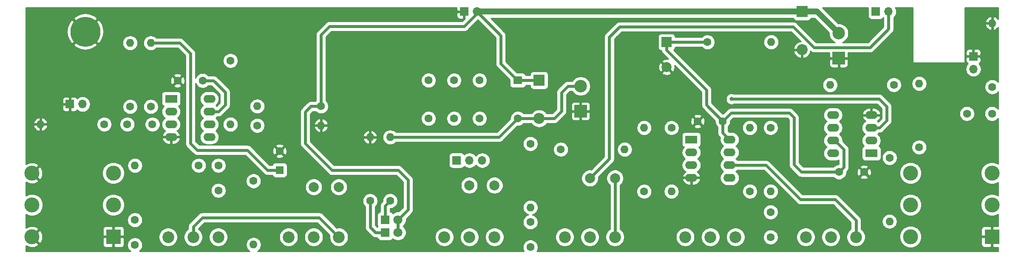
<source format=gbl>
G04 #@! TF.GenerationSoftware,KiCad,Pcbnew,5.1.4+dfsg1-1*
G04 #@! TF.CreationDate,2019-10-02T13:30:15+02:00*
G04 #@! TF.ProjectId,fat_bastard_main,6661745f-6261-4737-9461-72645f6d6169,rev?*
G04 #@! TF.SameCoordinates,Original*
G04 #@! TF.FileFunction,Copper,L2,Bot*
G04 #@! TF.FilePolarity,Positive*
%FSLAX46Y46*%
G04 Gerber Fmt 4.6, Leading zero omitted, Abs format (unit mm)*
G04 Created by KiCad (PCBNEW 5.1.4+dfsg1-1) date 2019-10-02 13:30:15*
%MOMM*%
%LPD*%
G04 APERTURE LIST*
%ADD10O,2.200000X2.200000*%
%ADD11R,2.200000X2.200000*%
%ADD12C,6.000000*%
%ADD13C,1.800000*%
%ADD14R,1.800000X1.800000*%
%ADD15C,1.600000*%
%ADD16R,1.700000X1.700000*%
%ADD17O,1.700000X1.700000*%
%ADD18R,2.000000X2.000000*%
%ADD19C,2.000000*%
%ADD20R,1.600000X1.600000*%
%ADD21R,3.000000X3.000000*%
%ADD22C,3.000000*%
%ADD23R,2.500000X2.500000*%
%ADD24C,2.500000*%
%ADD25R,1.800000X1.600000*%
%ADD26O,1.600000X1.600000*%
%ADD27C,2.340000*%
%ADD28R,2.400000X1.600000*%
%ADD29O,2.400000X1.600000*%
%ADD30C,0.800000*%
%ADD31C,0.600000*%
%ADD32C,1.200000*%
%ADD33C,0.254000*%
G04 APERTURE END LIST*
D10*
X152908000Y-82829400D03*
D11*
X152908000Y-75209400D03*
X205257400Y-61493400D03*
D10*
X205257400Y-69113400D03*
D12*
X62500000Y-65500000D03*
D13*
X124790200Y-105562400D03*
D14*
X122250200Y-105562400D03*
D15*
X238103400Y-81864200D03*
X243103400Y-81864200D03*
D16*
X219960000Y-61500000D03*
D17*
X222500000Y-61500000D03*
D15*
X151155400Y-108508800D03*
X151155400Y-103508800D03*
X72390000Y-108077000D03*
X72390000Y-103077000D03*
X89001600Y-97202000D03*
X89001600Y-92202000D03*
X184484000Y-83388200D03*
X189484000Y-83388200D03*
D18*
X178282600Y-67589400D03*
D19*
X178282600Y-72589400D03*
D15*
X70866000Y-83997800D03*
X75866000Y-83997800D03*
X85877400Y-75260200D03*
X80877400Y-75260200D03*
D20*
X101219000Y-93116400D03*
D15*
X101219000Y-89316400D03*
X199009000Y-106502200D03*
X199009000Y-101502200D03*
X217623400Y-93522800D03*
X212623400Y-93522800D03*
D21*
X68100000Y-106426000D03*
D22*
X68100000Y-93726000D03*
X68100000Y-100076000D03*
X51870000Y-106426000D03*
X51870000Y-93726000D03*
X51870000Y-100076000D03*
D16*
X137960000Y-61500000D03*
D17*
X140500000Y-61500000D03*
X61950600Y-79959200D03*
D16*
X59410600Y-79959200D03*
X136474200Y-91186000D03*
D17*
X139014200Y-91186000D03*
X141554200Y-91186000D03*
D23*
X212572600Y-70815200D03*
D24*
X212572600Y-65815200D03*
X161163000Y-76381600D03*
D23*
X161163000Y-81381600D03*
D22*
X226870000Y-100076000D03*
X226870000Y-93726000D03*
X226870000Y-106426000D03*
X243100000Y-100076000D03*
X243100000Y-93726000D03*
D21*
X243100000Y-106426000D03*
D15*
X141020800Y-82829400D03*
X135940800Y-82829400D03*
X130860800Y-82829400D03*
D25*
X148640800Y-75209400D03*
D15*
X148640800Y-82829400D03*
X141020800Y-75209400D03*
X130860800Y-75209400D03*
X135940800Y-75209400D03*
X66268600Y-83997800D03*
D26*
X53568600Y-83997800D03*
D15*
X151155400Y-87858600D03*
D26*
X151155400Y-100558600D03*
X169926000Y-89001600D03*
D15*
X157226000Y-89001600D03*
D26*
X72390000Y-92202000D03*
D15*
X85090000Y-92202000D03*
X96012000Y-95300800D03*
D26*
X96012000Y-108000800D03*
X71424800Y-67767200D03*
D15*
X71424800Y-80467200D03*
D26*
X75539600Y-67767200D03*
D15*
X75539600Y-80467200D03*
D26*
X199110600Y-67589400D03*
D15*
X186410600Y-67589400D03*
X91414600Y-71297800D03*
D26*
X91414600Y-83997800D03*
D15*
X199009000Y-84658200D03*
D26*
X199009000Y-97358200D03*
X96748600Y-80391000D03*
D15*
X109448600Y-80391000D03*
X96748600Y-84226400D03*
D26*
X109448600Y-84226400D03*
X179247800Y-97383600D03*
D15*
X179247800Y-84683600D03*
X173812200Y-97383600D03*
D26*
X173812200Y-84683600D03*
D15*
X123215400Y-99263200D03*
D26*
X123215400Y-86563200D03*
D15*
X243128800Y-76530200D03*
D26*
X243128800Y-63830200D03*
X222681800Y-103352600D03*
D15*
X222681800Y-90652600D03*
D27*
X134000000Y-106500000D03*
X139000000Y-106500000D03*
X144000000Y-106500000D03*
X168000000Y-106500000D03*
X163000000Y-106500000D03*
X158000000Y-106500000D03*
X206000000Y-106500000D03*
X211000000Y-106500000D03*
X216000000Y-106500000D03*
X79000000Y-106500000D03*
X84000000Y-106500000D03*
X89000000Y-106500000D03*
X113000000Y-106500000D03*
X108000000Y-106500000D03*
X103000000Y-106500000D03*
X192000000Y-106500000D03*
X187000000Y-106500000D03*
X182000000Y-106500000D03*
D28*
X183210200Y-87045800D03*
D29*
X190830200Y-94665800D03*
X183210200Y-89585800D03*
X190830200Y-92125800D03*
X183210200Y-92125800D03*
X190830200Y-89585800D03*
X183210200Y-94665800D03*
X190830200Y-87045800D03*
D28*
X79603600Y-78892400D03*
D29*
X87223600Y-86512400D03*
X79603600Y-81432400D03*
X87223600Y-83972400D03*
X79603600Y-83972400D03*
X87223600Y-81432400D03*
X79603600Y-86512400D03*
X87223600Y-78892400D03*
X211455000Y-89763600D03*
X219075000Y-82143600D03*
X211455000Y-87223600D03*
X219075000Y-84683600D03*
X211455000Y-84683600D03*
X219075000Y-87223600D03*
X211455000Y-82143600D03*
D28*
X219075000Y-89763600D03*
D15*
X194868800Y-97358200D03*
D26*
X194868800Y-84658200D03*
D15*
X228600000Y-88569800D03*
D26*
X228600000Y-75869800D03*
X210845400Y-76123800D03*
D15*
X223545400Y-76123800D03*
D14*
X122250000Y-103022400D03*
D13*
X124790000Y-103022400D03*
D15*
X119227600Y-99263200D03*
D26*
X119227600Y-86563200D03*
D19*
X167997200Y-94742000D03*
X162997200Y-94742000D03*
X138994200Y-96164400D03*
X143994200Y-96164400D03*
X108000800Y-96494600D03*
X113000800Y-96494600D03*
D16*
X239395000Y-70434200D03*
D17*
X239395000Y-72974200D03*
D30*
X141732000Y-100482400D03*
X136575800Y-100380800D03*
X215900000Y-62357000D03*
X191211198Y-78943200D03*
D31*
X81356200Y-67767200D02*
X83413600Y-69824600D01*
X83413600Y-69824600D02*
X83413600Y-87782400D01*
X98755200Y-93116400D02*
X101219000Y-93116400D01*
X75539600Y-67767200D02*
X81356200Y-67767200D01*
X83413600Y-87782400D02*
X84759800Y-89128600D01*
X94767400Y-89128600D02*
X98755200Y-93116400D01*
X84759800Y-89128600D02*
X94767400Y-89128600D01*
X222500000Y-64977200D02*
X222500000Y-61500000D01*
X162997200Y-94742000D02*
X166878000Y-90861200D01*
X218821000Y-68656200D02*
X222500000Y-64977200D01*
X166878000Y-66573400D02*
X168935400Y-64516000D01*
X203504800Y-64516000D02*
X207645000Y-68656200D01*
X168935400Y-64516000D02*
X203504800Y-64516000D01*
X166878000Y-90861200D02*
X166878000Y-66573400D01*
X207645000Y-68656200D02*
X218821000Y-68656200D01*
X167997200Y-106497200D02*
X168000000Y-106500000D01*
X167997200Y-94742000D02*
X167997200Y-106497200D01*
X213555010Y-88993410D02*
X211785200Y-87223600D01*
X212623400Y-93522800D02*
X213555010Y-92591190D01*
X211785200Y-87223600D02*
X211455000Y-87223600D01*
X213555010Y-92591190D02*
X213555010Y-88993410D01*
X89023600Y-81432400D02*
X90347800Y-80108200D01*
X87223600Y-81432400D02*
X89023600Y-81432400D01*
X90347800Y-80108200D02*
X90347800Y-77571600D01*
X88036400Y-75260200D02*
X85877400Y-75260200D01*
X90347800Y-77571600D02*
X88036400Y-75260200D01*
X189484000Y-85699600D02*
X190830200Y-87045800D01*
X189484000Y-83388200D02*
X189484000Y-85699600D01*
X178282600Y-67589400D02*
X186410600Y-67589400D01*
X178282600Y-69189400D02*
X178282600Y-67589400D01*
X186228199Y-77134999D02*
X178282600Y-69189400D01*
X186228199Y-80132399D02*
X186228199Y-77134999D01*
X189484000Y-83388200D02*
X186228199Y-80132399D01*
X205105000Y-93522800D02*
X212623400Y-93522800D01*
X203657200Y-92075000D02*
X205105000Y-93522800D01*
X203657200Y-82677000D02*
X203657200Y-92075000D01*
X202717400Y-81737200D02*
X203657200Y-82677000D01*
X189484000Y-83388200D02*
X191135000Y-81737200D01*
X191135000Y-81737200D02*
X202717400Y-81737200D01*
X148640800Y-75209400D02*
X152908000Y-75209400D01*
D32*
X140500000Y-61500000D02*
X194900800Y-61500000D01*
D31*
X148540800Y-75209400D02*
X148640800Y-75209400D01*
X124790000Y-105562200D02*
X124790200Y-105562400D01*
X124790000Y-103022400D02*
X124790000Y-105562200D01*
X107442000Y-80391000D02*
X106324400Y-81508600D01*
X106324400Y-81508600D02*
X106324400Y-87833200D01*
X109448600Y-80391000D02*
X107442000Y-80391000D01*
X106324400Y-87833200D02*
X111658400Y-93167200D01*
X111658400Y-93167200D02*
X124866400Y-93167200D01*
X126822200Y-100990200D02*
X124790000Y-103022400D01*
X126822200Y-95123000D02*
X126822200Y-100990200D01*
X124866400Y-93167200D02*
X126822200Y-95123000D01*
D32*
X194907400Y-61493400D02*
X205257400Y-61493400D01*
X194900800Y-61500000D02*
X194907400Y-61493400D01*
X208250800Y-61493400D02*
X212572600Y-65815200D01*
X205257400Y-61493400D02*
X208250800Y-61493400D01*
D31*
X148540800Y-75209400D02*
X145262600Y-71931200D01*
X145262600Y-66262600D02*
X140500000Y-61500000D01*
X145262600Y-71931200D02*
X145262600Y-66262600D01*
X109448600Y-66116200D02*
X109448600Y-80391000D01*
X111125000Y-64439800D02*
X109448600Y-66116200D01*
X137998200Y-64439800D02*
X111125000Y-64439800D01*
X140500000Y-61500000D02*
X140500000Y-61938000D01*
X140500000Y-61938000D02*
X137998200Y-64439800D01*
X148640800Y-82829400D02*
X152908000Y-82829400D01*
X158619200Y-76381600D02*
X161163000Y-76381600D01*
X157327600Y-77673200D02*
X158619200Y-76381600D01*
X157327600Y-81407000D02*
X157327600Y-77673200D01*
X152908000Y-82829400D02*
X155905200Y-82829400D01*
X155905200Y-82829400D02*
X157327600Y-81407000D01*
X123240800Y-86537800D02*
X123215400Y-86563200D01*
X148640800Y-82829400D02*
X144932400Y-86537800D01*
X144932400Y-86537800D02*
X123240800Y-86537800D01*
X122250000Y-100228600D02*
X123215400Y-99263200D01*
X122250000Y-103022400D02*
X122250000Y-100228600D01*
X191776883Y-78943200D02*
X191211198Y-78943200D01*
X220624400Y-78943200D02*
X191776883Y-78943200D01*
X222148400Y-80467200D02*
X220624400Y-78943200D01*
X222148400Y-83235800D02*
X222148400Y-80467200D01*
X219075000Y-84683600D02*
X220700600Y-84683600D01*
X220700600Y-84683600D02*
X222148400Y-83235800D01*
X119227600Y-99263200D02*
X119227600Y-104495600D01*
X120294400Y-105562400D02*
X122250200Y-105562400D01*
X119227600Y-104495600D02*
X120294400Y-105562400D01*
X216000000Y-103147800D02*
X216000000Y-106500000D01*
X211861400Y-99009200D02*
X216000000Y-103147800D01*
X204927200Y-99009200D02*
X211861400Y-99009200D01*
X190830200Y-92125800D02*
X198043800Y-92125800D01*
X198043800Y-92125800D02*
X204927200Y-99009200D01*
X84000000Y-106500000D02*
X84000000Y-104417200D01*
X84000000Y-104417200D02*
X85826600Y-102590600D01*
X109090600Y-102590600D02*
X113000000Y-106500000D01*
X85826600Y-102590600D02*
X109090600Y-102590600D01*
X113000800Y-106499200D02*
X113000000Y-106500000D01*
D33*
G36*
X136475000Y-61214250D02*
G01*
X136633750Y-61373000D01*
X137833000Y-61373000D01*
X137833000Y-61353000D01*
X138087000Y-61353000D01*
X138087000Y-61373000D01*
X138107000Y-61373000D01*
X138107000Y-61627000D01*
X138087000Y-61627000D01*
X138087000Y-62826250D01*
X138123177Y-62862427D01*
X137572804Y-63412800D01*
X111175443Y-63412800D01*
X111125000Y-63407832D01*
X111074556Y-63412800D01*
X111074549Y-63412800D01*
X110941831Y-63425872D01*
X110923672Y-63427660D01*
X110864947Y-63445474D01*
X110730083Y-63486385D01*
X110697388Y-63503861D01*
X110551668Y-63581749D01*
X110434475Y-63677927D01*
X110434470Y-63677932D01*
X110395288Y-63710088D01*
X110363132Y-63749270D01*
X108758080Y-65354324D01*
X108718888Y-65386488D01*
X108590549Y-65542869D01*
X108495185Y-65721284D01*
X108436460Y-65914874D01*
X108421600Y-66065750D01*
X108421600Y-66065759D01*
X108416632Y-66116200D01*
X108421600Y-66166641D01*
X108421601Y-79258494D01*
X108316095Y-79364000D01*
X107492440Y-79364000D01*
X107441999Y-79359032D01*
X107391558Y-79364000D01*
X107391549Y-79364000D01*
X107240673Y-79378860D01*
X107047083Y-79437585D01*
X106868669Y-79532949D01*
X106712288Y-79661288D01*
X106680127Y-79700476D01*
X105633881Y-80746723D01*
X105594688Y-80778888D01*
X105466349Y-80935269D01*
X105370985Y-81113684D01*
X105312260Y-81307274D01*
X105297400Y-81458150D01*
X105297400Y-81458159D01*
X105292432Y-81508600D01*
X105297400Y-81559041D01*
X105297401Y-87782749D01*
X105292432Y-87833200D01*
X105312261Y-88034527D01*
X105370986Y-88228117D01*
X105466350Y-88406531D01*
X105560055Y-88520710D01*
X105594689Y-88562912D01*
X105633876Y-88595072D01*
X110896527Y-93857724D01*
X110928688Y-93896912D01*
X111085069Y-94025251D01*
X111263483Y-94120615D01*
X111457073Y-94179340D01*
X111607949Y-94194200D01*
X111607958Y-94194200D01*
X111658399Y-94199168D01*
X111708840Y-94194200D01*
X124441004Y-94194200D01*
X125795200Y-95548397D01*
X125795201Y-100564801D01*
X124962221Y-101397782D01*
X124950245Y-101395400D01*
X124629755Y-101395400D01*
X124315422Y-101457925D01*
X124019327Y-101580572D01*
X123772778Y-101745311D01*
X123757403Y-101716547D01*
X123666554Y-101605846D01*
X123555853Y-101514997D01*
X123429557Y-101447490D01*
X123292517Y-101405920D01*
X123277000Y-101404392D01*
X123277000Y-100790200D01*
X123365796Y-100790200D01*
X123660810Y-100731519D01*
X123938706Y-100616410D01*
X124188806Y-100449299D01*
X124401499Y-100236606D01*
X124568610Y-99986506D01*
X124683719Y-99708610D01*
X124742400Y-99413596D01*
X124742400Y-99112804D01*
X124683719Y-98817790D01*
X124568610Y-98539894D01*
X124401499Y-98289794D01*
X124188806Y-98077101D01*
X123938706Y-97909990D01*
X123660810Y-97794881D01*
X123365796Y-97736200D01*
X123065004Y-97736200D01*
X122769990Y-97794881D01*
X122492094Y-97909990D01*
X122241994Y-98077101D01*
X122029301Y-98289794D01*
X121862190Y-98539894D01*
X121747081Y-98817790D01*
X121688400Y-99112804D01*
X121688400Y-99337804D01*
X121559475Y-99466728D01*
X121520289Y-99498888D01*
X121488129Y-99538075D01*
X121488128Y-99538076D01*
X121391950Y-99655269D01*
X121296586Y-99833683D01*
X121237861Y-100027273D01*
X121218032Y-100228600D01*
X121223001Y-100279051D01*
X121223001Y-101404392D01*
X121207483Y-101405920D01*
X121070443Y-101447490D01*
X120944147Y-101514997D01*
X120833446Y-101605846D01*
X120742597Y-101716547D01*
X120675090Y-101842843D01*
X120633520Y-101979883D01*
X120619483Y-102122400D01*
X120619483Y-103922400D01*
X120633520Y-104064917D01*
X120675090Y-104201957D01*
X120723533Y-104292587D01*
X120675290Y-104382843D01*
X120650142Y-104465746D01*
X120254600Y-104070204D01*
X120254600Y-100395705D01*
X120413699Y-100236606D01*
X120580810Y-99986506D01*
X120695919Y-99708610D01*
X120754600Y-99413596D01*
X120754600Y-99112804D01*
X120695919Y-98817790D01*
X120580810Y-98539894D01*
X120413699Y-98289794D01*
X120201006Y-98077101D01*
X119950906Y-97909990D01*
X119673010Y-97794881D01*
X119377996Y-97736200D01*
X119077204Y-97736200D01*
X118782190Y-97794881D01*
X118504294Y-97909990D01*
X118254194Y-98077101D01*
X118041501Y-98289794D01*
X117874390Y-98539894D01*
X117759281Y-98817790D01*
X117700600Y-99112804D01*
X117700600Y-99413596D01*
X117759281Y-99708610D01*
X117874390Y-99986506D01*
X118041501Y-100236606D01*
X118200600Y-100395705D01*
X118200601Y-104445149D01*
X118195632Y-104495600D01*
X118215461Y-104696927D01*
X118274186Y-104890517D01*
X118369550Y-105068931D01*
X118433548Y-105146912D01*
X118497889Y-105225312D01*
X118537076Y-105257472D01*
X119532527Y-106252924D01*
X119564688Y-106292112D01*
X119721069Y-106420451D01*
X119899483Y-106515815D01*
X120093073Y-106574540D01*
X120243949Y-106589400D01*
X120243958Y-106589400D01*
X120294399Y-106594368D01*
X120344840Y-106589400D01*
X120632192Y-106589400D01*
X120633720Y-106604917D01*
X120675290Y-106741957D01*
X120742797Y-106868253D01*
X120833646Y-106978954D01*
X120944347Y-107069803D01*
X121070643Y-107137310D01*
X121207683Y-107178880D01*
X121350200Y-107192917D01*
X123150200Y-107192917D01*
X123292717Y-107178880D01*
X123429757Y-107137310D01*
X123556053Y-107069803D01*
X123666754Y-106978954D01*
X123757603Y-106868253D01*
X123772978Y-106839489D01*
X124019527Y-107004228D01*
X124315622Y-107126875D01*
X124629955Y-107189400D01*
X124950445Y-107189400D01*
X125264778Y-107126875D01*
X125560873Y-107004228D01*
X125827352Y-106826173D01*
X126053973Y-106599552D01*
X126232028Y-106333073D01*
X126240275Y-106313162D01*
X132103000Y-106313162D01*
X132103000Y-106686838D01*
X132175900Y-107053335D01*
X132318900Y-107398567D01*
X132526504Y-107709267D01*
X132790733Y-107973496D01*
X133101433Y-108181100D01*
X133446665Y-108324100D01*
X133813162Y-108397000D01*
X134186838Y-108397000D01*
X134553335Y-108324100D01*
X134898567Y-108181100D01*
X135209267Y-107973496D01*
X135473496Y-107709267D01*
X135681100Y-107398567D01*
X135824100Y-107053335D01*
X135897000Y-106686838D01*
X135897000Y-106313162D01*
X137103000Y-106313162D01*
X137103000Y-106686838D01*
X137175900Y-107053335D01*
X137318900Y-107398567D01*
X137526504Y-107709267D01*
X137790733Y-107973496D01*
X138101433Y-108181100D01*
X138446665Y-108324100D01*
X138813162Y-108397000D01*
X139186838Y-108397000D01*
X139553335Y-108324100D01*
X139898567Y-108181100D01*
X140209267Y-107973496D01*
X140473496Y-107709267D01*
X140681100Y-107398567D01*
X140824100Y-107053335D01*
X140897000Y-106686838D01*
X140897000Y-106313162D01*
X142103000Y-106313162D01*
X142103000Y-106686838D01*
X142175900Y-107053335D01*
X142318900Y-107398567D01*
X142526504Y-107709267D01*
X142790733Y-107973496D01*
X143101433Y-108181100D01*
X143446665Y-108324100D01*
X143813162Y-108397000D01*
X144186838Y-108397000D01*
X144553335Y-108324100D01*
X144898567Y-108181100D01*
X145209267Y-107973496D01*
X145473496Y-107709267D01*
X145681100Y-107398567D01*
X145824100Y-107053335D01*
X145897000Y-106686838D01*
X145897000Y-106313162D01*
X156103000Y-106313162D01*
X156103000Y-106686838D01*
X156175900Y-107053335D01*
X156318900Y-107398567D01*
X156526504Y-107709267D01*
X156790733Y-107973496D01*
X157101433Y-108181100D01*
X157446665Y-108324100D01*
X157813162Y-108397000D01*
X158186838Y-108397000D01*
X158553335Y-108324100D01*
X158898567Y-108181100D01*
X159209267Y-107973496D01*
X159473496Y-107709267D01*
X159681100Y-107398567D01*
X159824100Y-107053335D01*
X159897000Y-106686838D01*
X159897000Y-106313162D01*
X161103000Y-106313162D01*
X161103000Y-106686838D01*
X161175900Y-107053335D01*
X161318900Y-107398567D01*
X161526504Y-107709267D01*
X161790733Y-107973496D01*
X162101433Y-108181100D01*
X162446665Y-108324100D01*
X162813162Y-108397000D01*
X163186838Y-108397000D01*
X163553335Y-108324100D01*
X163898567Y-108181100D01*
X164209267Y-107973496D01*
X164473496Y-107709267D01*
X164681100Y-107398567D01*
X164824100Y-107053335D01*
X164897000Y-106686838D01*
X164897000Y-106313162D01*
X166103000Y-106313162D01*
X166103000Y-106686838D01*
X166175900Y-107053335D01*
X166318900Y-107398567D01*
X166526504Y-107709267D01*
X166790733Y-107973496D01*
X167101433Y-108181100D01*
X167446665Y-108324100D01*
X167813162Y-108397000D01*
X168186838Y-108397000D01*
X168553335Y-108324100D01*
X168898567Y-108181100D01*
X169209267Y-107973496D01*
X169473496Y-107709267D01*
X169681100Y-107398567D01*
X169824100Y-107053335D01*
X169897000Y-106686838D01*
X169897000Y-106313162D01*
X180103000Y-106313162D01*
X180103000Y-106686838D01*
X180175900Y-107053335D01*
X180318900Y-107398567D01*
X180526504Y-107709267D01*
X180790733Y-107973496D01*
X181101433Y-108181100D01*
X181446665Y-108324100D01*
X181813162Y-108397000D01*
X182186838Y-108397000D01*
X182553335Y-108324100D01*
X182898567Y-108181100D01*
X183209267Y-107973496D01*
X183473496Y-107709267D01*
X183681100Y-107398567D01*
X183824100Y-107053335D01*
X183897000Y-106686838D01*
X183897000Y-106313162D01*
X185103000Y-106313162D01*
X185103000Y-106686838D01*
X185175900Y-107053335D01*
X185318900Y-107398567D01*
X185526504Y-107709267D01*
X185790733Y-107973496D01*
X186101433Y-108181100D01*
X186446665Y-108324100D01*
X186813162Y-108397000D01*
X187186838Y-108397000D01*
X187553335Y-108324100D01*
X187898567Y-108181100D01*
X188209267Y-107973496D01*
X188473496Y-107709267D01*
X188681100Y-107398567D01*
X188824100Y-107053335D01*
X188897000Y-106686838D01*
X188897000Y-106313162D01*
X190103000Y-106313162D01*
X190103000Y-106686838D01*
X190175900Y-107053335D01*
X190318900Y-107398567D01*
X190526504Y-107709267D01*
X190790733Y-107973496D01*
X191101433Y-108181100D01*
X191446665Y-108324100D01*
X191813162Y-108397000D01*
X192186838Y-108397000D01*
X192553335Y-108324100D01*
X192898567Y-108181100D01*
X193209267Y-107973496D01*
X193473496Y-107709267D01*
X193681100Y-107398567D01*
X193824100Y-107053335D01*
X193897000Y-106686838D01*
X193897000Y-106351804D01*
X197482000Y-106351804D01*
X197482000Y-106652596D01*
X197540681Y-106947610D01*
X197655790Y-107225506D01*
X197822901Y-107475606D01*
X198035594Y-107688299D01*
X198285694Y-107855410D01*
X198563590Y-107970519D01*
X198858604Y-108029200D01*
X199159396Y-108029200D01*
X199454410Y-107970519D01*
X199732306Y-107855410D01*
X199982406Y-107688299D01*
X200195099Y-107475606D01*
X200362210Y-107225506D01*
X200477319Y-106947610D01*
X200536000Y-106652596D01*
X200536000Y-106351804D01*
X200528314Y-106313162D01*
X204103000Y-106313162D01*
X204103000Y-106686838D01*
X204175900Y-107053335D01*
X204318900Y-107398567D01*
X204526504Y-107709267D01*
X204790733Y-107973496D01*
X205101433Y-108181100D01*
X205446665Y-108324100D01*
X205813162Y-108397000D01*
X206186838Y-108397000D01*
X206553335Y-108324100D01*
X206898567Y-108181100D01*
X207209267Y-107973496D01*
X207473496Y-107709267D01*
X207681100Y-107398567D01*
X207824100Y-107053335D01*
X207897000Y-106686838D01*
X207897000Y-106313162D01*
X209103000Y-106313162D01*
X209103000Y-106686838D01*
X209175900Y-107053335D01*
X209318900Y-107398567D01*
X209526504Y-107709267D01*
X209790733Y-107973496D01*
X210101433Y-108181100D01*
X210446665Y-108324100D01*
X210813162Y-108397000D01*
X211186838Y-108397000D01*
X211553335Y-108324100D01*
X211898567Y-108181100D01*
X212209267Y-107973496D01*
X212473496Y-107709267D01*
X212681100Y-107398567D01*
X212824100Y-107053335D01*
X212897000Y-106686838D01*
X212897000Y-106313162D01*
X212824100Y-105946665D01*
X212681100Y-105601433D01*
X212473496Y-105290733D01*
X212209267Y-105026504D01*
X211898567Y-104818900D01*
X211553335Y-104675900D01*
X211186838Y-104603000D01*
X210813162Y-104603000D01*
X210446665Y-104675900D01*
X210101433Y-104818900D01*
X209790733Y-105026504D01*
X209526504Y-105290733D01*
X209318900Y-105601433D01*
X209175900Y-105946665D01*
X209103000Y-106313162D01*
X207897000Y-106313162D01*
X207824100Y-105946665D01*
X207681100Y-105601433D01*
X207473496Y-105290733D01*
X207209267Y-105026504D01*
X206898567Y-104818900D01*
X206553335Y-104675900D01*
X206186838Y-104603000D01*
X205813162Y-104603000D01*
X205446665Y-104675900D01*
X205101433Y-104818900D01*
X204790733Y-105026504D01*
X204526504Y-105290733D01*
X204318900Y-105601433D01*
X204175900Y-105946665D01*
X204103000Y-106313162D01*
X200528314Y-106313162D01*
X200477319Y-106056790D01*
X200362210Y-105778894D01*
X200195099Y-105528794D01*
X199982406Y-105316101D01*
X199732306Y-105148990D01*
X199454410Y-105033881D01*
X199159396Y-104975200D01*
X198858604Y-104975200D01*
X198563590Y-105033881D01*
X198285694Y-105148990D01*
X198035594Y-105316101D01*
X197822901Y-105528794D01*
X197655790Y-105778894D01*
X197540681Y-106056790D01*
X197482000Y-106351804D01*
X193897000Y-106351804D01*
X193897000Y-106313162D01*
X193824100Y-105946665D01*
X193681100Y-105601433D01*
X193473496Y-105290733D01*
X193209267Y-105026504D01*
X192898567Y-104818900D01*
X192553335Y-104675900D01*
X192186838Y-104603000D01*
X191813162Y-104603000D01*
X191446665Y-104675900D01*
X191101433Y-104818900D01*
X190790733Y-105026504D01*
X190526504Y-105290733D01*
X190318900Y-105601433D01*
X190175900Y-105946665D01*
X190103000Y-106313162D01*
X188897000Y-106313162D01*
X188824100Y-105946665D01*
X188681100Y-105601433D01*
X188473496Y-105290733D01*
X188209267Y-105026504D01*
X187898567Y-104818900D01*
X187553335Y-104675900D01*
X187186838Y-104603000D01*
X186813162Y-104603000D01*
X186446665Y-104675900D01*
X186101433Y-104818900D01*
X185790733Y-105026504D01*
X185526504Y-105290733D01*
X185318900Y-105601433D01*
X185175900Y-105946665D01*
X185103000Y-106313162D01*
X183897000Y-106313162D01*
X183824100Y-105946665D01*
X183681100Y-105601433D01*
X183473496Y-105290733D01*
X183209267Y-105026504D01*
X182898567Y-104818900D01*
X182553335Y-104675900D01*
X182186838Y-104603000D01*
X181813162Y-104603000D01*
X181446665Y-104675900D01*
X181101433Y-104818900D01*
X180790733Y-105026504D01*
X180526504Y-105290733D01*
X180318900Y-105601433D01*
X180175900Y-105946665D01*
X180103000Y-106313162D01*
X169897000Y-106313162D01*
X169824100Y-105946665D01*
X169681100Y-105601433D01*
X169473496Y-105290733D01*
X169209267Y-105026504D01*
X169024200Y-104902846D01*
X169024200Y-101351804D01*
X197482000Y-101351804D01*
X197482000Y-101652596D01*
X197540681Y-101947610D01*
X197655790Y-102225506D01*
X197822901Y-102475606D01*
X198035594Y-102688299D01*
X198285694Y-102855410D01*
X198563590Y-102970519D01*
X198858604Y-103029200D01*
X199159396Y-103029200D01*
X199454410Y-102970519D01*
X199732306Y-102855410D01*
X199982406Y-102688299D01*
X200195099Y-102475606D01*
X200362210Y-102225506D01*
X200477319Y-101947610D01*
X200536000Y-101652596D01*
X200536000Y-101351804D01*
X200477319Y-101056790D01*
X200362210Y-100778894D01*
X200195099Y-100528794D01*
X199982406Y-100316101D01*
X199732306Y-100148990D01*
X199454410Y-100033881D01*
X199159396Y-99975200D01*
X198858604Y-99975200D01*
X198563590Y-100033881D01*
X198285694Y-100148990D01*
X198035594Y-100316101D01*
X197822901Y-100528794D01*
X197655790Y-100778894D01*
X197540681Y-101056790D01*
X197482000Y-101351804D01*
X169024200Y-101351804D01*
X169024200Y-97233204D01*
X172285200Y-97233204D01*
X172285200Y-97533996D01*
X172343881Y-97829010D01*
X172458990Y-98106906D01*
X172626101Y-98357006D01*
X172838794Y-98569699D01*
X173088894Y-98736810D01*
X173366790Y-98851919D01*
X173661804Y-98910600D01*
X173962596Y-98910600D01*
X174257610Y-98851919D01*
X174535506Y-98736810D01*
X174785606Y-98569699D01*
X174998299Y-98357006D01*
X175165410Y-98106906D01*
X175280519Y-97829010D01*
X175339200Y-97533996D01*
X175339200Y-97383600D01*
X177713412Y-97383600D01*
X177742895Y-97682944D01*
X177830210Y-97970785D01*
X177972003Y-98236060D01*
X178162824Y-98468576D01*
X178395340Y-98659397D01*
X178660615Y-98801190D01*
X178948456Y-98888505D01*
X179172789Y-98910600D01*
X179322811Y-98910600D01*
X179547144Y-98888505D01*
X179834985Y-98801190D01*
X180100260Y-98659397D01*
X180332776Y-98468576D01*
X180523597Y-98236060D01*
X180665390Y-97970785D01*
X180752705Y-97682944D01*
X180782188Y-97383600D01*
X180764874Y-97207804D01*
X193341800Y-97207804D01*
X193341800Y-97508596D01*
X193400481Y-97803610D01*
X193515590Y-98081506D01*
X193682701Y-98331606D01*
X193895394Y-98544299D01*
X194145494Y-98711410D01*
X194423390Y-98826519D01*
X194718404Y-98885200D01*
X195019196Y-98885200D01*
X195314210Y-98826519D01*
X195592106Y-98711410D01*
X195842206Y-98544299D01*
X196054899Y-98331606D01*
X196222010Y-98081506D01*
X196337119Y-97803610D01*
X196395800Y-97508596D01*
X196395800Y-97358200D01*
X197474612Y-97358200D01*
X197504095Y-97657544D01*
X197591410Y-97945385D01*
X197733203Y-98210660D01*
X197924024Y-98443176D01*
X198156540Y-98633997D01*
X198421815Y-98775790D01*
X198709656Y-98863105D01*
X198933989Y-98885200D01*
X199084011Y-98885200D01*
X199308344Y-98863105D01*
X199596185Y-98775790D01*
X199861460Y-98633997D01*
X200093976Y-98443176D01*
X200284797Y-98210660D01*
X200426590Y-97945385D01*
X200513905Y-97657544D01*
X200543388Y-97358200D01*
X200513905Y-97058856D01*
X200426590Y-96771015D01*
X200284797Y-96505740D01*
X200093976Y-96273224D01*
X199861460Y-96082403D01*
X199596185Y-95940610D01*
X199308344Y-95853295D01*
X199084011Y-95831200D01*
X198933989Y-95831200D01*
X198709656Y-95853295D01*
X198421815Y-95940610D01*
X198156540Y-96082403D01*
X197924024Y-96273224D01*
X197733203Y-96505740D01*
X197591410Y-96771015D01*
X197504095Y-97058856D01*
X197474612Y-97358200D01*
X196395800Y-97358200D01*
X196395800Y-97207804D01*
X196337119Y-96912790D01*
X196222010Y-96634894D01*
X196054899Y-96384794D01*
X195842206Y-96172101D01*
X195592106Y-96004990D01*
X195314210Y-95889881D01*
X195019196Y-95831200D01*
X194718404Y-95831200D01*
X194423390Y-95889881D01*
X194145494Y-96004990D01*
X193895394Y-96172101D01*
X193682701Y-96384794D01*
X193515590Y-96634894D01*
X193400481Y-96912790D01*
X193341800Y-97207804D01*
X180764874Y-97207804D01*
X180752705Y-97084256D01*
X180665390Y-96796415D01*
X180523597Y-96531140D01*
X180332776Y-96298624D01*
X180100260Y-96107803D01*
X179834985Y-95966010D01*
X179547144Y-95878695D01*
X179322811Y-95856600D01*
X179172789Y-95856600D01*
X178948456Y-95878695D01*
X178660615Y-95966010D01*
X178395340Y-96107803D01*
X178162824Y-96298624D01*
X177972003Y-96531140D01*
X177830210Y-96796415D01*
X177742895Y-97084256D01*
X177713412Y-97383600D01*
X175339200Y-97383600D01*
X175339200Y-97233204D01*
X175280519Y-96938190D01*
X175165410Y-96660294D01*
X174998299Y-96410194D01*
X174785606Y-96197501D01*
X174535506Y-96030390D01*
X174257610Y-95915281D01*
X173962596Y-95856600D01*
X173661804Y-95856600D01*
X173366790Y-95915281D01*
X173088894Y-96030390D01*
X172838794Y-96197501D01*
X172626101Y-96410194D01*
X172458990Y-96660294D01*
X172343881Y-96938190D01*
X172285200Y-97233204D01*
X169024200Y-97233204D01*
X169024200Y-96132825D01*
X169098098Y-96083448D01*
X169338648Y-95842898D01*
X169527647Y-95560041D01*
X169657832Y-95245747D01*
X169703762Y-95014839D01*
X181418296Y-95014839D01*
X181435833Y-95097618D01*
X181546485Y-95357446D01*
X181705700Y-95590695D01*
X181907361Y-95788401D01*
X182143717Y-95942966D01*
X182405686Y-96048450D01*
X182683200Y-96100800D01*
X183083200Y-96100800D01*
X183083200Y-94792800D01*
X183337200Y-94792800D01*
X183337200Y-96100800D01*
X183737200Y-96100800D01*
X184014714Y-96048450D01*
X184276683Y-95942966D01*
X184513039Y-95788401D01*
X184714700Y-95590695D01*
X184873915Y-95357446D01*
X184984567Y-95097618D01*
X185002104Y-95014839D01*
X184880115Y-94792800D01*
X183337200Y-94792800D01*
X183083200Y-94792800D01*
X181540285Y-94792800D01*
X181418296Y-95014839D01*
X169703762Y-95014839D01*
X169724200Y-94912095D01*
X169724200Y-94571905D01*
X169657832Y-94238253D01*
X169527647Y-93923959D01*
X169338648Y-93641102D01*
X169098098Y-93400552D01*
X168815241Y-93211553D01*
X168500947Y-93081368D01*
X168167295Y-93015000D01*
X167827105Y-93015000D01*
X167493453Y-93081368D01*
X167179159Y-93211553D01*
X166896302Y-93400552D01*
X166655752Y-93641102D01*
X166466753Y-93923959D01*
X166336568Y-94238253D01*
X166270200Y-94571905D01*
X166270200Y-94912095D01*
X166336568Y-95245747D01*
X166466753Y-95560041D01*
X166655752Y-95842898D01*
X166896302Y-96083448D01*
X166970200Y-96132825D01*
X166970201Y-104906587D01*
X166790733Y-105026504D01*
X166526504Y-105290733D01*
X166318900Y-105601433D01*
X166175900Y-105946665D01*
X166103000Y-106313162D01*
X164897000Y-106313162D01*
X164824100Y-105946665D01*
X164681100Y-105601433D01*
X164473496Y-105290733D01*
X164209267Y-105026504D01*
X163898567Y-104818900D01*
X163553335Y-104675900D01*
X163186838Y-104603000D01*
X162813162Y-104603000D01*
X162446665Y-104675900D01*
X162101433Y-104818900D01*
X161790733Y-105026504D01*
X161526504Y-105290733D01*
X161318900Y-105601433D01*
X161175900Y-105946665D01*
X161103000Y-106313162D01*
X159897000Y-106313162D01*
X159824100Y-105946665D01*
X159681100Y-105601433D01*
X159473496Y-105290733D01*
X159209267Y-105026504D01*
X158898567Y-104818900D01*
X158553335Y-104675900D01*
X158186838Y-104603000D01*
X157813162Y-104603000D01*
X157446665Y-104675900D01*
X157101433Y-104818900D01*
X156790733Y-105026504D01*
X156526504Y-105290733D01*
X156318900Y-105601433D01*
X156175900Y-105946665D01*
X156103000Y-106313162D01*
X145897000Y-106313162D01*
X145824100Y-105946665D01*
X145681100Y-105601433D01*
X145473496Y-105290733D01*
X145209267Y-105026504D01*
X144898567Y-104818900D01*
X144553335Y-104675900D01*
X144186838Y-104603000D01*
X143813162Y-104603000D01*
X143446665Y-104675900D01*
X143101433Y-104818900D01*
X142790733Y-105026504D01*
X142526504Y-105290733D01*
X142318900Y-105601433D01*
X142175900Y-105946665D01*
X142103000Y-106313162D01*
X140897000Y-106313162D01*
X140824100Y-105946665D01*
X140681100Y-105601433D01*
X140473496Y-105290733D01*
X140209267Y-105026504D01*
X139898567Y-104818900D01*
X139553335Y-104675900D01*
X139186838Y-104603000D01*
X138813162Y-104603000D01*
X138446665Y-104675900D01*
X138101433Y-104818900D01*
X137790733Y-105026504D01*
X137526504Y-105290733D01*
X137318900Y-105601433D01*
X137175900Y-105946665D01*
X137103000Y-106313162D01*
X135897000Y-106313162D01*
X135824100Y-105946665D01*
X135681100Y-105601433D01*
X135473496Y-105290733D01*
X135209267Y-105026504D01*
X134898567Y-104818900D01*
X134553335Y-104675900D01*
X134186838Y-104603000D01*
X133813162Y-104603000D01*
X133446665Y-104675900D01*
X133101433Y-104818900D01*
X132790733Y-105026504D01*
X132526504Y-105290733D01*
X132318900Y-105601433D01*
X132175900Y-105946665D01*
X132103000Y-106313162D01*
X126240275Y-106313162D01*
X126354675Y-106036978D01*
X126417200Y-105722645D01*
X126417200Y-105402155D01*
X126354675Y-105087822D01*
X126232028Y-104791727D01*
X126053973Y-104525248D01*
X125827352Y-104298627D01*
X125817933Y-104292333D01*
X125827152Y-104286173D01*
X126053773Y-104059552D01*
X126231828Y-103793073D01*
X126354475Y-103496978D01*
X126417000Y-103182645D01*
X126417000Y-102862155D01*
X126414618Y-102850179D01*
X127512730Y-101752068D01*
X127551912Y-101719912D01*
X127584068Y-101680730D01*
X127584073Y-101680725D01*
X127680250Y-101563532D01*
X127680251Y-101563531D01*
X127775615Y-101385117D01*
X127834340Y-101191527D01*
X127849200Y-101040651D01*
X127849200Y-101040644D01*
X127854168Y-100990200D01*
X127849200Y-100939757D01*
X127849200Y-100558600D01*
X149621012Y-100558600D01*
X149650495Y-100857944D01*
X149737810Y-101145785D01*
X149879603Y-101411060D01*
X150070424Y-101643576D01*
X150302940Y-101834397D01*
X150568215Y-101976190D01*
X150752368Y-102032052D01*
X150709990Y-102040481D01*
X150432094Y-102155590D01*
X150181994Y-102322701D01*
X149969301Y-102535394D01*
X149802190Y-102785494D01*
X149687081Y-103063390D01*
X149628400Y-103358404D01*
X149628400Y-103659196D01*
X149687081Y-103954210D01*
X149802190Y-104232106D01*
X149969301Y-104482206D01*
X150181994Y-104694899D01*
X150432094Y-104862010D01*
X150709990Y-104977119D01*
X151005004Y-105035800D01*
X151305796Y-105035800D01*
X151600810Y-104977119D01*
X151878706Y-104862010D01*
X152128806Y-104694899D01*
X152341499Y-104482206D01*
X152508610Y-104232106D01*
X152623719Y-103954210D01*
X152682400Y-103659196D01*
X152682400Y-103358404D01*
X152623719Y-103063390D01*
X152508610Y-102785494D01*
X152341499Y-102535394D01*
X152128806Y-102322701D01*
X151878706Y-102155590D01*
X151600810Y-102040481D01*
X151558432Y-102032052D01*
X151742585Y-101976190D01*
X152007860Y-101834397D01*
X152240376Y-101643576D01*
X152431197Y-101411060D01*
X152572990Y-101145785D01*
X152660305Y-100857944D01*
X152689788Y-100558600D01*
X152660305Y-100259256D01*
X152572990Y-99971415D01*
X152431197Y-99706140D01*
X152240376Y-99473624D01*
X152007860Y-99282803D01*
X151742585Y-99141010D01*
X151454744Y-99053695D01*
X151230411Y-99031600D01*
X151080389Y-99031600D01*
X150856056Y-99053695D01*
X150568215Y-99141010D01*
X150302940Y-99282803D01*
X150070424Y-99473624D01*
X149879603Y-99706140D01*
X149737810Y-99971415D01*
X149650495Y-100259256D01*
X149621012Y-100558600D01*
X127849200Y-100558600D01*
X127849200Y-95994305D01*
X137267200Y-95994305D01*
X137267200Y-96334495D01*
X137333568Y-96668147D01*
X137463753Y-96982441D01*
X137652752Y-97265298D01*
X137893302Y-97505848D01*
X138176159Y-97694847D01*
X138490453Y-97825032D01*
X138824105Y-97891400D01*
X139164295Y-97891400D01*
X139497947Y-97825032D01*
X139812241Y-97694847D01*
X140095098Y-97505848D01*
X140335648Y-97265298D01*
X140524647Y-96982441D01*
X140654832Y-96668147D01*
X140721200Y-96334495D01*
X140721200Y-95994305D01*
X142267200Y-95994305D01*
X142267200Y-96334495D01*
X142333568Y-96668147D01*
X142463753Y-96982441D01*
X142652752Y-97265298D01*
X142893302Y-97505848D01*
X143176159Y-97694847D01*
X143490453Y-97825032D01*
X143824105Y-97891400D01*
X144164295Y-97891400D01*
X144497947Y-97825032D01*
X144812241Y-97694847D01*
X145095098Y-97505848D01*
X145335648Y-97265298D01*
X145524647Y-96982441D01*
X145654832Y-96668147D01*
X145721200Y-96334495D01*
X145721200Y-95994305D01*
X145654832Y-95660653D01*
X145524647Y-95346359D01*
X145335648Y-95063502D01*
X145095098Y-94822952D01*
X144812241Y-94633953D01*
X144497947Y-94503768D01*
X144164295Y-94437400D01*
X143824105Y-94437400D01*
X143490453Y-94503768D01*
X143176159Y-94633953D01*
X142893302Y-94822952D01*
X142652752Y-95063502D01*
X142463753Y-95346359D01*
X142333568Y-95660653D01*
X142267200Y-95994305D01*
X140721200Y-95994305D01*
X140654832Y-95660653D01*
X140524647Y-95346359D01*
X140335648Y-95063502D01*
X140095098Y-94822952D01*
X139812241Y-94633953D01*
X139497947Y-94503768D01*
X139164295Y-94437400D01*
X138824105Y-94437400D01*
X138490453Y-94503768D01*
X138176159Y-94633953D01*
X137893302Y-94822952D01*
X137652752Y-95063502D01*
X137463753Y-95346359D01*
X137333568Y-95660653D01*
X137267200Y-95994305D01*
X127849200Y-95994305D01*
X127849200Y-95173441D01*
X127854168Y-95123000D01*
X127849200Y-95072559D01*
X127849200Y-95072549D01*
X127834340Y-94921673D01*
X127775615Y-94728083D01*
X127680251Y-94549669D01*
X127551912Y-94393288D01*
X127512725Y-94361128D01*
X125628277Y-92476681D01*
X125596112Y-92437488D01*
X125439731Y-92309149D01*
X125261317Y-92213785D01*
X125067727Y-92155060D01*
X124916851Y-92140200D01*
X124916841Y-92140200D01*
X124866400Y-92135232D01*
X124815959Y-92140200D01*
X112083797Y-92140200D01*
X110279597Y-90336000D01*
X134893683Y-90336000D01*
X134893683Y-92036000D01*
X134907720Y-92178517D01*
X134949290Y-92315557D01*
X135016797Y-92441853D01*
X135107646Y-92552554D01*
X135218347Y-92643403D01*
X135344643Y-92710910D01*
X135481683Y-92752480D01*
X135624200Y-92766517D01*
X137324200Y-92766517D01*
X137466717Y-92752480D01*
X137603757Y-92710910D01*
X137730053Y-92643403D01*
X137840754Y-92552554D01*
X137931603Y-92441853D01*
X137970332Y-92369396D01*
X138133827Y-92503572D01*
X138407788Y-92650007D01*
X138705054Y-92740182D01*
X138936731Y-92763000D01*
X139091669Y-92763000D01*
X139323346Y-92740182D01*
X139620612Y-92650007D01*
X139894573Y-92503572D01*
X140134703Y-92306503D01*
X140284200Y-92124340D01*
X140433697Y-92306503D01*
X140673827Y-92503572D01*
X140947788Y-92650007D01*
X141245054Y-92740182D01*
X141476731Y-92763000D01*
X141631669Y-92763000D01*
X141863346Y-92740182D01*
X142160612Y-92650007D01*
X142434573Y-92503572D01*
X142674703Y-92306503D01*
X142871772Y-92066373D01*
X143018207Y-91792412D01*
X143108382Y-91495146D01*
X143138830Y-91186000D01*
X143108382Y-90876854D01*
X143018207Y-90579588D01*
X142871772Y-90305627D01*
X142674703Y-90065497D01*
X142434573Y-89868428D01*
X142160612Y-89721993D01*
X141863346Y-89631818D01*
X141631669Y-89609000D01*
X141476731Y-89609000D01*
X141245054Y-89631818D01*
X140947788Y-89721993D01*
X140673827Y-89868428D01*
X140433697Y-90065497D01*
X140284200Y-90247660D01*
X140134703Y-90065497D01*
X139894573Y-89868428D01*
X139620612Y-89721993D01*
X139323346Y-89631818D01*
X139091669Y-89609000D01*
X138936731Y-89609000D01*
X138705054Y-89631818D01*
X138407788Y-89721993D01*
X138133827Y-89868428D01*
X137970332Y-90002604D01*
X137931603Y-89930147D01*
X137840754Y-89819446D01*
X137730053Y-89728597D01*
X137603757Y-89661090D01*
X137466717Y-89619520D01*
X137324200Y-89605483D01*
X135624200Y-89605483D01*
X135481683Y-89619520D01*
X135344643Y-89661090D01*
X135218347Y-89728597D01*
X135107646Y-89819446D01*
X135016797Y-89930147D01*
X134949290Y-90056443D01*
X134907720Y-90193483D01*
X134893683Y-90336000D01*
X110279597Y-90336000D01*
X107351400Y-87407804D01*
X107351400Y-86912240D01*
X117835691Y-86912240D01*
X117930530Y-87177081D01*
X118075215Y-87418331D01*
X118264186Y-87626719D01*
X118490180Y-87794237D01*
X118744513Y-87914446D01*
X118878561Y-87955104D01*
X119100600Y-87833115D01*
X119100600Y-86690200D01*
X119354600Y-86690200D01*
X119354600Y-87833115D01*
X119576639Y-87955104D01*
X119710687Y-87914446D01*
X119965020Y-87794237D01*
X120191014Y-87626719D01*
X120379985Y-87418331D01*
X120524670Y-87177081D01*
X120619509Y-86912240D01*
X120498224Y-86690200D01*
X119354600Y-86690200D01*
X119100600Y-86690200D01*
X117956976Y-86690200D01*
X117835691Y-86912240D01*
X107351400Y-86912240D01*
X107351400Y-86563200D01*
X121681012Y-86563200D01*
X121710495Y-86862544D01*
X121797810Y-87150385D01*
X121939603Y-87415660D01*
X122130424Y-87648176D01*
X122362940Y-87838997D01*
X122628215Y-87980790D01*
X122916056Y-88068105D01*
X123140389Y-88090200D01*
X123290411Y-88090200D01*
X123514744Y-88068105D01*
X123802585Y-87980790D01*
X124067860Y-87838997D01*
X124227231Y-87708204D01*
X149628400Y-87708204D01*
X149628400Y-88008996D01*
X149687081Y-88304010D01*
X149802190Y-88581906D01*
X149969301Y-88832006D01*
X150181994Y-89044699D01*
X150432094Y-89211810D01*
X150709990Y-89326919D01*
X151005004Y-89385600D01*
X151305796Y-89385600D01*
X151600810Y-89326919D01*
X151878706Y-89211810D01*
X152128806Y-89044699D01*
X152322301Y-88851204D01*
X155699000Y-88851204D01*
X155699000Y-89151996D01*
X155757681Y-89447010D01*
X155872790Y-89724906D01*
X156039901Y-89975006D01*
X156252594Y-90187699D01*
X156502694Y-90354810D01*
X156780590Y-90469919D01*
X157075604Y-90528600D01*
X157376396Y-90528600D01*
X157671410Y-90469919D01*
X157949306Y-90354810D01*
X158199406Y-90187699D01*
X158412099Y-89975006D01*
X158579210Y-89724906D01*
X158694319Y-89447010D01*
X158753000Y-89151996D01*
X158753000Y-88851204D01*
X158694319Y-88556190D01*
X158579210Y-88278294D01*
X158412099Y-88028194D01*
X158199406Y-87815501D01*
X157949306Y-87648390D01*
X157671410Y-87533281D01*
X157376396Y-87474600D01*
X157075604Y-87474600D01*
X156780590Y-87533281D01*
X156502694Y-87648390D01*
X156252594Y-87815501D01*
X156039901Y-88028194D01*
X155872790Y-88278294D01*
X155757681Y-88556190D01*
X155699000Y-88851204D01*
X152322301Y-88851204D01*
X152341499Y-88832006D01*
X152508610Y-88581906D01*
X152623719Y-88304010D01*
X152682400Y-88008996D01*
X152682400Y-87708204D01*
X152623719Y-87413190D01*
X152508610Y-87135294D01*
X152341499Y-86885194D01*
X152128806Y-86672501D01*
X151878706Y-86505390D01*
X151600810Y-86390281D01*
X151305796Y-86331600D01*
X151005004Y-86331600D01*
X150709990Y-86390281D01*
X150432094Y-86505390D01*
X150181994Y-86672501D01*
X149969301Y-86885194D01*
X149802190Y-87135294D01*
X149687081Y-87413190D01*
X149628400Y-87708204D01*
X124227231Y-87708204D01*
X124300376Y-87648176D01*
X124368801Y-87564800D01*
X144881959Y-87564800D01*
X144932400Y-87569768D01*
X144982841Y-87564800D01*
X144982851Y-87564800D01*
X145133727Y-87549940D01*
X145327317Y-87491215D01*
X145505731Y-87395851D01*
X145662112Y-87267512D01*
X145694277Y-87228319D01*
X148566198Y-84356400D01*
X148791196Y-84356400D01*
X149086210Y-84297719D01*
X149364106Y-84182610D01*
X149614206Y-84015499D01*
X149773305Y-83856400D01*
X151387351Y-83856400D01*
X151609865Y-84127535D01*
X151888062Y-84355845D01*
X152205454Y-84525495D01*
X152549845Y-84629965D01*
X152818245Y-84656400D01*
X152997755Y-84656400D01*
X153266155Y-84629965D01*
X153610546Y-84525495D01*
X153927938Y-84355845D01*
X154206135Y-84127535D01*
X154428649Y-83856400D01*
X155854759Y-83856400D01*
X155905200Y-83861368D01*
X155955641Y-83856400D01*
X155955651Y-83856400D01*
X156106527Y-83841540D01*
X156300117Y-83782815D01*
X156478531Y-83687451D01*
X156634912Y-83559112D01*
X156667077Y-83519919D01*
X157555396Y-82631600D01*
X159274928Y-82631600D01*
X159287188Y-82756082D01*
X159323498Y-82875780D01*
X159382463Y-82986094D01*
X159461815Y-83082785D01*
X159558506Y-83162137D01*
X159668820Y-83221102D01*
X159788518Y-83257412D01*
X159913000Y-83269672D01*
X160877250Y-83266600D01*
X161036000Y-83107850D01*
X161036000Y-81508600D01*
X161290000Y-81508600D01*
X161290000Y-83107850D01*
X161448750Y-83266600D01*
X162413000Y-83269672D01*
X162537482Y-83257412D01*
X162657180Y-83221102D01*
X162767494Y-83162137D01*
X162864185Y-83082785D01*
X162943537Y-82986094D01*
X163002502Y-82875780D01*
X163038812Y-82756082D01*
X163051072Y-82631600D01*
X163048000Y-81667350D01*
X162889250Y-81508600D01*
X161290000Y-81508600D01*
X161036000Y-81508600D01*
X159436750Y-81508600D01*
X159278000Y-81667350D01*
X159274928Y-82631600D01*
X157555396Y-82631600D01*
X158018124Y-82168872D01*
X158057312Y-82136712D01*
X158185651Y-81980331D01*
X158281015Y-81801917D01*
X158339740Y-81608327D01*
X158354600Y-81457451D01*
X158354600Y-81457442D01*
X158359568Y-81407001D01*
X158354600Y-81356560D01*
X158354600Y-80131600D01*
X159274928Y-80131600D01*
X159278000Y-81095850D01*
X159436750Y-81254600D01*
X161036000Y-81254600D01*
X161036000Y-79655350D01*
X161290000Y-79655350D01*
X161290000Y-81254600D01*
X162889250Y-81254600D01*
X163048000Y-81095850D01*
X163051072Y-80131600D01*
X163038812Y-80007118D01*
X163002502Y-79887420D01*
X162943537Y-79777106D01*
X162864185Y-79680415D01*
X162767494Y-79601063D01*
X162657180Y-79542098D01*
X162537482Y-79505788D01*
X162413000Y-79493528D01*
X161448750Y-79496600D01*
X161290000Y-79655350D01*
X161036000Y-79655350D01*
X160877250Y-79496600D01*
X159913000Y-79493528D01*
X159788518Y-79505788D01*
X159668820Y-79542098D01*
X159558506Y-79601063D01*
X159461815Y-79680415D01*
X159382463Y-79777106D01*
X159323498Y-79887420D01*
X159287188Y-80007118D01*
X159274928Y-80131600D01*
X158354600Y-80131600D01*
X158354600Y-78098596D01*
X159044597Y-77408600D01*
X159471501Y-77408600D01*
X159627364Y-77641864D01*
X159902736Y-77917236D01*
X160226539Y-78133595D01*
X160586330Y-78282625D01*
X160968282Y-78358600D01*
X161357718Y-78358600D01*
X161739670Y-78282625D01*
X162099461Y-78133595D01*
X162423264Y-77917236D01*
X162698636Y-77641864D01*
X162914995Y-77318061D01*
X163064025Y-76958270D01*
X163140000Y-76576318D01*
X163140000Y-76186882D01*
X163064025Y-75804930D01*
X162914995Y-75445139D01*
X162698636Y-75121336D01*
X162423264Y-74845964D01*
X162099461Y-74629605D01*
X161739670Y-74480575D01*
X161357718Y-74404600D01*
X160968282Y-74404600D01*
X160586330Y-74480575D01*
X160226539Y-74629605D01*
X159902736Y-74845964D01*
X159627364Y-75121336D01*
X159471501Y-75354600D01*
X158669640Y-75354600D01*
X158619199Y-75349632D01*
X158568758Y-75354600D01*
X158568749Y-75354600D01*
X158417873Y-75369460D01*
X158224283Y-75428185D01*
X158045869Y-75523549D01*
X157889488Y-75651888D01*
X157857327Y-75691076D01*
X156637076Y-76911328D01*
X156597889Y-76943488D01*
X156565729Y-76982675D01*
X156565728Y-76982676D01*
X156469550Y-77099869D01*
X156374186Y-77278283D01*
X156315461Y-77471873D01*
X156295632Y-77673200D01*
X156300601Y-77723651D01*
X156300600Y-80981603D01*
X155479804Y-81802400D01*
X154428649Y-81802400D01*
X154206135Y-81531265D01*
X153927938Y-81302955D01*
X153610546Y-81133305D01*
X153266155Y-81028835D01*
X152997755Y-81002400D01*
X152818245Y-81002400D01*
X152549845Y-81028835D01*
X152205454Y-81133305D01*
X151888062Y-81302955D01*
X151609865Y-81531265D01*
X151387351Y-81802400D01*
X149773305Y-81802400D01*
X149614206Y-81643301D01*
X149364106Y-81476190D01*
X149086210Y-81361081D01*
X148791196Y-81302400D01*
X148490404Y-81302400D01*
X148195390Y-81361081D01*
X147917494Y-81476190D01*
X147667394Y-81643301D01*
X147454701Y-81855994D01*
X147287590Y-82106094D01*
X147172481Y-82383990D01*
X147113800Y-82679004D01*
X147113800Y-82904002D01*
X144507004Y-85510800D01*
X124327110Y-85510800D01*
X124300376Y-85478224D01*
X124067860Y-85287403D01*
X123802585Y-85145610D01*
X123514744Y-85058295D01*
X123290411Y-85036200D01*
X123140389Y-85036200D01*
X122916056Y-85058295D01*
X122628215Y-85145610D01*
X122362940Y-85287403D01*
X122130424Y-85478224D01*
X121939603Y-85710740D01*
X121797810Y-85976015D01*
X121710495Y-86263856D01*
X121681012Y-86563200D01*
X107351400Y-86563200D01*
X107351400Y-86214160D01*
X117835691Y-86214160D01*
X117956976Y-86436200D01*
X119100600Y-86436200D01*
X119100600Y-85293285D01*
X119354600Y-85293285D01*
X119354600Y-86436200D01*
X120498224Y-86436200D01*
X120619509Y-86214160D01*
X120524670Y-85949319D01*
X120379985Y-85708069D01*
X120191014Y-85499681D01*
X119965020Y-85332163D01*
X119710687Y-85211954D01*
X119576639Y-85171296D01*
X119354600Y-85293285D01*
X119100600Y-85293285D01*
X118878561Y-85171296D01*
X118744513Y-85211954D01*
X118490180Y-85332163D01*
X118264186Y-85499681D01*
X118075215Y-85708069D01*
X117930530Y-85949319D01*
X117835691Y-86214160D01*
X107351400Y-86214160D01*
X107351400Y-84575439D01*
X108056696Y-84575439D01*
X108097354Y-84709487D01*
X108217563Y-84963820D01*
X108385081Y-85189814D01*
X108593469Y-85378785D01*
X108834719Y-85523470D01*
X109099560Y-85618309D01*
X109321600Y-85497024D01*
X109321600Y-84353400D01*
X109575600Y-84353400D01*
X109575600Y-85497024D01*
X109797640Y-85618309D01*
X110062481Y-85523470D01*
X110303731Y-85378785D01*
X110512119Y-85189814D01*
X110679637Y-84963820D01*
X110799846Y-84709487D01*
X110840504Y-84575439D01*
X110718515Y-84353400D01*
X109575600Y-84353400D01*
X109321600Y-84353400D01*
X108178685Y-84353400D01*
X108056696Y-84575439D01*
X107351400Y-84575439D01*
X107351400Y-83877361D01*
X108056696Y-83877361D01*
X108178685Y-84099400D01*
X109321600Y-84099400D01*
X109321600Y-82955776D01*
X109575600Y-82955776D01*
X109575600Y-84099400D01*
X110718515Y-84099400D01*
X110840504Y-83877361D01*
X110799846Y-83743313D01*
X110679637Y-83488980D01*
X110512119Y-83262986D01*
X110303731Y-83074015D01*
X110062481Y-82929330D01*
X109797640Y-82834491D01*
X109575600Y-82955776D01*
X109321600Y-82955776D01*
X109099560Y-82834491D01*
X108834719Y-82929330D01*
X108593469Y-83074015D01*
X108385081Y-83262986D01*
X108217563Y-83488980D01*
X108097354Y-83743313D01*
X108056696Y-83877361D01*
X107351400Y-83877361D01*
X107351400Y-82679004D01*
X129333800Y-82679004D01*
X129333800Y-82979796D01*
X129392481Y-83274810D01*
X129507590Y-83552706D01*
X129674701Y-83802806D01*
X129887394Y-84015499D01*
X130137494Y-84182610D01*
X130415390Y-84297719D01*
X130710404Y-84356400D01*
X131011196Y-84356400D01*
X131306210Y-84297719D01*
X131584106Y-84182610D01*
X131834206Y-84015499D01*
X132046899Y-83802806D01*
X132214010Y-83552706D01*
X132329119Y-83274810D01*
X132387800Y-82979796D01*
X132387800Y-82679004D01*
X134413800Y-82679004D01*
X134413800Y-82979796D01*
X134472481Y-83274810D01*
X134587590Y-83552706D01*
X134754701Y-83802806D01*
X134967394Y-84015499D01*
X135217494Y-84182610D01*
X135495390Y-84297719D01*
X135790404Y-84356400D01*
X136091196Y-84356400D01*
X136386210Y-84297719D01*
X136664106Y-84182610D01*
X136914206Y-84015499D01*
X137126899Y-83802806D01*
X137294010Y-83552706D01*
X137409119Y-83274810D01*
X137467800Y-82979796D01*
X137467800Y-82679004D01*
X139493800Y-82679004D01*
X139493800Y-82979796D01*
X139552481Y-83274810D01*
X139667590Y-83552706D01*
X139834701Y-83802806D01*
X140047394Y-84015499D01*
X140297494Y-84182610D01*
X140575390Y-84297719D01*
X140870404Y-84356400D01*
X141171196Y-84356400D01*
X141466210Y-84297719D01*
X141744106Y-84182610D01*
X141994206Y-84015499D01*
X142206899Y-83802806D01*
X142374010Y-83552706D01*
X142489119Y-83274810D01*
X142547800Y-82979796D01*
X142547800Y-82679004D01*
X142489119Y-82383990D01*
X142374010Y-82106094D01*
X142206899Y-81855994D01*
X141994206Y-81643301D01*
X141744106Y-81476190D01*
X141466210Y-81361081D01*
X141171196Y-81302400D01*
X140870404Y-81302400D01*
X140575390Y-81361081D01*
X140297494Y-81476190D01*
X140047394Y-81643301D01*
X139834701Y-81855994D01*
X139667590Y-82106094D01*
X139552481Y-82383990D01*
X139493800Y-82679004D01*
X137467800Y-82679004D01*
X137409119Y-82383990D01*
X137294010Y-82106094D01*
X137126899Y-81855994D01*
X136914206Y-81643301D01*
X136664106Y-81476190D01*
X136386210Y-81361081D01*
X136091196Y-81302400D01*
X135790404Y-81302400D01*
X135495390Y-81361081D01*
X135217494Y-81476190D01*
X134967394Y-81643301D01*
X134754701Y-81855994D01*
X134587590Y-82106094D01*
X134472481Y-82383990D01*
X134413800Y-82679004D01*
X132387800Y-82679004D01*
X132329119Y-82383990D01*
X132214010Y-82106094D01*
X132046899Y-81855994D01*
X131834206Y-81643301D01*
X131584106Y-81476190D01*
X131306210Y-81361081D01*
X131011196Y-81302400D01*
X130710404Y-81302400D01*
X130415390Y-81361081D01*
X130137494Y-81476190D01*
X129887394Y-81643301D01*
X129674701Y-81855994D01*
X129507590Y-82106094D01*
X129392481Y-82383990D01*
X129333800Y-82679004D01*
X107351400Y-82679004D01*
X107351400Y-81933996D01*
X107867397Y-81418000D01*
X108316095Y-81418000D01*
X108475194Y-81577099D01*
X108725294Y-81744210D01*
X109003190Y-81859319D01*
X109298204Y-81918000D01*
X109598996Y-81918000D01*
X109894010Y-81859319D01*
X110171906Y-81744210D01*
X110422006Y-81577099D01*
X110634699Y-81364406D01*
X110801810Y-81114306D01*
X110916919Y-80836410D01*
X110975600Y-80541396D01*
X110975600Y-80240604D01*
X110916919Y-79945590D01*
X110801810Y-79667694D01*
X110634699Y-79417594D01*
X110475600Y-79258495D01*
X110475600Y-75059004D01*
X129333800Y-75059004D01*
X129333800Y-75359796D01*
X129392481Y-75654810D01*
X129507590Y-75932706D01*
X129674701Y-76182806D01*
X129887394Y-76395499D01*
X130137494Y-76562610D01*
X130415390Y-76677719D01*
X130710404Y-76736400D01*
X131011196Y-76736400D01*
X131306210Y-76677719D01*
X131584106Y-76562610D01*
X131834206Y-76395499D01*
X132046899Y-76182806D01*
X132214010Y-75932706D01*
X132329119Y-75654810D01*
X132387800Y-75359796D01*
X132387800Y-75059004D01*
X134413800Y-75059004D01*
X134413800Y-75359796D01*
X134472481Y-75654810D01*
X134587590Y-75932706D01*
X134754701Y-76182806D01*
X134967394Y-76395499D01*
X135217494Y-76562610D01*
X135495390Y-76677719D01*
X135790404Y-76736400D01*
X136091196Y-76736400D01*
X136386210Y-76677719D01*
X136664106Y-76562610D01*
X136914206Y-76395499D01*
X137126899Y-76182806D01*
X137294010Y-75932706D01*
X137409119Y-75654810D01*
X137467800Y-75359796D01*
X137467800Y-75059004D01*
X139493800Y-75059004D01*
X139493800Y-75359796D01*
X139552481Y-75654810D01*
X139667590Y-75932706D01*
X139834701Y-76182806D01*
X140047394Y-76395499D01*
X140297494Y-76562610D01*
X140575390Y-76677719D01*
X140870404Y-76736400D01*
X141171196Y-76736400D01*
X141466210Y-76677719D01*
X141744106Y-76562610D01*
X141994206Y-76395499D01*
X142206899Y-76182806D01*
X142374010Y-75932706D01*
X142489119Y-75654810D01*
X142547800Y-75359796D01*
X142547800Y-75059004D01*
X142489119Y-74763990D01*
X142374010Y-74486094D01*
X142206899Y-74235994D01*
X141994206Y-74023301D01*
X141744106Y-73856190D01*
X141466210Y-73741081D01*
X141171196Y-73682400D01*
X140870404Y-73682400D01*
X140575390Y-73741081D01*
X140297494Y-73856190D01*
X140047394Y-74023301D01*
X139834701Y-74235994D01*
X139667590Y-74486094D01*
X139552481Y-74763990D01*
X139493800Y-75059004D01*
X137467800Y-75059004D01*
X137409119Y-74763990D01*
X137294010Y-74486094D01*
X137126899Y-74235994D01*
X136914206Y-74023301D01*
X136664106Y-73856190D01*
X136386210Y-73741081D01*
X136091196Y-73682400D01*
X135790404Y-73682400D01*
X135495390Y-73741081D01*
X135217494Y-73856190D01*
X134967394Y-74023301D01*
X134754701Y-74235994D01*
X134587590Y-74486094D01*
X134472481Y-74763990D01*
X134413800Y-75059004D01*
X132387800Y-75059004D01*
X132329119Y-74763990D01*
X132214010Y-74486094D01*
X132046899Y-74235994D01*
X131834206Y-74023301D01*
X131584106Y-73856190D01*
X131306210Y-73741081D01*
X131011196Y-73682400D01*
X130710404Y-73682400D01*
X130415390Y-73741081D01*
X130137494Y-73856190D01*
X129887394Y-74023301D01*
X129674701Y-74235994D01*
X129507590Y-74486094D01*
X129392481Y-74763990D01*
X129333800Y-75059004D01*
X110475600Y-75059004D01*
X110475600Y-66541596D01*
X111550398Y-65466800D01*
X137947759Y-65466800D01*
X137998200Y-65471768D01*
X138048641Y-65466800D01*
X138048651Y-65466800D01*
X138199527Y-65451940D01*
X138393117Y-65393215D01*
X138571531Y-65297851D01*
X138727912Y-65169512D01*
X138760077Y-65130319D01*
X140719000Y-63171397D01*
X144235601Y-66687999D01*
X144235600Y-71880759D01*
X144230632Y-71931200D01*
X144235600Y-71981641D01*
X144235600Y-71981650D01*
X144250460Y-72132526D01*
X144309185Y-72326116D01*
X144404549Y-72504531D01*
X144532888Y-72660912D01*
X144572081Y-72693077D01*
X147010283Y-75131280D01*
X147010283Y-76009400D01*
X147024320Y-76151917D01*
X147065890Y-76288957D01*
X147133397Y-76415253D01*
X147224246Y-76525954D01*
X147334947Y-76616803D01*
X147461243Y-76684310D01*
X147598283Y-76725880D01*
X147740800Y-76739917D01*
X149540800Y-76739917D01*
X149683317Y-76725880D01*
X149820357Y-76684310D01*
X149946653Y-76616803D01*
X150057354Y-76525954D01*
X150148203Y-76415253D01*
X150215710Y-76288957D01*
X150231653Y-76236400D01*
X151077483Y-76236400D01*
X151077483Y-76309400D01*
X151091520Y-76451917D01*
X151133090Y-76588957D01*
X151200597Y-76715253D01*
X151291446Y-76825954D01*
X151402147Y-76916803D01*
X151528443Y-76984310D01*
X151665483Y-77025880D01*
X151808000Y-77039917D01*
X154008000Y-77039917D01*
X154150517Y-77025880D01*
X154287557Y-76984310D01*
X154413853Y-76916803D01*
X154524554Y-76825954D01*
X154615403Y-76715253D01*
X154682910Y-76588957D01*
X154724480Y-76451917D01*
X154738517Y-76309400D01*
X154738517Y-74109400D01*
X154724480Y-73966883D01*
X154682910Y-73829843D01*
X154615403Y-73703547D01*
X154524554Y-73592846D01*
X154413853Y-73501997D01*
X154287557Y-73434490D01*
X154150517Y-73392920D01*
X154008000Y-73378883D01*
X151808000Y-73378883D01*
X151665483Y-73392920D01*
X151528443Y-73434490D01*
X151402147Y-73501997D01*
X151291446Y-73592846D01*
X151200597Y-73703547D01*
X151133090Y-73829843D01*
X151091520Y-73966883D01*
X151077483Y-74109400D01*
X151077483Y-74182400D01*
X150231653Y-74182400D01*
X150215710Y-74129843D01*
X150148203Y-74003547D01*
X150057354Y-73892846D01*
X149946653Y-73801997D01*
X149820357Y-73734490D01*
X149683317Y-73692920D01*
X149540800Y-73678883D01*
X148462680Y-73678883D01*
X146289600Y-71505804D01*
X146289600Y-66313043D01*
X146294568Y-66262600D01*
X146289600Y-66212156D01*
X146289600Y-66212149D01*
X146274740Y-66061273D01*
X146259162Y-66009918D01*
X146216015Y-65867682D01*
X146120651Y-65689268D01*
X146024473Y-65572075D01*
X146024468Y-65572070D01*
X145992312Y-65532888D01*
X145953130Y-65500732D01*
X143279397Y-62827000D01*
X194835626Y-62827000D01*
X194900800Y-62833419D01*
X194965974Y-62827000D01*
X194965984Y-62827000D01*
X195032996Y-62820400D01*
X203466547Y-62820400D01*
X203482490Y-62872957D01*
X203549997Y-62999253D01*
X203640846Y-63109954D01*
X203751547Y-63200803D01*
X203877843Y-63268310D01*
X204014883Y-63309880D01*
X204157400Y-63323917D01*
X206357400Y-63323917D01*
X206499917Y-63309880D01*
X206636957Y-63268310D01*
X206763253Y-63200803D01*
X206873954Y-63109954D01*
X206964803Y-62999253D01*
X207032310Y-62872957D01*
X207048253Y-62820400D01*
X207701140Y-62820400D01*
X210595600Y-65714861D01*
X210595600Y-66009918D01*
X210671575Y-66391870D01*
X210820605Y-66751661D01*
X211036964Y-67075464D01*
X211312336Y-67350836D01*
X211636139Y-67567195D01*
X211785833Y-67629200D01*
X208070397Y-67629200D01*
X204266677Y-63825481D01*
X204234512Y-63786288D01*
X204078131Y-63657949D01*
X203899717Y-63562585D01*
X203706127Y-63503860D01*
X203555251Y-63489000D01*
X203555241Y-63489000D01*
X203504800Y-63484032D01*
X203454359Y-63489000D01*
X168985841Y-63489000D01*
X168935400Y-63484032D01*
X168884959Y-63489000D01*
X168884949Y-63489000D01*
X168734073Y-63503860D01*
X168540483Y-63562585D01*
X168362069Y-63657949D01*
X168205688Y-63786288D01*
X168173528Y-63825475D01*
X166187476Y-65811528D01*
X166148289Y-65843688D01*
X166116129Y-65882875D01*
X166116128Y-65882876D01*
X166019950Y-66000069D01*
X165924586Y-66178483D01*
X165865861Y-66372073D01*
X165846032Y-66573400D01*
X165851001Y-66623851D01*
X165851000Y-90435803D01*
X163254465Y-93032339D01*
X163167295Y-93015000D01*
X162827105Y-93015000D01*
X162493453Y-93081368D01*
X162179159Y-93211553D01*
X161896302Y-93400552D01*
X161655752Y-93641102D01*
X161466753Y-93923959D01*
X161336568Y-94238253D01*
X161270200Y-94571905D01*
X161270200Y-94912095D01*
X161336568Y-95245747D01*
X161466753Y-95560041D01*
X161655752Y-95842898D01*
X161896302Y-96083448D01*
X162179159Y-96272447D01*
X162493453Y-96402632D01*
X162827105Y-96469000D01*
X163167295Y-96469000D01*
X163500947Y-96402632D01*
X163815241Y-96272447D01*
X164098098Y-96083448D01*
X164338648Y-95842898D01*
X164527647Y-95560041D01*
X164657832Y-95245747D01*
X164724200Y-94912095D01*
X164724200Y-94571905D01*
X164706861Y-94484735D01*
X167568525Y-91623072D01*
X167607712Y-91590912D01*
X167736051Y-91434531D01*
X167831415Y-91256117D01*
X167890140Y-91062527D01*
X167905000Y-90911651D01*
X167905000Y-90911641D01*
X167909968Y-90861200D01*
X167905000Y-90810759D01*
X167905000Y-89001600D01*
X168391612Y-89001600D01*
X168421095Y-89300944D01*
X168508410Y-89588785D01*
X168650203Y-89854060D01*
X168841024Y-90086576D01*
X169073540Y-90277397D01*
X169338815Y-90419190D01*
X169626656Y-90506505D01*
X169850989Y-90528600D01*
X170001011Y-90528600D01*
X170225344Y-90506505D01*
X170513185Y-90419190D01*
X170778460Y-90277397D01*
X171010976Y-90086576D01*
X171201797Y-89854060D01*
X171343590Y-89588785D01*
X171344495Y-89585800D01*
X181275812Y-89585800D01*
X181305295Y-89885144D01*
X181392610Y-90172985D01*
X181534403Y-90438260D01*
X181725224Y-90670776D01*
X181950676Y-90855800D01*
X181725224Y-91040824D01*
X181534403Y-91273340D01*
X181392610Y-91538615D01*
X181305295Y-91826456D01*
X181275812Y-92125800D01*
X181305295Y-92425144D01*
X181392610Y-92712985D01*
X181534403Y-92978260D01*
X181725224Y-93210776D01*
X181957740Y-93401597D01*
X182049166Y-93450466D01*
X181907361Y-93543199D01*
X181705700Y-93740905D01*
X181546485Y-93974154D01*
X181435833Y-94233982D01*
X181418296Y-94316761D01*
X181540285Y-94538800D01*
X183083200Y-94538800D01*
X183083200Y-94518800D01*
X183337200Y-94518800D01*
X183337200Y-94538800D01*
X184880115Y-94538800D01*
X185002104Y-94316761D01*
X184984567Y-94233982D01*
X184873915Y-93974154D01*
X184714700Y-93740905D01*
X184513039Y-93543199D01*
X184371234Y-93450466D01*
X184462660Y-93401597D01*
X184695176Y-93210776D01*
X184885997Y-92978260D01*
X185027790Y-92712985D01*
X185115105Y-92425144D01*
X185144588Y-92125800D01*
X185115105Y-91826456D01*
X185027790Y-91538615D01*
X184885997Y-91273340D01*
X184695176Y-91040824D01*
X184469724Y-90855800D01*
X184695176Y-90670776D01*
X184885997Y-90438260D01*
X185027790Y-90172985D01*
X185115105Y-89885144D01*
X185144588Y-89585800D01*
X185115105Y-89286456D01*
X185027790Y-88998615D01*
X184885997Y-88733340D01*
X184704868Y-88512633D01*
X184816053Y-88453203D01*
X184926754Y-88362354D01*
X185017603Y-88251653D01*
X185085110Y-88125357D01*
X185126680Y-87988317D01*
X185140717Y-87845800D01*
X185140717Y-86245800D01*
X185126680Y-86103283D01*
X185085110Y-85966243D01*
X185017603Y-85839947D01*
X184926754Y-85729246D01*
X184816053Y-85638397D01*
X184689757Y-85570890D01*
X184552717Y-85529320D01*
X184410200Y-85515283D01*
X182010200Y-85515283D01*
X181867683Y-85529320D01*
X181730643Y-85570890D01*
X181604347Y-85638397D01*
X181493646Y-85729246D01*
X181402797Y-85839947D01*
X181335290Y-85966243D01*
X181293720Y-86103283D01*
X181279683Y-86245800D01*
X181279683Y-87845800D01*
X181293720Y-87988317D01*
X181335290Y-88125357D01*
X181402797Y-88251653D01*
X181493646Y-88362354D01*
X181604347Y-88453203D01*
X181715532Y-88512633D01*
X181534403Y-88733340D01*
X181392610Y-88998615D01*
X181305295Y-89286456D01*
X181275812Y-89585800D01*
X171344495Y-89585800D01*
X171430905Y-89300944D01*
X171460388Y-89001600D01*
X171430905Y-88702256D01*
X171343590Y-88414415D01*
X171201797Y-88149140D01*
X171010976Y-87916624D01*
X170778460Y-87725803D01*
X170513185Y-87584010D01*
X170225344Y-87496695D01*
X170001011Y-87474600D01*
X169850989Y-87474600D01*
X169626656Y-87496695D01*
X169338815Y-87584010D01*
X169073540Y-87725803D01*
X168841024Y-87916624D01*
X168650203Y-88149140D01*
X168508410Y-88414415D01*
X168421095Y-88702256D01*
X168391612Y-89001600D01*
X167905000Y-89001600D01*
X167905000Y-84683600D01*
X172277812Y-84683600D01*
X172307295Y-84982944D01*
X172394610Y-85270785D01*
X172536403Y-85536060D01*
X172727224Y-85768576D01*
X172959740Y-85959397D01*
X173225015Y-86101190D01*
X173512856Y-86188505D01*
X173737189Y-86210600D01*
X173887211Y-86210600D01*
X174111544Y-86188505D01*
X174399385Y-86101190D01*
X174664660Y-85959397D01*
X174897176Y-85768576D01*
X175087997Y-85536060D01*
X175229790Y-85270785D01*
X175317105Y-84982944D01*
X175346588Y-84683600D01*
X175331776Y-84533204D01*
X177720800Y-84533204D01*
X177720800Y-84833996D01*
X177779481Y-85129010D01*
X177894590Y-85406906D01*
X178061701Y-85657006D01*
X178274394Y-85869699D01*
X178524494Y-86036810D01*
X178802390Y-86151919D01*
X179097404Y-86210600D01*
X179398196Y-86210600D01*
X179693210Y-86151919D01*
X179971106Y-86036810D01*
X180221206Y-85869699D01*
X180433899Y-85657006D01*
X180601010Y-85406906D01*
X180716119Y-85129010D01*
X180774800Y-84833996D01*
X180774800Y-84533204D01*
X180744506Y-84380902D01*
X183670903Y-84380902D01*
X183742486Y-84624871D01*
X183997996Y-84745771D01*
X184272184Y-84814500D01*
X184554512Y-84828417D01*
X184834130Y-84786987D01*
X185100292Y-84691803D01*
X185225514Y-84624871D01*
X185297097Y-84380902D01*
X184484000Y-83567805D01*
X183670903Y-84380902D01*
X180744506Y-84380902D01*
X180716119Y-84238190D01*
X180601010Y-83960294D01*
X180433899Y-83710194D01*
X180221206Y-83497501D01*
X180163154Y-83458712D01*
X183043783Y-83458712D01*
X183085213Y-83738330D01*
X183180397Y-84004492D01*
X183247329Y-84129714D01*
X183491298Y-84201297D01*
X184304395Y-83388200D01*
X184663605Y-83388200D01*
X185476702Y-84201297D01*
X185720671Y-84129714D01*
X185841571Y-83874204D01*
X185910300Y-83600016D01*
X185924217Y-83317688D01*
X185882787Y-83038070D01*
X185787603Y-82771908D01*
X185720671Y-82646686D01*
X185476702Y-82575103D01*
X184663605Y-83388200D01*
X184304395Y-83388200D01*
X183491298Y-82575103D01*
X183247329Y-82646686D01*
X183126429Y-82902196D01*
X183057700Y-83176384D01*
X183043783Y-83458712D01*
X180163154Y-83458712D01*
X179971106Y-83330390D01*
X179693210Y-83215281D01*
X179398196Y-83156600D01*
X179097404Y-83156600D01*
X178802390Y-83215281D01*
X178524494Y-83330390D01*
X178274394Y-83497501D01*
X178061701Y-83710194D01*
X177894590Y-83960294D01*
X177779481Y-84238190D01*
X177720800Y-84533204D01*
X175331776Y-84533204D01*
X175317105Y-84384256D01*
X175229790Y-84096415D01*
X175087997Y-83831140D01*
X174897176Y-83598624D01*
X174664660Y-83407803D01*
X174399385Y-83266010D01*
X174111544Y-83178695D01*
X173887211Y-83156600D01*
X173737189Y-83156600D01*
X173512856Y-83178695D01*
X173225015Y-83266010D01*
X172959740Y-83407803D01*
X172727224Y-83598624D01*
X172536403Y-83831140D01*
X172394610Y-84096415D01*
X172307295Y-84384256D01*
X172277812Y-84683600D01*
X167905000Y-84683600D01*
X167905000Y-82395498D01*
X183670903Y-82395498D01*
X184484000Y-83208595D01*
X185297097Y-82395498D01*
X185225514Y-82151529D01*
X184970004Y-82030629D01*
X184695816Y-81961900D01*
X184413488Y-81947983D01*
X184133870Y-81989413D01*
X183867708Y-82084597D01*
X183742486Y-82151529D01*
X183670903Y-82395498D01*
X167905000Y-82395498D01*
X167905000Y-73724813D01*
X177326792Y-73724813D01*
X177422556Y-73989214D01*
X177712171Y-74130104D01*
X178023708Y-74211784D01*
X178345195Y-74231118D01*
X178664275Y-74187361D01*
X178968688Y-74082195D01*
X179142644Y-73989214D01*
X179238408Y-73724813D01*
X178282600Y-72769005D01*
X177326792Y-73724813D01*
X167905000Y-73724813D01*
X167905000Y-72651995D01*
X176640882Y-72651995D01*
X176684639Y-72971075D01*
X176789805Y-73275488D01*
X176882786Y-73449444D01*
X177147187Y-73545208D01*
X178102995Y-72589400D01*
X177147187Y-71633592D01*
X176882786Y-71729356D01*
X176741896Y-72018971D01*
X176660216Y-72330508D01*
X176640882Y-72651995D01*
X167905000Y-72651995D01*
X167905000Y-66998796D01*
X168314396Y-66589400D01*
X176552083Y-66589400D01*
X176552083Y-68589400D01*
X176566120Y-68731917D01*
X176607690Y-68868957D01*
X176675197Y-68995253D01*
X176766046Y-69105954D01*
X176876747Y-69196803D01*
X177003043Y-69264310D01*
X177140083Y-69305880D01*
X177263299Y-69318016D01*
X177270460Y-69390726D01*
X177329185Y-69584316D01*
X177424549Y-69762731D01*
X177552888Y-69919112D01*
X177592081Y-69951277D01*
X178631389Y-70990586D01*
X178541492Y-70967016D01*
X178220005Y-70947682D01*
X177900925Y-70991439D01*
X177596512Y-71096605D01*
X177422556Y-71189586D01*
X177326792Y-71453987D01*
X178282600Y-72409795D01*
X178296743Y-72395653D01*
X178476348Y-72575258D01*
X178462205Y-72589400D01*
X179418013Y-73545208D01*
X179682414Y-73449444D01*
X179823304Y-73159829D01*
X179904984Y-72848292D01*
X179924318Y-72526805D01*
X179885652Y-72244849D01*
X185201200Y-77560398D01*
X185201199Y-80081958D01*
X185196231Y-80132399D01*
X185201199Y-80182840D01*
X185201199Y-80182849D01*
X185216059Y-80333725D01*
X185274784Y-80527315D01*
X185370148Y-80705730D01*
X185498487Y-80862111D01*
X185537680Y-80894276D01*
X187957000Y-83313597D01*
X187957000Y-83538596D01*
X188015681Y-83833610D01*
X188130790Y-84111506D01*
X188297901Y-84361606D01*
X188457000Y-84520705D01*
X188457001Y-85649149D01*
X188452032Y-85699600D01*
X188471861Y-85900927D01*
X188530586Y-86094517D01*
X188625950Y-86272931D01*
X188674099Y-86331600D01*
X188754289Y-86429312D01*
X188793476Y-86461472D01*
X188960943Y-86628939D01*
X188925295Y-86746456D01*
X188895812Y-87045800D01*
X188925295Y-87345144D01*
X189012610Y-87632985D01*
X189154403Y-87898260D01*
X189345224Y-88130776D01*
X189570676Y-88315800D01*
X189345224Y-88500824D01*
X189154403Y-88733340D01*
X189012610Y-88998615D01*
X188925295Y-89286456D01*
X188895812Y-89585800D01*
X188925295Y-89885144D01*
X189012610Y-90172985D01*
X189154403Y-90438260D01*
X189345224Y-90670776D01*
X189570676Y-90855800D01*
X189345224Y-91040824D01*
X189154403Y-91273340D01*
X189012610Y-91538615D01*
X188925295Y-91826456D01*
X188895812Y-92125800D01*
X188925295Y-92425144D01*
X189012610Y-92712985D01*
X189154403Y-92978260D01*
X189345224Y-93210776D01*
X189570676Y-93395800D01*
X189345224Y-93580824D01*
X189154403Y-93813340D01*
X189012610Y-94078615D01*
X188925295Y-94366456D01*
X188895812Y-94665800D01*
X188925295Y-94965144D01*
X189012610Y-95252985D01*
X189154403Y-95518260D01*
X189345224Y-95750776D01*
X189577740Y-95941597D01*
X189843015Y-96083390D01*
X190130856Y-96170705D01*
X190355189Y-96192800D01*
X191305211Y-96192800D01*
X191529544Y-96170705D01*
X191817385Y-96083390D01*
X192082660Y-95941597D01*
X192315176Y-95750776D01*
X192505997Y-95518260D01*
X192647790Y-95252985D01*
X192735105Y-94965144D01*
X192764588Y-94665800D01*
X192735105Y-94366456D01*
X192647790Y-94078615D01*
X192505997Y-93813340D01*
X192315176Y-93580824D01*
X192089724Y-93395800D01*
X192315176Y-93210776D01*
X192362756Y-93152800D01*
X197618404Y-93152800D01*
X204165332Y-99699730D01*
X204197488Y-99738912D01*
X204236670Y-99771068D01*
X204236675Y-99771073D01*
X204353868Y-99867251D01*
X204449232Y-99918223D01*
X204532283Y-99962615D01*
X204667147Y-100003526D01*
X204725872Y-100021340D01*
X204744031Y-100023128D01*
X204876749Y-100036200D01*
X204876756Y-100036200D01*
X204927200Y-100041168D01*
X204977643Y-100036200D01*
X211436004Y-100036200D01*
X214973000Y-103573197D01*
X214973001Y-104904716D01*
X214790733Y-105026504D01*
X214526504Y-105290733D01*
X214318900Y-105601433D01*
X214175900Y-105946665D01*
X214103000Y-106313162D01*
X214103000Y-106686838D01*
X214175900Y-107053335D01*
X214318900Y-107398567D01*
X214526504Y-107709267D01*
X214790733Y-107973496D01*
X215101433Y-108181100D01*
X215446665Y-108324100D01*
X215813162Y-108397000D01*
X216186838Y-108397000D01*
X216553335Y-108324100D01*
X216898567Y-108181100D01*
X217209267Y-107973496D01*
X217473496Y-107709267D01*
X217681100Y-107398567D01*
X217824100Y-107053335D01*
X217897000Y-106686838D01*
X217897000Y-106313162D01*
X217875816Y-106206660D01*
X224643000Y-106206660D01*
X224643000Y-106645340D01*
X224728582Y-107075592D01*
X224896458Y-107480880D01*
X225140176Y-107845630D01*
X225450370Y-108155824D01*
X225815120Y-108399542D01*
X226220408Y-108567418D01*
X226650660Y-108653000D01*
X227089340Y-108653000D01*
X227519592Y-108567418D01*
X227924880Y-108399542D01*
X228289630Y-108155824D01*
X228519454Y-107926000D01*
X240961928Y-107926000D01*
X240974188Y-108050482D01*
X241010498Y-108170180D01*
X241069463Y-108280494D01*
X241148815Y-108377185D01*
X241245506Y-108456537D01*
X241355820Y-108515502D01*
X241475518Y-108551812D01*
X241600000Y-108564072D01*
X242814250Y-108561000D01*
X242973000Y-108402250D01*
X242973000Y-106553000D01*
X241123750Y-106553000D01*
X240965000Y-106711750D01*
X240961928Y-107926000D01*
X228519454Y-107926000D01*
X228599824Y-107845630D01*
X228843542Y-107480880D01*
X229011418Y-107075592D01*
X229097000Y-106645340D01*
X229097000Y-106206660D01*
X229011418Y-105776408D01*
X228843542Y-105371120D01*
X228599824Y-105006370D01*
X228519454Y-104926000D01*
X240961928Y-104926000D01*
X240965000Y-106140250D01*
X241123750Y-106299000D01*
X242973000Y-106299000D01*
X242973000Y-104449750D01*
X242814250Y-104291000D01*
X241600000Y-104287928D01*
X241475518Y-104300188D01*
X241355820Y-104336498D01*
X241245506Y-104395463D01*
X241148815Y-104474815D01*
X241069463Y-104571506D01*
X241010498Y-104681820D01*
X240974188Y-104801518D01*
X240961928Y-104926000D01*
X228519454Y-104926000D01*
X228289630Y-104696176D01*
X227924880Y-104452458D01*
X227519592Y-104284582D01*
X227089340Y-104199000D01*
X226650660Y-104199000D01*
X226220408Y-104284582D01*
X225815120Y-104452458D01*
X225450370Y-104696176D01*
X225140176Y-105006370D01*
X224896458Y-105371120D01*
X224728582Y-105776408D01*
X224643000Y-106206660D01*
X217875816Y-106206660D01*
X217824100Y-105946665D01*
X217681100Y-105601433D01*
X217473496Y-105290733D01*
X217209267Y-105026504D01*
X217027000Y-104904717D01*
X217027000Y-103352600D01*
X221147412Y-103352600D01*
X221176895Y-103651944D01*
X221264210Y-103939785D01*
X221406003Y-104205060D01*
X221596824Y-104437576D01*
X221829340Y-104628397D01*
X222094615Y-104770190D01*
X222382456Y-104857505D01*
X222606789Y-104879600D01*
X222756811Y-104879600D01*
X222981144Y-104857505D01*
X223268985Y-104770190D01*
X223534260Y-104628397D01*
X223766776Y-104437576D01*
X223957597Y-104205060D01*
X224099390Y-103939785D01*
X224186705Y-103651944D01*
X224216188Y-103352600D01*
X224186705Y-103053256D01*
X224099390Y-102765415D01*
X223957597Y-102500140D01*
X223766776Y-102267624D01*
X223534260Y-102076803D01*
X223268985Y-101935010D01*
X222981144Y-101847695D01*
X222756811Y-101825600D01*
X222606789Y-101825600D01*
X222382456Y-101847695D01*
X222094615Y-101935010D01*
X221829340Y-102076803D01*
X221596824Y-102267624D01*
X221406003Y-102500140D01*
X221264210Y-102765415D01*
X221176895Y-103053256D01*
X221147412Y-103352600D01*
X217027000Y-103352600D01*
X217027000Y-103198240D01*
X217031968Y-103147799D01*
X217027000Y-103097358D01*
X217027000Y-103097349D01*
X217012140Y-102946473D01*
X216953415Y-102752883D01*
X216858051Y-102574469D01*
X216729712Y-102418088D01*
X216690525Y-102385928D01*
X214161257Y-99856660D01*
X224643000Y-99856660D01*
X224643000Y-100295340D01*
X224728582Y-100725592D01*
X224896458Y-101130880D01*
X225140176Y-101495630D01*
X225450370Y-101805824D01*
X225815120Y-102049542D01*
X226220408Y-102217418D01*
X226650660Y-102303000D01*
X227089340Y-102303000D01*
X227519592Y-102217418D01*
X227924880Y-102049542D01*
X228289630Y-101805824D01*
X228599824Y-101495630D01*
X228843542Y-101130880D01*
X229011418Y-100725592D01*
X229097000Y-100295340D01*
X229097000Y-99856660D01*
X229011418Y-99426408D01*
X228843542Y-99021120D01*
X228599824Y-98656370D01*
X228289630Y-98346176D01*
X227924880Y-98102458D01*
X227519592Y-97934582D01*
X227089340Y-97849000D01*
X226650660Y-97849000D01*
X226220408Y-97934582D01*
X225815120Y-98102458D01*
X225450370Y-98346176D01*
X225140176Y-98656370D01*
X224896458Y-99021120D01*
X224728582Y-99426408D01*
X224643000Y-99856660D01*
X214161257Y-99856660D01*
X212623277Y-98318681D01*
X212591112Y-98279488D01*
X212434731Y-98151149D01*
X212256317Y-98055785D01*
X212062727Y-97997060D01*
X211911851Y-97982200D01*
X211911841Y-97982200D01*
X211861400Y-97977232D01*
X211810959Y-97982200D01*
X205352598Y-97982200D01*
X198805677Y-91435281D01*
X198773512Y-91396088D01*
X198617131Y-91267749D01*
X198438717Y-91172385D01*
X198245127Y-91113660D01*
X198094251Y-91098800D01*
X198094241Y-91098800D01*
X198043800Y-91093832D01*
X197993359Y-91098800D01*
X192362756Y-91098800D01*
X192315176Y-91040824D01*
X192089724Y-90855800D01*
X192315176Y-90670776D01*
X192505997Y-90438260D01*
X192647790Y-90172985D01*
X192735105Y-89885144D01*
X192764588Y-89585800D01*
X192735105Y-89286456D01*
X192647790Y-88998615D01*
X192505997Y-88733340D01*
X192315176Y-88500824D01*
X192089724Y-88315800D01*
X192315176Y-88130776D01*
X192505997Y-87898260D01*
X192647790Y-87632985D01*
X192735105Y-87345144D01*
X192764588Y-87045800D01*
X192735105Y-86746456D01*
X192647790Y-86458615D01*
X192505997Y-86193340D01*
X192315176Y-85960824D01*
X192082660Y-85770003D01*
X191817385Y-85628210D01*
X191529544Y-85540895D01*
X191305211Y-85518800D01*
X190755596Y-85518800D01*
X190511000Y-85274204D01*
X190511000Y-84658200D01*
X193334412Y-84658200D01*
X193363895Y-84957544D01*
X193451210Y-85245385D01*
X193593003Y-85510660D01*
X193783824Y-85743176D01*
X194016340Y-85933997D01*
X194281615Y-86075790D01*
X194569456Y-86163105D01*
X194793789Y-86185200D01*
X194943811Y-86185200D01*
X195168144Y-86163105D01*
X195455985Y-86075790D01*
X195721260Y-85933997D01*
X195953776Y-85743176D01*
X196144597Y-85510660D01*
X196286390Y-85245385D01*
X196373705Y-84957544D01*
X196403188Y-84658200D01*
X196388376Y-84507804D01*
X197482000Y-84507804D01*
X197482000Y-84808596D01*
X197540681Y-85103610D01*
X197655790Y-85381506D01*
X197822901Y-85631606D01*
X198035594Y-85844299D01*
X198285694Y-86011410D01*
X198563590Y-86126519D01*
X198858604Y-86185200D01*
X199159396Y-86185200D01*
X199454410Y-86126519D01*
X199732306Y-86011410D01*
X199982406Y-85844299D01*
X200195099Y-85631606D01*
X200362210Y-85381506D01*
X200477319Y-85103610D01*
X200536000Y-84808596D01*
X200536000Y-84507804D01*
X200477319Y-84212790D01*
X200362210Y-83934894D01*
X200195099Y-83684794D01*
X199982406Y-83472101D01*
X199732306Y-83304990D01*
X199454410Y-83189881D01*
X199159396Y-83131200D01*
X198858604Y-83131200D01*
X198563590Y-83189881D01*
X198285694Y-83304990D01*
X198035594Y-83472101D01*
X197822901Y-83684794D01*
X197655790Y-83934894D01*
X197540681Y-84212790D01*
X197482000Y-84507804D01*
X196388376Y-84507804D01*
X196373705Y-84358856D01*
X196286390Y-84071015D01*
X196144597Y-83805740D01*
X195953776Y-83573224D01*
X195721260Y-83382403D01*
X195455985Y-83240610D01*
X195168144Y-83153295D01*
X194943811Y-83131200D01*
X194793789Y-83131200D01*
X194569456Y-83153295D01*
X194281615Y-83240610D01*
X194016340Y-83382403D01*
X193783824Y-83573224D01*
X193593003Y-83805740D01*
X193451210Y-84071015D01*
X193363895Y-84358856D01*
X193334412Y-84658200D01*
X190511000Y-84658200D01*
X190511000Y-84520705D01*
X190670099Y-84361606D01*
X190837210Y-84111506D01*
X190952319Y-83833610D01*
X191011000Y-83538596D01*
X191011000Y-83313597D01*
X191560398Y-82764200D01*
X202292004Y-82764200D01*
X202630200Y-83102397D01*
X202630201Y-92024549D01*
X202625232Y-92075000D01*
X202645061Y-92276327D01*
X202703786Y-92469917D01*
X202799150Y-92648331D01*
X202817853Y-92671120D01*
X202927489Y-92804712D01*
X202966676Y-92836872D01*
X204343128Y-94213324D01*
X204375288Y-94252512D01*
X204531669Y-94380851D01*
X204710083Y-94476215D01*
X204903673Y-94534940D01*
X205054549Y-94549800D01*
X205054558Y-94549800D01*
X205104999Y-94554768D01*
X205155440Y-94549800D01*
X211490895Y-94549800D01*
X211649994Y-94708899D01*
X211900094Y-94876010D01*
X212177990Y-94991119D01*
X212473004Y-95049800D01*
X212773796Y-95049800D01*
X213068810Y-94991119D01*
X213346706Y-94876010D01*
X213596806Y-94708899D01*
X213790203Y-94515502D01*
X216810303Y-94515502D01*
X216881886Y-94759471D01*
X217137396Y-94880371D01*
X217411584Y-94949100D01*
X217693912Y-94963017D01*
X217973530Y-94921587D01*
X218239692Y-94826403D01*
X218364914Y-94759471D01*
X218436497Y-94515502D01*
X217623400Y-93702405D01*
X216810303Y-94515502D01*
X213790203Y-94515502D01*
X213809499Y-94496206D01*
X213976610Y-94246106D01*
X214091719Y-93968210D01*
X214150400Y-93673196D01*
X214150400Y-93593312D01*
X216183183Y-93593312D01*
X216224613Y-93872930D01*
X216319797Y-94139092D01*
X216386729Y-94264314D01*
X216630698Y-94335897D01*
X217443795Y-93522800D01*
X217803005Y-93522800D01*
X218616102Y-94335897D01*
X218860071Y-94264314D01*
X218980971Y-94008804D01*
X219049700Y-93734616D01*
X219060936Y-93506660D01*
X224643000Y-93506660D01*
X224643000Y-93945340D01*
X224728582Y-94375592D01*
X224896458Y-94780880D01*
X225140176Y-95145630D01*
X225450370Y-95455824D01*
X225815120Y-95699542D01*
X226220408Y-95867418D01*
X226650660Y-95953000D01*
X227089340Y-95953000D01*
X227519592Y-95867418D01*
X227924880Y-95699542D01*
X228289630Y-95455824D01*
X228599824Y-95145630D01*
X228843542Y-94780880D01*
X229011418Y-94375592D01*
X229097000Y-93945340D01*
X229097000Y-93506660D01*
X229011418Y-93076408D01*
X228843542Y-92671120D01*
X228599824Y-92306370D01*
X228289630Y-91996176D01*
X227924880Y-91752458D01*
X227519592Y-91584582D01*
X227089340Y-91499000D01*
X226650660Y-91499000D01*
X226220408Y-91584582D01*
X225815120Y-91752458D01*
X225450370Y-91996176D01*
X225140176Y-92306370D01*
X224896458Y-92671120D01*
X224728582Y-93076408D01*
X224643000Y-93506660D01*
X219060936Y-93506660D01*
X219063617Y-93452288D01*
X219022187Y-93172670D01*
X218927003Y-92906508D01*
X218860071Y-92781286D01*
X218616102Y-92709703D01*
X217803005Y-93522800D01*
X217443795Y-93522800D01*
X216630698Y-92709703D01*
X216386729Y-92781286D01*
X216265829Y-93036796D01*
X216197100Y-93310984D01*
X216183183Y-93593312D01*
X214150400Y-93593312D01*
X214150400Y-93448197D01*
X214245534Y-93353063D01*
X214284722Y-93320902D01*
X214413061Y-93164521D01*
X214508425Y-92986107D01*
X214567150Y-92792517D01*
X214582010Y-92641641D01*
X214582010Y-92641632D01*
X214586978Y-92591191D01*
X214582010Y-92540750D01*
X214582010Y-92530098D01*
X216810303Y-92530098D01*
X217623400Y-93343195D01*
X218436497Y-92530098D01*
X218364914Y-92286129D01*
X218109404Y-92165229D01*
X217835216Y-92096500D01*
X217552888Y-92082583D01*
X217273270Y-92124013D01*
X217007108Y-92219197D01*
X216881886Y-92286129D01*
X216810303Y-92530098D01*
X214582010Y-92530098D01*
X214582010Y-89043850D01*
X214586978Y-88993409D01*
X214582010Y-88942968D01*
X214582010Y-88942959D01*
X214567150Y-88792083D01*
X214508425Y-88598493D01*
X214413061Y-88420079D01*
X214284722Y-88263698D01*
X214245535Y-88231538D01*
X213375778Y-87361782D01*
X213389388Y-87223600D01*
X213359905Y-86924256D01*
X213272590Y-86636415D01*
X213130797Y-86371140D01*
X212939976Y-86138624D01*
X212714524Y-85953600D01*
X212939976Y-85768576D01*
X213130797Y-85536060D01*
X213272590Y-85270785D01*
X213359905Y-84982944D01*
X213389388Y-84683600D01*
X213359905Y-84384256D01*
X213272590Y-84096415D01*
X213130797Y-83831140D01*
X212939976Y-83598624D01*
X212714524Y-83413600D01*
X212939976Y-83228576D01*
X213130797Y-82996060D01*
X213272590Y-82730785D01*
X213359905Y-82442944D01*
X213389388Y-82143600D01*
X213359905Y-81844256D01*
X213344831Y-81794561D01*
X217283096Y-81794561D01*
X217405085Y-82016600D01*
X218948000Y-82016600D01*
X218948000Y-80708600D01*
X219202000Y-80708600D01*
X219202000Y-82016600D01*
X220744915Y-82016600D01*
X220866904Y-81794561D01*
X220849367Y-81711782D01*
X220738715Y-81451954D01*
X220579500Y-81218705D01*
X220377839Y-81020999D01*
X220141483Y-80866434D01*
X219879514Y-80760950D01*
X219602000Y-80708600D01*
X219202000Y-80708600D01*
X218948000Y-80708600D01*
X218548000Y-80708600D01*
X218270486Y-80760950D01*
X218008517Y-80866434D01*
X217772161Y-81020999D01*
X217570500Y-81218705D01*
X217411285Y-81451954D01*
X217300633Y-81711782D01*
X217283096Y-81794561D01*
X213344831Y-81794561D01*
X213272590Y-81556415D01*
X213130797Y-81291140D01*
X212939976Y-81058624D01*
X212707460Y-80867803D01*
X212442185Y-80726010D01*
X212154344Y-80638695D01*
X211930011Y-80616600D01*
X210979989Y-80616600D01*
X210755656Y-80638695D01*
X210467815Y-80726010D01*
X210202540Y-80867803D01*
X209970024Y-81058624D01*
X209779203Y-81291140D01*
X209637410Y-81556415D01*
X209550095Y-81844256D01*
X209520612Y-82143600D01*
X209550095Y-82442944D01*
X209637410Y-82730785D01*
X209779203Y-82996060D01*
X209970024Y-83228576D01*
X210195476Y-83413600D01*
X209970024Y-83598624D01*
X209779203Y-83831140D01*
X209637410Y-84096415D01*
X209550095Y-84384256D01*
X209520612Y-84683600D01*
X209550095Y-84982944D01*
X209637410Y-85270785D01*
X209779203Y-85536060D01*
X209970024Y-85768576D01*
X210195476Y-85953600D01*
X209970024Y-86138624D01*
X209779203Y-86371140D01*
X209637410Y-86636415D01*
X209550095Y-86924256D01*
X209520612Y-87223600D01*
X209550095Y-87522944D01*
X209637410Y-87810785D01*
X209779203Y-88076060D01*
X209970024Y-88308576D01*
X210195476Y-88493600D01*
X209970024Y-88678624D01*
X209779203Y-88911140D01*
X209637410Y-89176415D01*
X209550095Y-89464256D01*
X209520612Y-89763600D01*
X209550095Y-90062944D01*
X209637410Y-90350785D01*
X209779203Y-90616060D01*
X209970024Y-90848576D01*
X210202540Y-91039397D01*
X210467815Y-91181190D01*
X210755656Y-91268505D01*
X210979989Y-91290600D01*
X211930011Y-91290600D01*
X212154344Y-91268505D01*
X212442185Y-91181190D01*
X212528010Y-91135315D01*
X212528010Y-91995800D01*
X212473004Y-91995800D01*
X212177990Y-92054481D01*
X211900094Y-92169590D01*
X211649994Y-92336701D01*
X211490895Y-92495800D01*
X205530397Y-92495800D01*
X204684200Y-91649604D01*
X204684200Y-82727441D01*
X204689168Y-82677000D01*
X204684200Y-82626559D01*
X204684200Y-82626549D01*
X204669340Y-82475673D01*
X204610615Y-82282083D01*
X204515251Y-82103669D01*
X204386912Y-81947288D01*
X204347724Y-81915127D01*
X203479277Y-81046680D01*
X203447112Y-81007488D01*
X203290731Y-80879149D01*
X203112317Y-80783785D01*
X202918727Y-80725060D01*
X202767851Y-80710200D01*
X202767841Y-80710200D01*
X202717400Y-80705232D01*
X202666959Y-80710200D01*
X191185443Y-80710200D01*
X191135000Y-80705232D01*
X191084556Y-80710200D01*
X191084549Y-80710200D01*
X190951831Y-80723272D01*
X190933672Y-80725060D01*
X190878238Y-80741876D01*
X190740083Y-80783785D01*
X190692535Y-80809200D01*
X190561668Y-80879149D01*
X190444475Y-80975327D01*
X190444470Y-80975332D01*
X190405288Y-81007488D01*
X190373132Y-81046670D01*
X189558603Y-81861200D01*
X189409397Y-81861200D01*
X187255199Y-79707003D01*
X187255199Y-78832200D01*
X190084198Y-78832200D01*
X190084198Y-79054200D01*
X190127508Y-79271934D01*
X190212464Y-79477035D01*
X190335800Y-79661621D01*
X190492777Y-79818598D01*
X190677363Y-79941934D01*
X190882464Y-80026890D01*
X191100198Y-80070200D01*
X191322198Y-80070200D01*
X191539932Y-80026890D01*
X191676793Y-79970200D01*
X220199004Y-79970200D01*
X221121401Y-80892598D01*
X221121400Y-82810403D01*
X220435409Y-83496395D01*
X220327460Y-83407803D01*
X220236034Y-83358934D01*
X220377839Y-83266201D01*
X220579500Y-83068495D01*
X220738715Y-82835246D01*
X220849367Y-82575418D01*
X220866904Y-82492639D01*
X220744915Y-82270600D01*
X219202000Y-82270600D01*
X219202000Y-82290600D01*
X218948000Y-82290600D01*
X218948000Y-82270600D01*
X217405085Y-82270600D01*
X217283096Y-82492639D01*
X217300633Y-82575418D01*
X217411285Y-82835246D01*
X217570500Y-83068495D01*
X217772161Y-83266201D01*
X217913966Y-83358934D01*
X217822540Y-83407803D01*
X217590024Y-83598624D01*
X217399203Y-83831140D01*
X217257410Y-84096415D01*
X217170095Y-84384256D01*
X217140612Y-84683600D01*
X217170095Y-84982944D01*
X217257410Y-85270785D01*
X217399203Y-85536060D01*
X217590024Y-85768576D01*
X217815476Y-85953600D01*
X217590024Y-86138624D01*
X217399203Y-86371140D01*
X217257410Y-86636415D01*
X217170095Y-86924256D01*
X217140612Y-87223600D01*
X217170095Y-87522944D01*
X217257410Y-87810785D01*
X217399203Y-88076060D01*
X217580332Y-88296767D01*
X217469147Y-88356197D01*
X217358446Y-88447046D01*
X217267597Y-88557747D01*
X217200090Y-88684043D01*
X217158520Y-88821083D01*
X217144483Y-88963600D01*
X217144483Y-90563600D01*
X217158520Y-90706117D01*
X217200090Y-90843157D01*
X217267597Y-90969453D01*
X217358446Y-91080154D01*
X217469147Y-91171003D01*
X217595443Y-91238510D01*
X217732483Y-91280080D01*
X217875000Y-91294117D01*
X220275000Y-91294117D01*
X220417517Y-91280080D01*
X220554557Y-91238510D01*
X220680853Y-91171003D01*
X220791554Y-91080154D01*
X220882403Y-90969453D01*
X220949910Y-90843157D01*
X220991480Y-90706117D01*
X221005517Y-90563600D01*
X221005517Y-90502204D01*
X221154800Y-90502204D01*
X221154800Y-90802996D01*
X221213481Y-91098010D01*
X221328590Y-91375906D01*
X221495701Y-91626006D01*
X221708394Y-91838699D01*
X221958494Y-92005810D01*
X222236390Y-92120919D01*
X222531404Y-92179600D01*
X222832196Y-92179600D01*
X223127210Y-92120919D01*
X223405106Y-92005810D01*
X223655206Y-91838699D01*
X223867899Y-91626006D01*
X224035010Y-91375906D01*
X224150119Y-91098010D01*
X224208800Y-90802996D01*
X224208800Y-90502204D01*
X224150119Y-90207190D01*
X224035010Y-89929294D01*
X223867899Y-89679194D01*
X223655206Y-89466501D01*
X223405106Y-89299390D01*
X223127210Y-89184281D01*
X222832196Y-89125600D01*
X222531404Y-89125600D01*
X222236390Y-89184281D01*
X221958494Y-89299390D01*
X221708394Y-89466501D01*
X221495701Y-89679194D01*
X221328590Y-89929294D01*
X221213481Y-90207190D01*
X221154800Y-90502204D01*
X221005517Y-90502204D01*
X221005517Y-88963600D01*
X220991480Y-88821083D01*
X220949910Y-88684043D01*
X220882403Y-88557747D01*
X220791554Y-88447046D01*
X220757872Y-88419404D01*
X227073000Y-88419404D01*
X227073000Y-88720196D01*
X227131681Y-89015210D01*
X227246790Y-89293106D01*
X227413901Y-89543206D01*
X227626594Y-89755899D01*
X227876694Y-89923010D01*
X228154590Y-90038119D01*
X228449604Y-90096800D01*
X228750396Y-90096800D01*
X229045410Y-90038119D01*
X229323306Y-89923010D01*
X229573406Y-89755899D01*
X229786099Y-89543206D01*
X229953210Y-89293106D01*
X230068319Y-89015210D01*
X230127000Y-88720196D01*
X230127000Y-88419404D01*
X230068319Y-88124390D01*
X229953210Y-87846494D01*
X229786099Y-87596394D01*
X229573406Y-87383701D01*
X229323306Y-87216590D01*
X229045410Y-87101481D01*
X228750396Y-87042800D01*
X228449604Y-87042800D01*
X228154590Y-87101481D01*
X227876694Y-87216590D01*
X227626594Y-87383701D01*
X227413901Y-87596394D01*
X227246790Y-87846494D01*
X227131681Y-88124390D01*
X227073000Y-88419404D01*
X220757872Y-88419404D01*
X220680853Y-88356197D01*
X220569668Y-88296767D01*
X220750797Y-88076060D01*
X220892590Y-87810785D01*
X220979905Y-87522944D01*
X221009388Y-87223600D01*
X220979905Y-86924256D01*
X220892590Y-86636415D01*
X220750797Y-86371140D01*
X220559976Y-86138624D01*
X220334524Y-85953600D01*
X220559976Y-85768576D01*
X220607556Y-85710600D01*
X220650159Y-85710600D01*
X220700600Y-85715568D01*
X220751041Y-85710600D01*
X220751051Y-85710600D01*
X220901927Y-85695740D01*
X221095517Y-85637015D01*
X221273931Y-85541651D01*
X221430312Y-85413312D01*
X221462477Y-85374119D01*
X222838924Y-83997672D01*
X222878112Y-83965512D01*
X223006451Y-83809131D01*
X223101815Y-83630717D01*
X223160540Y-83437127D01*
X223175400Y-83286251D01*
X223175400Y-83286242D01*
X223180368Y-83235801D01*
X223175400Y-83185360D01*
X223175400Y-81713804D01*
X236576400Y-81713804D01*
X236576400Y-82014596D01*
X236635081Y-82309610D01*
X236750190Y-82587506D01*
X236917301Y-82837606D01*
X237129994Y-83050299D01*
X237380094Y-83217410D01*
X237657990Y-83332519D01*
X237953004Y-83391200D01*
X238253796Y-83391200D01*
X238548810Y-83332519D01*
X238826706Y-83217410D01*
X239076806Y-83050299D01*
X239289499Y-82837606D01*
X239456610Y-82587506D01*
X239571719Y-82309610D01*
X239630400Y-82014596D01*
X239630400Y-81713804D01*
X239571719Y-81418790D01*
X239456610Y-81140894D01*
X239289499Y-80890794D01*
X239076806Y-80678101D01*
X238826706Y-80510990D01*
X238548810Y-80395881D01*
X238253796Y-80337200D01*
X237953004Y-80337200D01*
X237657990Y-80395881D01*
X237380094Y-80510990D01*
X237129994Y-80678101D01*
X236917301Y-80890794D01*
X236750190Y-81140894D01*
X236635081Y-81418790D01*
X236576400Y-81713804D01*
X223175400Y-81713804D01*
X223175400Y-80517640D01*
X223180368Y-80467199D01*
X223175400Y-80416758D01*
X223175400Y-80416749D01*
X223160540Y-80265873D01*
X223101815Y-80072283D01*
X223006451Y-79893869D01*
X222878112Y-79737488D01*
X222838924Y-79705328D01*
X221386277Y-78252681D01*
X221354112Y-78213488D01*
X221197731Y-78085149D01*
X221019317Y-77989785D01*
X220825727Y-77931060D01*
X220674851Y-77916200D01*
X220674841Y-77916200D01*
X220624400Y-77911232D01*
X220573959Y-77916200D01*
X191676793Y-77916200D01*
X191539932Y-77859510D01*
X191322198Y-77816200D01*
X191100198Y-77816200D01*
X190882464Y-77859510D01*
X190677363Y-77944466D01*
X190492777Y-78067802D01*
X190335800Y-78224779D01*
X190212464Y-78409365D01*
X190127508Y-78614466D01*
X190084198Y-78832200D01*
X187255199Y-78832200D01*
X187255199Y-77185442D01*
X187260167Y-77134999D01*
X187255199Y-77084555D01*
X187255199Y-77084548D01*
X187240339Y-76933672D01*
X187181614Y-76740082D01*
X187086250Y-76561668D01*
X187056940Y-76525954D01*
X186990072Y-76444474D01*
X186990067Y-76444469D01*
X186957911Y-76405287D01*
X186918729Y-76373131D01*
X186669398Y-76123800D01*
X209311012Y-76123800D01*
X209340495Y-76423144D01*
X209427810Y-76710985D01*
X209569603Y-76976260D01*
X209760424Y-77208776D01*
X209992940Y-77399597D01*
X210258215Y-77541390D01*
X210546056Y-77628705D01*
X210770389Y-77650800D01*
X210920411Y-77650800D01*
X211144744Y-77628705D01*
X211432585Y-77541390D01*
X211697860Y-77399597D01*
X211930376Y-77208776D01*
X212121197Y-76976260D01*
X212262990Y-76710985D01*
X212350305Y-76423144D01*
X212379788Y-76123800D01*
X212364976Y-75973404D01*
X222018400Y-75973404D01*
X222018400Y-76274196D01*
X222077081Y-76569210D01*
X222192190Y-76847106D01*
X222359301Y-77097206D01*
X222571994Y-77309899D01*
X222822094Y-77477010D01*
X223099990Y-77592119D01*
X223395004Y-77650800D01*
X223695796Y-77650800D01*
X223990810Y-77592119D01*
X224268706Y-77477010D01*
X224518806Y-77309899D01*
X224731499Y-77097206D01*
X224898610Y-76847106D01*
X225013719Y-76569210D01*
X225072400Y-76274196D01*
X225072400Y-75973404D01*
X225051793Y-75869800D01*
X227065612Y-75869800D01*
X227095095Y-76169144D01*
X227182410Y-76456985D01*
X227324203Y-76722260D01*
X227515024Y-76954776D01*
X227747540Y-77145597D01*
X228012815Y-77287390D01*
X228300656Y-77374705D01*
X228524989Y-77396800D01*
X228675011Y-77396800D01*
X228899344Y-77374705D01*
X229187185Y-77287390D01*
X229452460Y-77145597D01*
X229684976Y-76954776D01*
X229875797Y-76722260D01*
X230017590Y-76456985D01*
X230104905Y-76169144D01*
X230134388Y-75869800D01*
X230104905Y-75570456D01*
X230017590Y-75282615D01*
X229875797Y-75017340D01*
X229684976Y-74784824D01*
X229452460Y-74594003D01*
X229187185Y-74452210D01*
X228899344Y-74364895D01*
X228675011Y-74342800D01*
X228524989Y-74342800D01*
X228300656Y-74364895D01*
X228012815Y-74452210D01*
X227747540Y-74594003D01*
X227515024Y-74784824D01*
X227324203Y-75017340D01*
X227182410Y-75282615D01*
X227095095Y-75570456D01*
X227065612Y-75869800D01*
X225051793Y-75869800D01*
X225013719Y-75678390D01*
X224898610Y-75400494D01*
X224731499Y-75150394D01*
X224518806Y-74937701D01*
X224268706Y-74770590D01*
X223990810Y-74655481D01*
X223695796Y-74596800D01*
X223395004Y-74596800D01*
X223099990Y-74655481D01*
X222822094Y-74770590D01*
X222571994Y-74937701D01*
X222359301Y-75150394D01*
X222192190Y-75400494D01*
X222077081Y-75678390D01*
X222018400Y-75973404D01*
X212364976Y-75973404D01*
X212350305Y-75824456D01*
X212262990Y-75536615D01*
X212121197Y-75271340D01*
X211930376Y-75038824D01*
X211697860Y-74848003D01*
X211432585Y-74706210D01*
X211144744Y-74618895D01*
X210920411Y-74596800D01*
X210770389Y-74596800D01*
X210546056Y-74618895D01*
X210258215Y-74706210D01*
X209992940Y-74848003D01*
X209760424Y-75038824D01*
X209569603Y-75271340D01*
X209427810Y-75536615D01*
X209340495Y-75824456D01*
X209311012Y-76123800D01*
X186669398Y-76123800D01*
X183519798Y-72974200D01*
X237810370Y-72974200D01*
X237840818Y-73283346D01*
X237930993Y-73580612D01*
X238077428Y-73854573D01*
X238274497Y-74094703D01*
X238514627Y-74291772D01*
X238788588Y-74438207D01*
X239085854Y-74528382D01*
X239317531Y-74551200D01*
X239472469Y-74551200D01*
X239704146Y-74528382D01*
X240001412Y-74438207D01*
X240275373Y-74291772D01*
X240515503Y-74094703D01*
X240712572Y-73854573D01*
X240859007Y-73580612D01*
X240949182Y-73283346D01*
X240979630Y-72974200D01*
X240949182Y-72665054D01*
X240859007Y-72367788D01*
X240712572Y-72093827D01*
X240518888Y-71857822D01*
X240599494Y-71814737D01*
X240696185Y-71735385D01*
X240775537Y-71638694D01*
X240834502Y-71528380D01*
X240870812Y-71408682D01*
X240883072Y-71284200D01*
X240880000Y-70719950D01*
X240721250Y-70561200D01*
X239522000Y-70561200D01*
X239522000Y-70581200D01*
X239268000Y-70581200D01*
X239268000Y-70561200D01*
X238068750Y-70561200D01*
X237910000Y-70719950D01*
X237906928Y-71284200D01*
X237919188Y-71408682D01*
X237955498Y-71528380D01*
X238014463Y-71638694D01*
X238093815Y-71735385D01*
X238190506Y-71814737D01*
X238271112Y-71857822D01*
X238077428Y-72093827D01*
X237930993Y-72367788D01*
X237840818Y-72665054D01*
X237810370Y-72974200D01*
X183519798Y-72974200D01*
X182610798Y-72065200D01*
X210684528Y-72065200D01*
X210696788Y-72189682D01*
X210733098Y-72309380D01*
X210792063Y-72419694D01*
X210871415Y-72516385D01*
X210968106Y-72595737D01*
X211078420Y-72654702D01*
X211198118Y-72691012D01*
X211322600Y-72703272D01*
X212286850Y-72700200D01*
X212445600Y-72541450D01*
X212445600Y-70942200D01*
X212699600Y-70942200D01*
X212699600Y-72541450D01*
X212858350Y-72700200D01*
X213822600Y-72703272D01*
X213947082Y-72691012D01*
X214066780Y-72654702D01*
X214177094Y-72595737D01*
X214273785Y-72516385D01*
X214353137Y-72419694D01*
X214412102Y-72309380D01*
X214448412Y-72189682D01*
X214460672Y-72065200D01*
X214457600Y-71100950D01*
X214298850Y-70942200D01*
X212699600Y-70942200D01*
X212445600Y-70942200D01*
X210846350Y-70942200D01*
X210687600Y-71100950D01*
X210684528Y-72065200D01*
X182610798Y-72065200D01*
X180055120Y-69509523D01*
X203568221Y-69509523D01*
X203677958Y-69831454D01*
X203848392Y-70125791D01*
X204072973Y-70381222D01*
X204343071Y-70587931D01*
X204648306Y-70737975D01*
X204861278Y-70802575D01*
X205130400Y-70684525D01*
X205130400Y-69240400D01*
X203685800Y-69240400D01*
X203568221Y-69509523D01*
X180055120Y-69509523D01*
X179718083Y-69172487D01*
X179799154Y-69105954D01*
X179890003Y-68995253D01*
X179957510Y-68868957D01*
X179999080Y-68731917D01*
X180010458Y-68616400D01*
X185278095Y-68616400D01*
X185437194Y-68775499D01*
X185687294Y-68942610D01*
X185965190Y-69057719D01*
X186260204Y-69116400D01*
X186560996Y-69116400D01*
X186856010Y-69057719D01*
X187133906Y-68942610D01*
X187384006Y-68775499D01*
X187596699Y-68562806D01*
X187763810Y-68312706D01*
X187878919Y-68034810D01*
X187937600Y-67739796D01*
X187937600Y-67589400D01*
X197576212Y-67589400D01*
X197605695Y-67888744D01*
X197693010Y-68176585D01*
X197834803Y-68441860D01*
X198025624Y-68674376D01*
X198258140Y-68865197D01*
X198523415Y-69006990D01*
X198811256Y-69094305D01*
X199035589Y-69116400D01*
X199185611Y-69116400D01*
X199409944Y-69094305D01*
X199697785Y-69006990D01*
X199963060Y-68865197D01*
X200195576Y-68674376D01*
X200386397Y-68441860D01*
X200528190Y-68176585D01*
X200615505Y-67888744D01*
X200644988Y-67589400D01*
X200615505Y-67290056D01*
X200528190Y-67002215D01*
X200386397Y-66736940D01*
X200195576Y-66504424D01*
X199963060Y-66313603D01*
X199697785Y-66171810D01*
X199409944Y-66084495D01*
X199185611Y-66062400D01*
X199035589Y-66062400D01*
X198811256Y-66084495D01*
X198523415Y-66171810D01*
X198258140Y-66313603D01*
X198025624Y-66504424D01*
X197834803Y-66736940D01*
X197693010Y-67002215D01*
X197605695Y-67290056D01*
X197576212Y-67589400D01*
X187937600Y-67589400D01*
X187937600Y-67439004D01*
X187878919Y-67143990D01*
X187763810Y-66866094D01*
X187596699Y-66615994D01*
X187384006Y-66403301D01*
X187133906Y-66236190D01*
X186856010Y-66121081D01*
X186560996Y-66062400D01*
X186260204Y-66062400D01*
X185965190Y-66121081D01*
X185687294Y-66236190D01*
X185437194Y-66403301D01*
X185278095Y-66562400D01*
X180010458Y-66562400D01*
X179999080Y-66446883D01*
X179957510Y-66309843D01*
X179890003Y-66183547D01*
X179799154Y-66072846D01*
X179688453Y-65981997D01*
X179562157Y-65914490D01*
X179425117Y-65872920D01*
X179282600Y-65858883D01*
X177282600Y-65858883D01*
X177140083Y-65872920D01*
X177003043Y-65914490D01*
X176876747Y-65981997D01*
X176766046Y-66072846D01*
X176675197Y-66183547D01*
X176607690Y-66309843D01*
X176566120Y-66446883D01*
X176552083Y-66589400D01*
X168314396Y-66589400D01*
X169360797Y-65543000D01*
X203079404Y-65543000D01*
X205038262Y-67501859D01*
X204861278Y-67424225D01*
X204648306Y-67488825D01*
X204343071Y-67638869D01*
X204072973Y-67845578D01*
X203848392Y-68101009D01*
X203677958Y-68395346D01*
X203568221Y-68717277D01*
X203685800Y-68986400D01*
X205130400Y-68986400D01*
X205130400Y-68966400D01*
X205384400Y-68966400D01*
X205384400Y-68986400D01*
X205404400Y-68986400D01*
X205404400Y-69240400D01*
X205384400Y-69240400D01*
X205384400Y-70684525D01*
X205653522Y-70802575D01*
X205866494Y-70737975D01*
X206171729Y-70587931D01*
X206441827Y-70381222D01*
X206666408Y-70125791D01*
X206836842Y-69831454D01*
X206946579Y-69509523D01*
X206869498Y-69333095D01*
X206883128Y-69346725D01*
X206915288Y-69385912D01*
X207071669Y-69514251D01*
X207250083Y-69609615D01*
X207443673Y-69668340D01*
X207594549Y-69683200D01*
X207594559Y-69683200D01*
X207645000Y-69688168D01*
X207695441Y-69683200D01*
X210684904Y-69683200D01*
X210687600Y-70529450D01*
X210846350Y-70688200D01*
X212445600Y-70688200D01*
X212445600Y-70668200D01*
X212699600Y-70668200D01*
X212699600Y-70688200D01*
X214298850Y-70688200D01*
X214457600Y-70529450D01*
X214460296Y-69683200D01*
X218770559Y-69683200D01*
X218821000Y-69688168D01*
X218871441Y-69683200D01*
X218871451Y-69683200D01*
X219022327Y-69668340D01*
X219215917Y-69609615D01*
X219394331Y-69514251D01*
X219550712Y-69385912D01*
X219582877Y-69346719D01*
X223190530Y-65739068D01*
X223229712Y-65706912D01*
X223261868Y-65667730D01*
X223261873Y-65667725D01*
X223358050Y-65550532D01*
X223393832Y-65483589D01*
X223453415Y-65372117D01*
X223512140Y-65178527D01*
X223527000Y-65027651D01*
X223527000Y-65027644D01*
X223531968Y-64977200D01*
X223527000Y-64926757D01*
X223527000Y-62697239D01*
X223620503Y-62620503D01*
X223817572Y-62380373D01*
X223964007Y-62106412D01*
X224054182Y-61809146D01*
X224084630Y-61500000D01*
X224054182Y-61190854D01*
X223964007Y-60893588D01*
X223852515Y-60685000D01*
X227304600Y-60685000D01*
X227304600Y-71577200D01*
X227307040Y-71601976D01*
X227314267Y-71625801D01*
X227326003Y-71647757D01*
X227341797Y-71667003D01*
X227361043Y-71682797D01*
X227382999Y-71694533D01*
X227406824Y-71701760D01*
X227431600Y-71704200D01*
X237566200Y-71704200D01*
X237590976Y-71701760D01*
X237614801Y-71694533D01*
X237636757Y-71682797D01*
X237656003Y-71667003D01*
X237671797Y-71647757D01*
X237683533Y-71625801D01*
X237690760Y-71601976D01*
X237693200Y-71577200D01*
X237693200Y-69584200D01*
X237906928Y-69584200D01*
X237910000Y-70148450D01*
X238068750Y-70307200D01*
X239268000Y-70307200D01*
X239268000Y-69107950D01*
X239522000Y-69107950D01*
X239522000Y-70307200D01*
X240721250Y-70307200D01*
X240880000Y-70148450D01*
X240883072Y-69584200D01*
X240870812Y-69459718D01*
X240834502Y-69340020D01*
X240775537Y-69229706D01*
X240696185Y-69133015D01*
X240599494Y-69053663D01*
X240489180Y-68994698D01*
X240369482Y-68958388D01*
X240245000Y-68946128D01*
X239680750Y-68949200D01*
X239522000Y-69107950D01*
X239268000Y-69107950D01*
X239109250Y-68949200D01*
X238545000Y-68946128D01*
X238420518Y-68958388D01*
X238300820Y-68994698D01*
X238190506Y-69053663D01*
X238093815Y-69133015D01*
X238014463Y-69229706D01*
X237955498Y-69340020D01*
X237919188Y-69459718D01*
X237906928Y-69584200D01*
X237693200Y-69584200D01*
X237693200Y-64179240D01*
X241736891Y-64179240D01*
X241831730Y-64444081D01*
X241976415Y-64685331D01*
X242165386Y-64893719D01*
X242391380Y-65061237D01*
X242645713Y-65181446D01*
X242779761Y-65222104D01*
X243001800Y-65100115D01*
X243001800Y-63957200D01*
X241858176Y-63957200D01*
X241736891Y-64179240D01*
X237693200Y-64179240D01*
X237693200Y-63481160D01*
X241736891Y-63481160D01*
X241858176Y-63703200D01*
X243001800Y-63703200D01*
X243001800Y-62560285D01*
X242779761Y-62438296D01*
X242645713Y-62478954D01*
X242391380Y-62599163D01*
X242165386Y-62766681D01*
X241976415Y-62975069D01*
X241831730Y-63216319D01*
X241736891Y-63481160D01*
X237693200Y-63481160D01*
X237693200Y-60685000D01*
X244315000Y-60685000D01*
X244315000Y-63031453D01*
X244281185Y-62975069D01*
X244092214Y-62766681D01*
X243866220Y-62599163D01*
X243611887Y-62478954D01*
X243477839Y-62438296D01*
X243255800Y-62560285D01*
X243255800Y-63703200D01*
X243275800Y-63703200D01*
X243275800Y-63957200D01*
X243255800Y-63957200D01*
X243255800Y-65100115D01*
X243477839Y-65222104D01*
X243611887Y-65181446D01*
X243866220Y-65061237D01*
X244092214Y-64893719D01*
X244281185Y-64685331D01*
X244315000Y-64628947D01*
X244315000Y-75556946D01*
X244314899Y-75556794D01*
X244102206Y-75344101D01*
X243852106Y-75176990D01*
X243574210Y-75061881D01*
X243279196Y-75003200D01*
X242978404Y-75003200D01*
X242683390Y-75061881D01*
X242405494Y-75176990D01*
X242155394Y-75344101D01*
X241942701Y-75556794D01*
X241775590Y-75806894D01*
X241660481Y-76084790D01*
X241601800Y-76379804D01*
X241601800Y-76680596D01*
X241660481Y-76975610D01*
X241775590Y-77253506D01*
X241942701Y-77503606D01*
X242155394Y-77716299D01*
X242405494Y-77883410D01*
X242683390Y-77998519D01*
X242978404Y-78057200D01*
X243279196Y-78057200D01*
X243574210Y-77998519D01*
X243852106Y-77883410D01*
X244102206Y-77716299D01*
X244314899Y-77503606D01*
X244315000Y-77503454D01*
X244315000Y-80928960D01*
X244289499Y-80890794D01*
X244076806Y-80678101D01*
X243826706Y-80510990D01*
X243548810Y-80395881D01*
X243253796Y-80337200D01*
X242953004Y-80337200D01*
X242657990Y-80395881D01*
X242380094Y-80510990D01*
X242129994Y-80678101D01*
X241917301Y-80890794D01*
X241750190Y-81140894D01*
X241635081Y-81418790D01*
X241576400Y-81713804D01*
X241576400Y-82014596D01*
X241635081Y-82309610D01*
X241750190Y-82587506D01*
X241917301Y-82837606D01*
X242129994Y-83050299D01*
X242380094Y-83217410D01*
X242657990Y-83332519D01*
X242953004Y-83391200D01*
X243253796Y-83391200D01*
X243548810Y-83332519D01*
X243826706Y-83217410D01*
X244076806Y-83050299D01*
X244289499Y-82837606D01*
X244315000Y-82799440D01*
X244315001Y-91859447D01*
X244154880Y-91752458D01*
X243749592Y-91584582D01*
X243319340Y-91499000D01*
X242880660Y-91499000D01*
X242450408Y-91584582D01*
X242045120Y-91752458D01*
X241680370Y-91996176D01*
X241370176Y-92306370D01*
X241126458Y-92671120D01*
X240958582Y-93076408D01*
X240873000Y-93506660D01*
X240873000Y-93945340D01*
X240958582Y-94375592D01*
X241126458Y-94780880D01*
X241370176Y-95145630D01*
X241680370Y-95455824D01*
X242045120Y-95699542D01*
X242450408Y-95867418D01*
X242880660Y-95953000D01*
X243319340Y-95953000D01*
X243749592Y-95867418D01*
X244154880Y-95699542D01*
X244315001Y-95592553D01*
X244315001Y-98209447D01*
X244154880Y-98102458D01*
X243749592Y-97934582D01*
X243319340Y-97849000D01*
X242880660Y-97849000D01*
X242450408Y-97934582D01*
X242045120Y-98102458D01*
X241680370Y-98346176D01*
X241370176Y-98656370D01*
X241126458Y-99021120D01*
X240958582Y-99426408D01*
X240873000Y-99856660D01*
X240873000Y-100295340D01*
X240958582Y-100725592D01*
X241126458Y-101130880D01*
X241370176Y-101495630D01*
X241680370Y-101805824D01*
X242045120Y-102049542D01*
X242450408Y-102217418D01*
X242880660Y-102303000D01*
X243319340Y-102303000D01*
X243749592Y-102217418D01*
X244154880Y-102049542D01*
X244315001Y-101942553D01*
X244315001Y-104288649D01*
X243385750Y-104291000D01*
X243227000Y-104449750D01*
X243227000Y-106299000D01*
X243247000Y-106299000D01*
X243247000Y-106553000D01*
X243227000Y-106553000D01*
X243227000Y-108402250D01*
X243385750Y-108561000D01*
X244315001Y-108563351D01*
X244315001Y-109315000D01*
X152453222Y-109315000D01*
X152508610Y-109232106D01*
X152623719Y-108954210D01*
X152682400Y-108659196D01*
X152682400Y-108358404D01*
X152623719Y-108063390D01*
X152508610Y-107785494D01*
X152341499Y-107535394D01*
X152128806Y-107322701D01*
X151878706Y-107155590D01*
X151600810Y-107040481D01*
X151305796Y-106981800D01*
X151005004Y-106981800D01*
X150709990Y-107040481D01*
X150432094Y-107155590D01*
X150181994Y-107322701D01*
X149969301Y-107535394D01*
X149802190Y-107785494D01*
X149687081Y-108063390D01*
X149628400Y-108358404D01*
X149628400Y-108659196D01*
X149687081Y-108954210D01*
X149802190Y-109232106D01*
X149857578Y-109315000D01*
X96792613Y-109315000D01*
X96864460Y-109276597D01*
X97096976Y-109085776D01*
X97287797Y-108853260D01*
X97429590Y-108587985D01*
X97516905Y-108300144D01*
X97546388Y-108000800D01*
X97516905Y-107701456D01*
X97429590Y-107413615D01*
X97287797Y-107148340D01*
X97096976Y-106915824D01*
X96864460Y-106725003D01*
X96599185Y-106583210D01*
X96311344Y-106495895D01*
X96087011Y-106473800D01*
X95936989Y-106473800D01*
X95712656Y-106495895D01*
X95424815Y-106583210D01*
X95159540Y-106725003D01*
X94927024Y-106915824D01*
X94736203Y-107148340D01*
X94594410Y-107413615D01*
X94507095Y-107701456D01*
X94477612Y-108000800D01*
X94507095Y-108300144D01*
X94594410Y-108587985D01*
X94736203Y-108853260D01*
X94927024Y-109085776D01*
X95159540Y-109276597D01*
X95231387Y-109315000D01*
X73285730Y-109315000D01*
X73363406Y-109263099D01*
X73576099Y-109050406D01*
X73743210Y-108800306D01*
X73858319Y-108522410D01*
X73917000Y-108227396D01*
X73917000Y-107926604D01*
X73858319Y-107631590D01*
X73743210Y-107353694D01*
X73576099Y-107103594D01*
X73363406Y-106890901D01*
X73113306Y-106723790D01*
X72835410Y-106608681D01*
X72540396Y-106550000D01*
X72239604Y-106550000D01*
X71944590Y-106608681D01*
X71666694Y-106723790D01*
X71416594Y-106890901D01*
X71203901Y-107103594D01*
X71036790Y-107353694D01*
X70921681Y-107631590D01*
X70863000Y-107926604D01*
X70863000Y-108227396D01*
X70921681Y-108522410D01*
X71036790Y-108800306D01*
X71203901Y-109050406D01*
X71416594Y-109263099D01*
X71494270Y-109315000D01*
X50685000Y-109315000D01*
X50685000Y-108174633D01*
X50713962Y-108233214D01*
X51088745Y-108424020D01*
X51493551Y-108538044D01*
X51912824Y-108570902D01*
X52330451Y-108521334D01*
X52730383Y-108391243D01*
X53026038Y-108233214D01*
X53177921Y-107926000D01*
X65961928Y-107926000D01*
X65974188Y-108050482D01*
X66010498Y-108170180D01*
X66069463Y-108280494D01*
X66148815Y-108377185D01*
X66245506Y-108456537D01*
X66355820Y-108515502D01*
X66475518Y-108551812D01*
X66600000Y-108564072D01*
X67814250Y-108561000D01*
X67973000Y-108402250D01*
X67973000Y-106553000D01*
X68227000Y-106553000D01*
X68227000Y-108402250D01*
X68385750Y-108561000D01*
X69600000Y-108564072D01*
X69724482Y-108551812D01*
X69844180Y-108515502D01*
X69954494Y-108456537D01*
X70051185Y-108377185D01*
X70130537Y-108280494D01*
X70189502Y-108170180D01*
X70225812Y-108050482D01*
X70238072Y-107926000D01*
X70235000Y-106711750D01*
X70076250Y-106553000D01*
X68227000Y-106553000D01*
X67973000Y-106553000D01*
X66123750Y-106553000D01*
X65965000Y-106711750D01*
X65961928Y-107926000D01*
X53177921Y-107926000D01*
X53182048Y-107917653D01*
X51870000Y-106605605D01*
X51855858Y-106619748D01*
X51676253Y-106440143D01*
X51690395Y-106426000D01*
X52049605Y-106426000D01*
X53361653Y-107738048D01*
X53677214Y-107582038D01*
X53868020Y-107207255D01*
X53982044Y-106802449D01*
X54014902Y-106383176D01*
X54006593Y-106313162D01*
X77103000Y-106313162D01*
X77103000Y-106686838D01*
X77175900Y-107053335D01*
X77318900Y-107398567D01*
X77526504Y-107709267D01*
X77790733Y-107973496D01*
X78101433Y-108181100D01*
X78446665Y-108324100D01*
X78813162Y-108397000D01*
X79186838Y-108397000D01*
X79553335Y-108324100D01*
X79898567Y-108181100D01*
X80209267Y-107973496D01*
X80473496Y-107709267D01*
X80681100Y-107398567D01*
X80824100Y-107053335D01*
X80897000Y-106686838D01*
X80897000Y-106313162D01*
X82103000Y-106313162D01*
X82103000Y-106686838D01*
X82175900Y-107053335D01*
X82318900Y-107398567D01*
X82526504Y-107709267D01*
X82790733Y-107973496D01*
X83101433Y-108181100D01*
X83446665Y-108324100D01*
X83813162Y-108397000D01*
X84186838Y-108397000D01*
X84553335Y-108324100D01*
X84898567Y-108181100D01*
X85209267Y-107973496D01*
X85473496Y-107709267D01*
X85681100Y-107398567D01*
X85824100Y-107053335D01*
X85897000Y-106686838D01*
X85897000Y-106313162D01*
X87103000Y-106313162D01*
X87103000Y-106686838D01*
X87175900Y-107053335D01*
X87318900Y-107398567D01*
X87526504Y-107709267D01*
X87790733Y-107973496D01*
X88101433Y-108181100D01*
X88446665Y-108324100D01*
X88813162Y-108397000D01*
X89186838Y-108397000D01*
X89553335Y-108324100D01*
X89898567Y-108181100D01*
X90209267Y-107973496D01*
X90473496Y-107709267D01*
X90681100Y-107398567D01*
X90824100Y-107053335D01*
X90897000Y-106686838D01*
X90897000Y-106313162D01*
X101103000Y-106313162D01*
X101103000Y-106686838D01*
X101175900Y-107053335D01*
X101318900Y-107398567D01*
X101526504Y-107709267D01*
X101790733Y-107973496D01*
X102101433Y-108181100D01*
X102446665Y-108324100D01*
X102813162Y-108397000D01*
X103186838Y-108397000D01*
X103553335Y-108324100D01*
X103898567Y-108181100D01*
X104209267Y-107973496D01*
X104473496Y-107709267D01*
X104681100Y-107398567D01*
X104824100Y-107053335D01*
X104897000Y-106686838D01*
X104897000Y-106313162D01*
X106103000Y-106313162D01*
X106103000Y-106686838D01*
X106175900Y-107053335D01*
X106318900Y-107398567D01*
X106526504Y-107709267D01*
X106790733Y-107973496D01*
X107101433Y-108181100D01*
X107446665Y-108324100D01*
X107813162Y-108397000D01*
X108186838Y-108397000D01*
X108553335Y-108324100D01*
X108898567Y-108181100D01*
X109209267Y-107973496D01*
X109473496Y-107709267D01*
X109681100Y-107398567D01*
X109824100Y-107053335D01*
X109897000Y-106686838D01*
X109897000Y-106313162D01*
X109824100Y-105946665D01*
X109681100Y-105601433D01*
X109473496Y-105290733D01*
X109209267Y-105026504D01*
X108898567Y-104818900D01*
X108553335Y-104675900D01*
X108186838Y-104603000D01*
X107813162Y-104603000D01*
X107446665Y-104675900D01*
X107101433Y-104818900D01*
X106790733Y-105026504D01*
X106526504Y-105290733D01*
X106318900Y-105601433D01*
X106175900Y-105946665D01*
X106103000Y-106313162D01*
X104897000Y-106313162D01*
X104824100Y-105946665D01*
X104681100Y-105601433D01*
X104473496Y-105290733D01*
X104209267Y-105026504D01*
X103898567Y-104818900D01*
X103553335Y-104675900D01*
X103186838Y-104603000D01*
X102813162Y-104603000D01*
X102446665Y-104675900D01*
X102101433Y-104818900D01*
X101790733Y-105026504D01*
X101526504Y-105290733D01*
X101318900Y-105601433D01*
X101175900Y-105946665D01*
X101103000Y-106313162D01*
X90897000Y-106313162D01*
X90824100Y-105946665D01*
X90681100Y-105601433D01*
X90473496Y-105290733D01*
X90209267Y-105026504D01*
X89898567Y-104818900D01*
X89553335Y-104675900D01*
X89186838Y-104603000D01*
X88813162Y-104603000D01*
X88446665Y-104675900D01*
X88101433Y-104818900D01*
X87790733Y-105026504D01*
X87526504Y-105290733D01*
X87318900Y-105601433D01*
X87175900Y-105946665D01*
X87103000Y-106313162D01*
X85897000Y-106313162D01*
X85824100Y-105946665D01*
X85681100Y-105601433D01*
X85473496Y-105290733D01*
X85209267Y-105026504D01*
X85027000Y-104904717D01*
X85027000Y-104842596D01*
X86251997Y-103617600D01*
X108665204Y-103617600D01*
X111145766Y-106098163D01*
X111103000Y-106313162D01*
X111103000Y-106686838D01*
X111175900Y-107053335D01*
X111318900Y-107398567D01*
X111526504Y-107709267D01*
X111790733Y-107973496D01*
X112101433Y-108181100D01*
X112446665Y-108324100D01*
X112813162Y-108397000D01*
X113186838Y-108397000D01*
X113553335Y-108324100D01*
X113898567Y-108181100D01*
X114209267Y-107973496D01*
X114473496Y-107709267D01*
X114681100Y-107398567D01*
X114824100Y-107053335D01*
X114897000Y-106686838D01*
X114897000Y-106313162D01*
X114824100Y-105946665D01*
X114681100Y-105601433D01*
X114473496Y-105290733D01*
X114209267Y-105026504D01*
X113898567Y-104818900D01*
X113553335Y-104675900D01*
X113186838Y-104603000D01*
X112813162Y-104603000D01*
X112598163Y-104645766D01*
X109852477Y-101900081D01*
X109820312Y-101860888D01*
X109663931Y-101732549D01*
X109485517Y-101637185D01*
X109291927Y-101578460D01*
X109141051Y-101563600D01*
X109141041Y-101563600D01*
X109090600Y-101558632D01*
X109040159Y-101563600D01*
X85877040Y-101563600D01*
X85826599Y-101558632D01*
X85776158Y-101563600D01*
X85776149Y-101563600D01*
X85625273Y-101578460D01*
X85431683Y-101637185D01*
X85253269Y-101732549D01*
X85096888Y-101860888D01*
X85064728Y-101900075D01*
X83309476Y-103655328D01*
X83270289Y-103687488D01*
X83238129Y-103726675D01*
X83238128Y-103726676D01*
X83141950Y-103843869D01*
X83046586Y-104022283D01*
X82987861Y-104215873D01*
X82968032Y-104417200D01*
X82973001Y-104467651D01*
X82973001Y-104904716D01*
X82790733Y-105026504D01*
X82526504Y-105290733D01*
X82318900Y-105601433D01*
X82175900Y-105946665D01*
X82103000Y-106313162D01*
X80897000Y-106313162D01*
X80824100Y-105946665D01*
X80681100Y-105601433D01*
X80473496Y-105290733D01*
X80209267Y-105026504D01*
X79898567Y-104818900D01*
X79553335Y-104675900D01*
X79186838Y-104603000D01*
X78813162Y-104603000D01*
X78446665Y-104675900D01*
X78101433Y-104818900D01*
X77790733Y-105026504D01*
X77526504Y-105290733D01*
X77318900Y-105601433D01*
X77175900Y-105946665D01*
X77103000Y-106313162D01*
X54006593Y-106313162D01*
X53965334Y-105965549D01*
X53835243Y-105565617D01*
X53677214Y-105269962D01*
X53361653Y-105113952D01*
X52049605Y-106426000D01*
X51690395Y-106426000D01*
X51676253Y-106411858D01*
X51855858Y-106232253D01*
X51870000Y-106246395D01*
X53182048Y-104934347D01*
X53177922Y-104926000D01*
X65961928Y-104926000D01*
X65965000Y-106140250D01*
X66123750Y-106299000D01*
X67973000Y-106299000D01*
X67973000Y-104449750D01*
X68227000Y-104449750D01*
X68227000Y-106299000D01*
X70076250Y-106299000D01*
X70235000Y-106140250D01*
X70238072Y-104926000D01*
X70225812Y-104801518D01*
X70189502Y-104681820D01*
X70130537Y-104571506D01*
X70051185Y-104474815D01*
X69954494Y-104395463D01*
X69844180Y-104336498D01*
X69724482Y-104300188D01*
X69600000Y-104287928D01*
X68385750Y-104291000D01*
X68227000Y-104449750D01*
X67973000Y-104449750D01*
X67814250Y-104291000D01*
X66600000Y-104287928D01*
X66475518Y-104300188D01*
X66355820Y-104336498D01*
X66245506Y-104395463D01*
X66148815Y-104474815D01*
X66069463Y-104571506D01*
X66010498Y-104681820D01*
X65974188Y-104801518D01*
X65961928Y-104926000D01*
X53177922Y-104926000D01*
X53026038Y-104618786D01*
X52651255Y-104427980D01*
X52246449Y-104313956D01*
X51827176Y-104281098D01*
X51409549Y-104330666D01*
X51009617Y-104460757D01*
X50713962Y-104618786D01*
X50685000Y-104677367D01*
X50685000Y-102926604D01*
X70863000Y-102926604D01*
X70863000Y-103227396D01*
X70921681Y-103522410D01*
X71036790Y-103800306D01*
X71203901Y-104050406D01*
X71416594Y-104263099D01*
X71666694Y-104430210D01*
X71944590Y-104545319D01*
X72239604Y-104604000D01*
X72540396Y-104604000D01*
X72835410Y-104545319D01*
X73113306Y-104430210D01*
X73363406Y-104263099D01*
X73576099Y-104050406D01*
X73743210Y-103800306D01*
X73858319Y-103522410D01*
X73917000Y-103227396D01*
X73917000Y-102926604D01*
X73858319Y-102631590D01*
X73743210Y-102353694D01*
X73576099Y-102103594D01*
X73363406Y-101890901D01*
X73113306Y-101723790D01*
X72835410Y-101608681D01*
X72540396Y-101550000D01*
X72239604Y-101550000D01*
X71944590Y-101608681D01*
X71666694Y-101723790D01*
X71416594Y-101890901D01*
X71203901Y-102103594D01*
X71036790Y-102353694D01*
X70921681Y-102631590D01*
X70863000Y-102926604D01*
X50685000Y-102926604D01*
X50685000Y-101962599D01*
X50815120Y-102049542D01*
X51220408Y-102217418D01*
X51650660Y-102303000D01*
X52089340Y-102303000D01*
X52519592Y-102217418D01*
X52924880Y-102049542D01*
X53289630Y-101805824D01*
X53599824Y-101495630D01*
X53843542Y-101130880D01*
X54011418Y-100725592D01*
X54097000Y-100295340D01*
X54097000Y-99856660D01*
X65873000Y-99856660D01*
X65873000Y-100295340D01*
X65958582Y-100725592D01*
X66126458Y-101130880D01*
X66370176Y-101495630D01*
X66680370Y-101805824D01*
X67045120Y-102049542D01*
X67450408Y-102217418D01*
X67880660Y-102303000D01*
X68319340Y-102303000D01*
X68749592Y-102217418D01*
X69154880Y-102049542D01*
X69519630Y-101805824D01*
X69829824Y-101495630D01*
X70073542Y-101130880D01*
X70241418Y-100725592D01*
X70327000Y-100295340D01*
X70327000Y-99856660D01*
X70241418Y-99426408D01*
X70073542Y-99021120D01*
X69829824Y-98656370D01*
X69519630Y-98346176D01*
X69154880Y-98102458D01*
X68749592Y-97934582D01*
X68319340Y-97849000D01*
X67880660Y-97849000D01*
X67450408Y-97934582D01*
X67045120Y-98102458D01*
X66680370Y-98346176D01*
X66370176Y-98656370D01*
X66126458Y-99021120D01*
X65958582Y-99426408D01*
X65873000Y-99856660D01*
X54097000Y-99856660D01*
X54011418Y-99426408D01*
X53843542Y-99021120D01*
X53599824Y-98656370D01*
X53289630Y-98346176D01*
X52924880Y-98102458D01*
X52519592Y-97934582D01*
X52089340Y-97849000D01*
X51650660Y-97849000D01*
X51220408Y-97934582D01*
X50815120Y-98102458D01*
X50685000Y-98189401D01*
X50685000Y-97051604D01*
X87474600Y-97051604D01*
X87474600Y-97352396D01*
X87533281Y-97647410D01*
X87648390Y-97925306D01*
X87815501Y-98175406D01*
X88028194Y-98388099D01*
X88278294Y-98555210D01*
X88556190Y-98670319D01*
X88851204Y-98729000D01*
X89151996Y-98729000D01*
X89447010Y-98670319D01*
X89724906Y-98555210D01*
X89975006Y-98388099D01*
X90187699Y-98175406D01*
X90354810Y-97925306D01*
X90469919Y-97647410D01*
X90528600Y-97352396D01*
X90528600Y-97051604D01*
X90469919Y-96756590D01*
X90354810Y-96478694D01*
X90187699Y-96228594D01*
X89975006Y-96015901D01*
X89724906Y-95848790D01*
X89447010Y-95733681D01*
X89151996Y-95675000D01*
X88851204Y-95675000D01*
X88556190Y-95733681D01*
X88278294Y-95848790D01*
X88028194Y-96015901D01*
X87815501Y-96228594D01*
X87648390Y-96478694D01*
X87533281Y-96756590D01*
X87474600Y-97051604D01*
X50685000Y-97051604D01*
X50685000Y-95474633D01*
X50713962Y-95533214D01*
X51088745Y-95724020D01*
X51493551Y-95838044D01*
X51912824Y-95870902D01*
X52330451Y-95821334D01*
X52730383Y-95691243D01*
X53026038Y-95533214D01*
X53182048Y-95217653D01*
X51870000Y-93905605D01*
X51855858Y-93919748D01*
X51676253Y-93740143D01*
X51690395Y-93726000D01*
X52049605Y-93726000D01*
X53361653Y-95038048D01*
X53677214Y-94882038D01*
X53868020Y-94507255D01*
X53982044Y-94102449D01*
X54014902Y-93683176D01*
X53993952Y-93506660D01*
X65873000Y-93506660D01*
X65873000Y-93945340D01*
X65958582Y-94375592D01*
X66126458Y-94780880D01*
X66370176Y-95145630D01*
X66680370Y-95455824D01*
X67045120Y-95699542D01*
X67450408Y-95867418D01*
X67880660Y-95953000D01*
X68319340Y-95953000D01*
X68749592Y-95867418D01*
X69154880Y-95699542D01*
X69519630Y-95455824D01*
X69825050Y-95150404D01*
X94485000Y-95150404D01*
X94485000Y-95451196D01*
X94543681Y-95746210D01*
X94658790Y-96024106D01*
X94825901Y-96274206D01*
X95038594Y-96486899D01*
X95288694Y-96654010D01*
X95566590Y-96769119D01*
X95861604Y-96827800D01*
X96162396Y-96827800D01*
X96457410Y-96769119D01*
X96735306Y-96654010D01*
X96985406Y-96486899D01*
X97147800Y-96324505D01*
X106273800Y-96324505D01*
X106273800Y-96664695D01*
X106340168Y-96998347D01*
X106470353Y-97312641D01*
X106659352Y-97595498D01*
X106899902Y-97836048D01*
X107182759Y-98025047D01*
X107497053Y-98155232D01*
X107830705Y-98221600D01*
X108170895Y-98221600D01*
X108504547Y-98155232D01*
X108818841Y-98025047D01*
X109101698Y-97836048D01*
X109342248Y-97595498D01*
X109531247Y-97312641D01*
X109661432Y-96998347D01*
X109727800Y-96664695D01*
X109727800Y-96324505D01*
X111273800Y-96324505D01*
X111273800Y-96664695D01*
X111340168Y-96998347D01*
X111470353Y-97312641D01*
X111659352Y-97595498D01*
X111899902Y-97836048D01*
X112182759Y-98025047D01*
X112497053Y-98155232D01*
X112830705Y-98221600D01*
X113170895Y-98221600D01*
X113504547Y-98155232D01*
X113818841Y-98025047D01*
X114101698Y-97836048D01*
X114342248Y-97595498D01*
X114531247Y-97312641D01*
X114661432Y-96998347D01*
X114727800Y-96664695D01*
X114727800Y-96324505D01*
X114661432Y-95990853D01*
X114531247Y-95676559D01*
X114342248Y-95393702D01*
X114101698Y-95153152D01*
X113818841Y-94964153D01*
X113504547Y-94833968D01*
X113170895Y-94767600D01*
X112830705Y-94767600D01*
X112497053Y-94833968D01*
X112182759Y-94964153D01*
X111899902Y-95153152D01*
X111659352Y-95393702D01*
X111470353Y-95676559D01*
X111340168Y-95990853D01*
X111273800Y-96324505D01*
X109727800Y-96324505D01*
X109661432Y-95990853D01*
X109531247Y-95676559D01*
X109342248Y-95393702D01*
X109101698Y-95153152D01*
X108818841Y-94964153D01*
X108504547Y-94833968D01*
X108170895Y-94767600D01*
X107830705Y-94767600D01*
X107497053Y-94833968D01*
X107182759Y-94964153D01*
X106899902Y-95153152D01*
X106659352Y-95393702D01*
X106470353Y-95676559D01*
X106340168Y-95990853D01*
X106273800Y-96324505D01*
X97147800Y-96324505D01*
X97198099Y-96274206D01*
X97365210Y-96024106D01*
X97480319Y-95746210D01*
X97539000Y-95451196D01*
X97539000Y-95150404D01*
X97480319Y-94855390D01*
X97365210Y-94577494D01*
X97198099Y-94327394D01*
X96985406Y-94114701D01*
X96735306Y-93947590D01*
X96457410Y-93832481D01*
X96162396Y-93773800D01*
X95861604Y-93773800D01*
X95566590Y-93832481D01*
X95288694Y-93947590D01*
X95038594Y-94114701D01*
X94825901Y-94327394D01*
X94658790Y-94577494D01*
X94543681Y-94855390D01*
X94485000Y-95150404D01*
X69825050Y-95150404D01*
X69829824Y-95145630D01*
X70073542Y-94780880D01*
X70241418Y-94375592D01*
X70327000Y-93945340D01*
X70327000Y-93506660D01*
X70241418Y-93076408D01*
X70073542Y-92671120D01*
X69829824Y-92306370D01*
X69725454Y-92202000D01*
X70855612Y-92202000D01*
X70885095Y-92501344D01*
X70972410Y-92789185D01*
X71114203Y-93054460D01*
X71305024Y-93286976D01*
X71537540Y-93477797D01*
X71802815Y-93619590D01*
X72090656Y-93706905D01*
X72314989Y-93729000D01*
X72465011Y-93729000D01*
X72689344Y-93706905D01*
X72977185Y-93619590D01*
X73242460Y-93477797D01*
X73474976Y-93286976D01*
X73665797Y-93054460D01*
X73807590Y-92789185D01*
X73894905Y-92501344D01*
X73924388Y-92202000D01*
X73909576Y-92051604D01*
X83563000Y-92051604D01*
X83563000Y-92352396D01*
X83621681Y-92647410D01*
X83736790Y-92925306D01*
X83903901Y-93175406D01*
X84116594Y-93388099D01*
X84366694Y-93555210D01*
X84644590Y-93670319D01*
X84939604Y-93729000D01*
X85240396Y-93729000D01*
X85535410Y-93670319D01*
X85813306Y-93555210D01*
X86063406Y-93388099D01*
X86276099Y-93175406D01*
X86443210Y-92925306D01*
X86558319Y-92647410D01*
X86617000Y-92352396D01*
X86617000Y-92051604D01*
X87474600Y-92051604D01*
X87474600Y-92352396D01*
X87533281Y-92647410D01*
X87648390Y-92925306D01*
X87815501Y-93175406D01*
X88028194Y-93388099D01*
X88278294Y-93555210D01*
X88556190Y-93670319D01*
X88851204Y-93729000D01*
X89151996Y-93729000D01*
X89447010Y-93670319D01*
X89724906Y-93555210D01*
X89975006Y-93388099D01*
X90187699Y-93175406D01*
X90354810Y-92925306D01*
X90469919Y-92647410D01*
X90528600Y-92352396D01*
X90528600Y-92051604D01*
X90469919Y-91756590D01*
X90354810Y-91478694D01*
X90187699Y-91228594D01*
X89975006Y-91015901D01*
X89724906Y-90848790D01*
X89447010Y-90733681D01*
X89151996Y-90675000D01*
X88851204Y-90675000D01*
X88556190Y-90733681D01*
X88278294Y-90848790D01*
X88028194Y-91015901D01*
X87815501Y-91228594D01*
X87648390Y-91478694D01*
X87533281Y-91756590D01*
X87474600Y-92051604D01*
X86617000Y-92051604D01*
X86558319Y-91756590D01*
X86443210Y-91478694D01*
X86276099Y-91228594D01*
X86063406Y-91015901D01*
X85813306Y-90848790D01*
X85535410Y-90733681D01*
X85240396Y-90675000D01*
X84939604Y-90675000D01*
X84644590Y-90733681D01*
X84366694Y-90848790D01*
X84116594Y-91015901D01*
X83903901Y-91228594D01*
X83736790Y-91478694D01*
X83621681Y-91756590D01*
X83563000Y-92051604D01*
X73909576Y-92051604D01*
X73894905Y-91902656D01*
X73807590Y-91614815D01*
X73665797Y-91349540D01*
X73474976Y-91117024D01*
X73242460Y-90926203D01*
X72977185Y-90784410D01*
X72689344Y-90697095D01*
X72465011Y-90675000D01*
X72314989Y-90675000D01*
X72090656Y-90697095D01*
X71802815Y-90784410D01*
X71537540Y-90926203D01*
X71305024Y-91117024D01*
X71114203Y-91349540D01*
X70972410Y-91614815D01*
X70885095Y-91902656D01*
X70855612Y-92202000D01*
X69725454Y-92202000D01*
X69519630Y-91996176D01*
X69154880Y-91752458D01*
X68749592Y-91584582D01*
X68319340Y-91499000D01*
X67880660Y-91499000D01*
X67450408Y-91584582D01*
X67045120Y-91752458D01*
X66680370Y-91996176D01*
X66370176Y-92306370D01*
X66126458Y-92671120D01*
X65958582Y-93076408D01*
X65873000Y-93506660D01*
X53993952Y-93506660D01*
X53965334Y-93265549D01*
X53835243Y-92865617D01*
X53677214Y-92569962D01*
X53361653Y-92413952D01*
X52049605Y-93726000D01*
X51690395Y-93726000D01*
X51676253Y-93711858D01*
X51855858Y-93532253D01*
X51870000Y-93546395D01*
X53182048Y-92234347D01*
X53026038Y-91918786D01*
X52651255Y-91727980D01*
X52246449Y-91613956D01*
X51827176Y-91581098D01*
X51409549Y-91630666D01*
X51009617Y-91760757D01*
X50713962Y-91918786D01*
X50685000Y-91977367D01*
X50685000Y-86861439D01*
X77811696Y-86861439D01*
X77829233Y-86944218D01*
X77939885Y-87204046D01*
X78099100Y-87437295D01*
X78300761Y-87635001D01*
X78537117Y-87789566D01*
X78799086Y-87895050D01*
X79076600Y-87947400D01*
X79476600Y-87947400D01*
X79476600Y-86639400D01*
X79730600Y-86639400D01*
X79730600Y-87947400D01*
X80130600Y-87947400D01*
X80408114Y-87895050D01*
X80670083Y-87789566D01*
X80906439Y-87635001D01*
X81108100Y-87437295D01*
X81267315Y-87204046D01*
X81377967Y-86944218D01*
X81395504Y-86861439D01*
X81273515Y-86639400D01*
X79730600Y-86639400D01*
X79476600Y-86639400D01*
X77933685Y-86639400D01*
X77811696Y-86861439D01*
X50685000Y-86861439D01*
X50685000Y-84346839D01*
X52176696Y-84346839D01*
X52217354Y-84480887D01*
X52337563Y-84735220D01*
X52505081Y-84961214D01*
X52713469Y-85150185D01*
X52954719Y-85294870D01*
X53219560Y-85389709D01*
X53441600Y-85268424D01*
X53441600Y-84124800D01*
X53695600Y-84124800D01*
X53695600Y-85268424D01*
X53917640Y-85389709D01*
X54182481Y-85294870D01*
X54423731Y-85150185D01*
X54632119Y-84961214D01*
X54799637Y-84735220D01*
X54919846Y-84480887D01*
X54960504Y-84346839D01*
X54838515Y-84124800D01*
X53695600Y-84124800D01*
X53441600Y-84124800D01*
X52298685Y-84124800D01*
X52176696Y-84346839D01*
X50685000Y-84346839D01*
X50685000Y-83648761D01*
X52176696Y-83648761D01*
X52298685Y-83870800D01*
X53441600Y-83870800D01*
X53441600Y-82727176D01*
X53695600Y-82727176D01*
X53695600Y-83870800D01*
X54838515Y-83870800D01*
X54851368Y-83847404D01*
X64741600Y-83847404D01*
X64741600Y-84148196D01*
X64800281Y-84443210D01*
X64915390Y-84721106D01*
X65082501Y-84971206D01*
X65295194Y-85183899D01*
X65545294Y-85351010D01*
X65823190Y-85466119D01*
X66118204Y-85524800D01*
X66418996Y-85524800D01*
X66714010Y-85466119D01*
X66991906Y-85351010D01*
X67242006Y-85183899D01*
X67454699Y-84971206D01*
X67621810Y-84721106D01*
X67736919Y-84443210D01*
X67795600Y-84148196D01*
X67795600Y-83847404D01*
X69339000Y-83847404D01*
X69339000Y-84148196D01*
X69397681Y-84443210D01*
X69512790Y-84721106D01*
X69679901Y-84971206D01*
X69892594Y-85183899D01*
X70142694Y-85351010D01*
X70420590Y-85466119D01*
X70715604Y-85524800D01*
X71016396Y-85524800D01*
X71311410Y-85466119D01*
X71589306Y-85351010D01*
X71839406Y-85183899D01*
X72052099Y-84971206D01*
X72219210Y-84721106D01*
X72334319Y-84443210D01*
X72393000Y-84148196D01*
X72393000Y-83847404D01*
X74339000Y-83847404D01*
X74339000Y-84148196D01*
X74397681Y-84443210D01*
X74512790Y-84721106D01*
X74679901Y-84971206D01*
X74892594Y-85183899D01*
X75142694Y-85351010D01*
X75420590Y-85466119D01*
X75715604Y-85524800D01*
X76016396Y-85524800D01*
X76311410Y-85466119D01*
X76589306Y-85351010D01*
X76839406Y-85183899D01*
X77052099Y-84971206D01*
X77219210Y-84721106D01*
X77334319Y-84443210D01*
X77393000Y-84148196D01*
X77393000Y-83847404D01*
X77334319Y-83552390D01*
X77219210Y-83274494D01*
X77052099Y-83024394D01*
X76839406Y-82811701D01*
X76589306Y-82644590D01*
X76311410Y-82529481D01*
X76016396Y-82470800D01*
X75715604Y-82470800D01*
X75420590Y-82529481D01*
X75142694Y-82644590D01*
X74892594Y-82811701D01*
X74679901Y-83024394D01*
X74512790Y-83274494D01*
X74397681Y-83552390D01*
X74339000Y-83847404D01*
X72393000Y-83847404D01*
X72334319Y-83552390D01*
X72219210Y-83274494D01*
X72052099Y-83024394D01*
X71839406Y-82811701D01*
X71589306Y-82644590D01*
X71311410Y-82529481D01*
X71016396Y-82470800D01*
X70715604Y-82470800D01*
X70420590Y-82529481D01*
X70142694Y-82644590D01*
X69892594Y-82811701D01*
X69679901Y-83024394D01*
X69512790Y-83274494D01*
X69397681Y-83552390D01*
X69339000Y-83847404D01*
X67795600Y-83847404D01*
X67736919Y-83552390D01*
X67621810Y-83274494D01*
X67454699Y-83024394D01*
X67242006Y-82811701D01*
X66991906Y-82644590D01*
X66714010Y-82529481D01*
X66418996Y-82470800D01*
X66118204Y-82470800D01*
X65823190Y-82529481D01*
X65545294Y-82644590D01*
X65295194Y-82811701D01*
X65082501Y-83024394D01*
X64915390Y-83274494D01*
X64800281Y-83552390D01*
X64741600Y-83847404D01*
X54851368Y-83847404D01*
X54960504Y-83648761D01*
X54919846Y-83514713D01*
X54799637Y-83260380D01*
X54632119Y-83034386D01*
X54423731Y-82845415D01*
X54182481Y-82700730D01*
X53917640Y-82605891D01*
X53695600Y-82727176D01*
X53441600Y-82727176D01*
X53219560Y-82605891D01*
X52954719Y-82700730D01*
X52713469Y-82845415D01*
X52505081Y-83034386D01*
X52337563Y-83260380D01*
X52217354Y-83514713D01*
X52176696Y-83648761D01*
X50685000Y-83648761D01*
X50685000Y-80809200D01*
X57922528Y-80809200D01*
X57934788Y-80933682D01*
X57971098Y-81053380D01*
X58030063Y-81163694D01*
X58109415Y-81260385D01*
X58206106Y-81339737D01*
X58316420Y-81398702D01*
X58436118Y-81435012D01*
X58560600Y-81447272D01*
X59124850Y-81444200D01*
X59283600Y-81285450D01*
X59283600Y-80086200D01*
X58084350Y-80086200D01*
X57925600Y-80244950D01*
X57922528Y-80809200D01*
X50685000Y-80809200D01*
X50685000Y-79109200D01*
X57922528Y-79109200D01*
X57925600Y-79673450D01*
X58084350Y-79832200D01*
X59283600Y-79832200D01*
X59283600Y-78632950D01*
X59537600Y-78632950D01*
X59537600Y-79832200D01*
X59557600Y-79832200D01*
X59557600Y-80086200D01*
X59537600Y-80086200D01*
X59537600Y-81285450D01*
X59696350Y-81444200D01*
X60260600Y-81447272D01*
X60385082Y-81435012D01*
X60504780Y-81398702D01*
X60615094Y-81339737D01*
X60711785Y-81260385D01*
X60791137Y-81163694D01*
X60834222Y-81083088D01*
X61070227Y-81276772D01*
X61344188Y-81423207D01*
X61641454Y-81513382D01*
X61873131Y-81536200D01*
X62028069Y-81536200D01*
X62259746Y-81513382D01*
X62557012Y-81423207D01*
X62830973Y-81276772D01*
X63071103Y-81079703D01*
X63268172Y-80839573D01*
X63414607Y-80565612D01*
X63490082Y-80316804D01*
X69897800Y-80316804D01*
X69897800Y-80617596D01*
X69956481Y-80912610D01*
X70071590Y-81190506D01*
X70238701Y-81440606D01*
X70451394Y-81653299D01*
X70701494Y-81820410D01*
X70979390Y-81935519D01*
X71274404Y-81994200D01*
X71575196Y-81994200D01*
X71870210Y-81935519D01*
X72148106Y-81820410D01*
X72398206Y-81653299D01*
X72610899Y-81440606D01*
X72778010Y-81190506D01*
X72893119Y-80912610D01*
X72951800Y-80617596D01*
X72951800Y-80316804D01*
X74012600Y-80316804D01*
X74012600Y-80617596D01*
X74071281Y-80912610D01*
X74186390Y-81190506D01*
X74353501Y-81440606D01*
X74566194Y-81653299D01*
X74816294Y-81820410D01*
X75094190Y-81935519D01*
X75389204Y-81994200D01*
X75689996Y-81994200D01*
X75985010Y-81935519D01*
X76262906Y-81820410D01*
X76513006Y-81653299D01*
X76725699Y-81440606D01*
X76731182Y-81432400D01*
X77669212Y-81432400D01*
X77698695Y-81731744D01*
X77786010Y-82019585D01*
X77927803Y-82284860D01*
X78118624Y-82517376D01*
X78344076Y-82702400D01*
X78118624Y-82887424D01*
X77927803Y-83119940D01*
X77786010Y-83385215D01*
X77698695Y-83673056D01*
X77669212Y-83972400D01*
X77698695Y-84271744D01*
X77786010Y-84559585D01*
X77927803Y-84824860D01*
X78118624Y-85057376D01*
X78351140Y-85248197D01*
X78442566Y-85297066D01*
X78300761Y-85389799D01*
X78099100Y-85587505D01*
X77939885Y-85820754D01*
X77829233Y-86080582D01*
X77811696Y-86163361D01*
X77933685Y-86385400D01*
X79476600Y-86385400D01*
X79476600Y-86365400D01*
X79730600Y-86365400D01*
X79730600Y-86385400D01*
X81273515Y-86385400D01*
X81395504Y-86163361D01*
X81377967Y-86080582D01*
X81267315Y-85820754D01*
X81108100Y-85587505D01*
X80906439Y-85389799D01*
X80764634Y-85297066D01*
X80856060Y-85248197D01*
X81088576Y-85057376D01*
X81279397Y-84824860D01*
X81421190Y-84559585D01*
X81508505Y-84271744D01*
X81537988Y-83972400D01*
X81508505Y-83673056D01*
X81421190Y-83385215D01*
X81279397Y-83119940D01*
X81088576Y-82887424D01*
X80863124Y-82702400D01*
X81088576Y-82517376D01*
X81279397Y-82284860D01*
X81421190Y-82019585D01*
X81508505Y-81731744D01*
X81537988Y-81432400D01*
X81508505Y-81133056D01*
X81421190Y-80845215D01*
X81279397Y-80579940D01*
X81098268Y-80359233D01*
X81209453Y-80299803D01*
X81320154Y-80208954D01*
X81411003Y-80098253D01*
X81478510Y-79971957D01*
X81520080Y-79834917D01*
X81534117Y-79692400D01*
X81534117Y-78092400D01*
X81520080Y-77949883D01*
X81478510Y-77812843D01*
X81411003Y-77686547D01*
X81320154Y-77575846D01*
X81209453Y-77484997D01*
X81083157Y-77417490D01*
X80946117Y-77375920D01*
X80803600Y-77361883D01*
X78403600Y-77361883D01*
X78261083Y-77375920D01*
X78124043Y-77417490D01*
X77997747Y-77484997D01*
X77887046Y-77575846D01*
X77796197Y-77686547D01*
X77728690Y-77812843D01*
X77687120Y-77949883D01*
X77673083Y-78092400D01*
X77673083Y-79692400D01*
X77687120Y-79834917D01*
X77728690Y-79971957D01*
X77796197Y-80098253D01*
X77887046Y-80208954D01*
X77997747Y-80299803D01*
X78108932Y-80359233D01*
X77927803Y-80579940D01*
X77786010Y-80845215D01*
X77698695Y-81133056D01*
X77669212Y-81432400D01*
X76731182Y-81432400D01*
X76892810Y-81190506D01*
X77007919Y-80912610D01*
X77066600Y-80617596D01*
X77066600Y-80316804D01*
X77007919Y-80021790D01*
X76892810Y-79743894D01*
X76725699Y-79493794D01*
X76513006Y-79281101D01*
X76262906Y-79113990D01*
X75985010Y-78998881D01*
X75689996Y-78940200D01*
X75389204Y-78940200D01*
X75094190Y-78998881D01*
X74816294Y-79113990D01*
X74566194Y-79281101D01*
X74353501Y-79493794D01*
X74186390Y-79743894D01*
X74071281Y-80021790D01*
X74012600Y-80316804D01*
X72951800Y-80316804D01*
X72893119Y-80021790D01*
X72778010Y-79743894D01*
X72610899Y-79493794D01*
X72398206Y-79281101D01*
X72148106Y-79113990D01*
X71870210Y-78998881D01*
X71575196Y-78940200D01*
X71274404Y-78940200D01*
X70979390Y-78998881D01*
X70701494Y-79113990D01*
X70451394Y-79281101D01*
X70238701Y-79493794D01*
X70071590Y-79743894D01*
X69956481Y-80021790D01*
X69897800Y-80316804D01*
X63490082Y-80316804D01*
X63504782Y-80268346D01*
X63535230Y-79959200D01*
X63504782Y-79650054D01*
X63414607Y-79352788D01*
X63268172Y-79078827D01*
X63071103Y-78838697D01*
X62830973Y-78641628D01*
X62557012Y-78495193D01*
X62259746Y-78405018D01*
X62028069Y-78382200D01*
X61873131Y-78382200D01*
X61641454Y-78405018D01*
X61344188Y-78495193D01*
X61070227Y-78641628D01*
X60834222Y-78835312D01*
X60791137Y-78754706D01*
X60711785Y-78658015D01*
X60615094Y-78578663D01*
X60504780Y-78519698D01*
X60385082Y-78483388D01*
X60260600Y-78471128D01*
X59696350Y-78474200D01*
X59537600Y-78632950D01*
X59283600Y-78632950D01*
X59124850Y-78474200D01*
X58560600Y-78471128D01*
X58436118Y-78483388D01*
X58316420Y-78519698D01*
X58206106Y-78578663D01*
X58109415Y-78658015D01*
X58030063Y-78754706D01*
X57971098Y-78865020D01*
X57934788Y-78984718D01*
X57922528Y-79109200D01*
X50685000Y-79109200D01*
X50685000Y-76252902D01*
X80064303Y-76252902D01*
X80135886Y-76496871D01*
X80391396Y-76617771D01*
X80665584Y-76686500D01*
X80947912Y-76700417D01*
X81227530Y-76658987D01*
X81493692Y-76563803D01*
X81618914Y-76496871D01*
X81690497Y-76252902D01*
X80877400Y-75439805D01*
X80064303Y-76252902D01*
X50685000Y-76252902D01*
X50685000Y-75330712D01*
X79437183Y-75330712D01*
X79478613Y-75610330D01*
X79573797Y-75876492D01*
X79640729Y-76001714D01*
X79884698Y-76073297D01*
X80697795Y-75260200D01*
X81057005Y-75260200D01*
X81870102Y-76073297D01*
X82114071Y-76001714D01*
X82234971Y-75746204D01*
X82303700Y-75472016D01*
X82317617Y-75189688D01*
X82276187Y-74910070D01*
X82181003Y-74643908D01*
X82114071Y-74518686D01*
X81870102Y-74447103D01*
X81057005Y-75260200D01*
X80697795Y-75260200D01*
X79884698Y-74447103D01*
X79640729Y-74518686D01*
X79519829Y-74774196D01*
X79451100Y-75048384D01*
X79437183Y-75330712D01*
X50685000Y-75330712D01*
X50685000Y-74267498D01*
X80064303Y-74267498D01*
X80877400Y-75080595D01*
X81690497Y-74267498D01*
X81618914Y-74023529D01*
X81363404Y-73902629D01*
X81089216Y-73833900D01*
X80806888Y-73819983D01*
X80527270Y-73861413D01*
X80261108Y-73956597D01*
X80135886Y-74023529D01*
X80064303Y-74267498D01*
X50685000Y-74267498D01*
X50685000Y-68058686D01*
X60120919Y-68058686D01*
X60457106Y-68527868D01*
X61087068Y-68868237D01*
X61771327Y-69079166D01*
X62483589Y-69152550D01*
X63196482Y-69085569D01*
X63882609Y-68880796D01*
X64515603Y-68546102D01*
X64542894Y-68527868D01*
X64879081Y-68058686D01*
X62500000Y-65679605D01*
X60120919Y-68058686D01*
X50685000Y-68058686D01*
X50685000Y-65483589D01*
X58847450Y-65483589D01*
X58914431Y-66196482D01*
X59119204Y-66882609D01*
X59453898Y-67515603D01*
X59472132Y-67542894D01*
X59941314Y-67879081D01*
X62320395Y-65500000D01*
X62679605Y-65500000D01*
X65058686Y-67879081D01*
X65214826Y-67767200D01*
X69890412Y-67767200D01*
X69919895Y-68066544D01*
X70007210Y-68354385D01*
X70149003Y-68619660D01*
X70339824Y-68852176D01*
X70572340Y-69042997D01*
X70837615Y-69184790D01*
X71125456Y-69272105D01*
X71349789Y-69294200D01*
X71499811Y-69294200D01*
X71724144Y-69272105D01*
X72011985Y-69184790D01*
X72277260Y-69042997D01*
X72509776Y-68852176D01*
X72700597Y-68619660D01*
X72842390Y-68354385D01*
X72929705Y-68066544D01*
X72959188Y-67767200D01*
X74005212Y-67767200D01*
X74034695Y-68066544D01*
X74122010Y-68354385D01*
X74263803Y-68619660D01*
X74454624Y-68852176D01*
X74687140Y-69042997D01*
X74952415Y-69184790D01*
X75240256Y-69272105D01*
X75464589Y-69294200D01*
X75614611Y-69294200D01*
X75838944Y-69272105D01*
X76126785Y-69184790D01*
X76392060Y-69042997D01*
X76624576Y-68852176D01*
X76672156Y-68794200D01*
X80930804Y-68794200D01*
X82386600Y-70249997D01*
X82386601Y-87731949D01*
X82381632Y-87782400D01*
X82401461Y-87983727D01*
X82460186Y-88177317D01*
X82555550Y-88355731D01*
X82630491Y-88447046D01*
X82683889Y-88512112D01*
X82723076Y-88544272D01*
X83997928Y-89819124D01*
X84030088Y-89858312D01*
X84186469Y-89986651D01*
X84364883Y-90082015D01*
X84558473Y-90140740D01*
X84709349Y-90155600D01*
X84709358Y-90155600D01*
X84759799Y-90160568D01*
X84810240Y-90155600D01*
X94342004Y-90155600D01*
X97993332Y-93806930D01*
X98025488Y-93846112D01*
X98064670Y-93878268D01*
X98064675Y-93878273D01*
X98146397Y-93945340D01*
X98181869Y-93974451D01*
X98360283Y-94069815D01*
X98467863Y-94102449D01*
X98553872Y-94128540D01*
X98572031Y-94130328D01*
X98704749Y-94143400D01*
X98704756Y-94143400D01*
X98755200Y-94148368D01*
X98805643Y-94143400D01*
X99728147Y-94143400D01*
X99744090Y-94195957D01*
X99811597Y-94322253D01*
X99902446Y-94432954D01*
X100013147Y-94523803D01*
X100139443Y-94591310D01*
X100276483Y-94632880D01*
X100419000Y-94646917D01*
X102019000Y-94646917D01*
X102161517Y-94632880D01*
X102298557Y-94591310D01*
X102424853Y-94523803D01*
X102535554Y-94432954D01*
X102626403Y-94322253D01*
X102693910Y-94195957D01*
X102735480Y-94058917D01*
X102749517Y-93916400D01*
X102749517Y-92316400D01*
X102735480Y-92173883D01*
X102693910Y-92036843D01*
X102626403Y-91910547D01*
X102535554Y-91799846D01*
X102424853Y-91708997D01*
X102298557Y-91641490D01*
X102161517Y-91599920D01*
X102019000Y-91585883D01*
X100419000Y-91585883D01*
X100276483Y-91599920D01*
X100139443Y-91641490D01*
X100013147Y-91708997D01*
X99902446Y-91799846D01*
X99811597Y-91910547D01*
X99744090Y-92036843D01*
X99728147Y-92089400D01*
X99180598Y-92089400D01*
X97400300Y-90309102D01*
X100405903Y-90309102D01*
X100477486Y-90553071D01*
X100732996Y-90673971D01*
X101007184Y-90742700D01*
X101289512Y-90756617D01*
X101569130Y-90715187D01*
X101835292Y-90620003D01*
X101960514Y-90553071D01*
X102032097Y-90309102D01*
X101219000Y-89496005D01*
X100405903Y-90309102D01*
X97400300Y-90309102D01*
X96478109Y-89386912D01*
X99778783Y-89386912D01*
X99820213Y-89666530D01*
X99915397Y-89932692D01*
X99982329Y-90057914D01*
X100226298Y-90129497D01*
X101039395Y-89316400D01*
X101398605Y-89316400D01*
X102211702Y-90129497D01*
X102455671Y-90057914D01*
X102576571Y-89802404D01*
X102645300Y-89528216D01*
X102659217Y-89245888D01*
X102617787Y-88966270D01*
X102522603Y-88700108D01*
X102455671Y-88574886D01*
X102211702Y-88503303D01*
X101398605Y-89316400D01*
X101039395Y-89316400D01*
X100226298Y-88503303D01*
X99982329Y-88574886D01*
X99861429Y-88830396D01*
X99792700Y-89104584D01*
X99778783Y-89386912D01*
X96478109Y-89386912D01*
X95529277Y-88438081D01*
X95497112Y-88398888D01*
X95405494Y-88323698D01*
X100405903Y-88323698D01*
X101219000Y-89136795D01*
X102032097Y-88323698D01*
X101960514Y-88079729D01*
X101705004Y-87958829D01*
X101430816Y-87890100D01*
X101148488Y-87876183D01*
X100868870Y-87917613D01*
X100602708Y-88012797D01*
X100477486Y-88079729D01*
X100405903Y-88323698D01*
X95405494Y-88323698D01*
X95340731Y-88270549D01*
X95162317Y-88175185D01*
X94968727Y-88116460D01*
X94817851Y-88101600D01*
X94817841Y-88101600D01*
X94767400Y-88096632D01*
X94716959Y-88101600D01*
X85185197Y-88101600D01*
X84440600Y-87357004D01*
X84440600Y-75781703D01*
X84524190Y-75983506D01*
X84691301Y-76233606D01*
X84903994Y-76446299D01*
X85154094Y-76613410D01*
X85431990Y-76728519D01*
X85727004Y-76787200D01*
X86027796Y-76787200D01*
X86322810Y-76728519D01*
X86600706Y-76613410D01*
X86850806Y-76446299D01*
X87009905Y-76287200D01*
X87611004Y-76287200D01*
X89320801Y-77996998D01*
X89320800Y-79682802D01*
X88679797Y-80323806D01*
X88483124Y-80162400D01*
X88708576Y-79977376D01*
X88899397Y-79744860D01*
X89041190Y-79479585D01*
X89128505Y-79191744D01*
X89157988Y-78892400D01*
X89128505Y-78593056D01*
X89041190Y-78305215D01*
X88899397Y-78039940D01*
X88708576Y-77807424D01*
X88476060Y-77616603D01*
X88210785Y-77474810D01*
X87922944Y-77387495D01*
X87698611Y-77365400D01*
X86748589Y-77365400D01*
X86524256Y-77387495D01*
X86236415Y-77474810D01*
X85971140Y-77616603D01*
X85738624Y-77807424D01*
X85547803Y-78039940D01*
X85406010Y-78305215D01*
X85318695Y-78593056D01*
X85289212Y-78892400D01*
X85318695Y-79191744D01*
X85406010Y-79479585D01*
X85547803Y-79744860D01*
X85738624Y-79977376D01*
X85964076Y-80162400D01*
X85738624Y-80347424D01*
X85547803Y-80579940D01*
X85406010Y-80845215D01*
X85318695Y-81133056D01*
X85289212Y-81432400D01*
X85318695Y-81731744D01*
X85406010Y-82019585D01*
X85547803Y-82284860D01*
X85738624Y-82517376D01*
X85964076Y-82702400D01*
X85738624Y-82887424D01*
X85547803Y-83119940D01*
X85406010Y-83385215D01*
X85318695Y-83673056D01*
X85289212Y-83972400D01*
X85318695Y-84271744D01*
X85406010Y-84559585D01*
X85547803Y-84824860D01*
X85738624Y-85057376D01*
X85964076Y-85242400D01*
X85738624Y-85427424D01*
X85547803Y-85659940D01*
X85406010Y-85925215D01*
X85318695Y-86213056D01*
X85289212Y-86512400D01*
X85318695Y-86811744D01*
X85406010Y-87099585D01*
X85547803Y-87364860D01*
X85738624Y-87597376D01*
X85971140Y-87788197D01*
X86236415Y-87929990D01*
X86524256Y-88017305D01*
X86748589Y-88039400D01*
X87698611Y-88039400D01*
X87922944Y-88017305D01*
X88210785Y-87929990D01*
X88476060Y-87788197D01*
X88708576Y-87597376D01*
X88899397Y-87364860D01*
X89041190Y-87099585D01*
X89128505Y-86811744D01*
X89157988Y-86512400D01*
X89128505Y-86213056D01*
X89041190Y-85925215D01*
X88899397Y-85659940D01*
X88708576Y-85427424D01*
X88483124Y-85242400D01*
X88708576Y-85057376D01*
X88899397Y-84824860D01*
X89041190Y-84559585D01*
X89128505Y-84271744D01*
X89155486Y-83997800D01*
X89880212Y-83997800D01*
X89909695Y-84297144D01*
X89997010Y-84584985D01*
X90138803Y-84850260D01*
X90329624Y-85082776D01*
X90562140Y-85273597D01*
X90827415Y-85415390D01*
X91115256Y-85502705D01*
X91339589Y-85524800D01*
X91489611Y-85524800D01*
X91713944Y-85502705D01*
X92001785Y-85415390D01*
X92267060Y-85273597D01*
X92499576Y-85082776D01*
X92690397Y-84850260D01*
X92832190Y-84584985D01*
X92919505Y-84297144D01*
X92941285Y-84076004D01*
X95221600Y-84076004D01*
X95221600Y-84376796D01*
X95280281Y-84671810D01*
X95395390Y-84949706D01*
X95562501Y-85199806D01*
X95775194Y-85412499D01*
X96025294Y-85579610D01*
X96303190Y-85694719D01*
X96598204Y-85753400D01*
X96898996Y-85753400D01*
X97194010Y-85694719D01*
X97471906Y-85579610D01*
X97722006Y-85412499D01*
X97934699Y-85199806D01*
X98101810Y-84949706D01*
X98216919Y-84671810D01*
X98275600Y-84376796D01*
X98275600Y-84076004D01*
X98216919Y-83780990D01*
X98101810Y-83503094D01*
X97934699Y-83252994D01*
X97722006Y-83040301D01*
X97471906Y-82873190D01*
X97194010Y-82758081D01*
X96898996Y-82699400D01*
X96598204Y-82699400D01*
X96303190Y-82758081D01*
X96025294Y-82873190D01*
X95775194Y-83040301D01*
X95562501Y-83252994D01*
X95395390Y-83503094D01*
X95280281Y-83780990D01*
X95221600Y-84076004D01*
X92941285Y-84076004D01*
X92948988Y-83997800D01*
X92919505Y-83698456D01*
X92832190Y-83410615D01*
X92690397Y-83145340D01*
X92499576Y-82912824D01*
X92267060Y-82722003D01*
X92001785Y-82580210D01*
X91713944Y-82492895D01*
X91489611Y-82470800D01*
X91339589Y-82470800D01*
X91115256Y-82492895D01*
X90827415Y-82580210D01*
X90562140Y-82722003D01*
X90329624Y-82912824D01*
X90138803Y-83145340D01*
X89997010Y-83410615D01*
X89909695Y-83698456D01*
X89880212Y-83997800D01*
X89155486Y-83997800D01*
X89157988Y-83972400D01*
X89128505Y-83673056D01*
X89041190Y-83385215D01*
X88899397Y-83119940D01*
X88708576Y-82887424D01*
X88483124Y-82702400D01*
X88708576Y-82517376D01*
X88756156Y-82459400D01*
X88973159Y-82459400D01*
X89023600Y-82464368D01*
X89074041Y-82459400D01*
X89074051Y-82459400D01*
X89224927Y-82444540D01*
X89418517Y-82385815D01*
X89596931Y-82290451D01*
X89753312Y-82162112D01*
X89785476Y-82122920D01*
X91038330Y-80870068D01*
X91077512Y-80837912D01*
X91109668Y-80798730D01*
X91109673Y-80798725D01*
X91205851Y-80681532D01*
X91276717Y-80548950D01*
X91301215Y-80503117D01*
X91335225Y-80391000D01*
X95214212Y-80391000D01*
X95243695Y-80690344D01*
X95331010Y-80978185D01*
X95472803Y-81243460D01*
X95663624Y-81475976D01*
X95896140Y-81666797D01*
X96161415Y-81808590D01*
X96449256Y-81895905D01*
X96673589Y-81918000D01*
X96823611Y-81918000D01*
X97047944Y-81895905D01*
X97335785Y-81808590D01*
X97601060Y-81666797D01*
X97833576Y-81475976D01*
X98024397Y-81243460D01*
X98166190Y-80978185D01*
X98253505Y-80690344D01*
X98282988Y-80391000D01*
X98253505Y-80091656D01*
X98166190Y-79803815D01*
X98024397Y-79538540D01*
X97833576Y-79306024D01*
X97601060Y-79115203D01*
X97335785Y-78973410D01*
X97047944Y-78886095D01*
X96823611Y-78864000D01*
X96673589Y-78864000D01*
X96449256Y-78886095D01*
X96161415Y-78973410D01*
X95896140Y-79115203D01*
X95663624Y-79306024D01*
X95472803Y-79538540D01*
X95331010Y-79803815D01*
X95243695Y-80091656D01*
X95214212Y-80391000D01*
X91335225Y-80391000D01*
X91348444Y-80347424D01*
X91359940Y-80309528D01*
X91363996Y-80268346D01*
X91374800Y-80158651D01*
X91374800Y-80158644D01*
X91379768Y-80108200D01*
X91374800Y-80057757D01*
X91374800Y-77622040D01*
X91379768Y-77571599D01*
X91374800Y-77521158D01*
X91374800Y-77521149D01*
X91359940Y-77370273D01*
X91301215Y-77176683D01*
X91205851Y-76998269D01*
X91077512Y-76841888D01*
X91038325Y-76809728D01*
X88798277Y-74569681D01*
X88766112Y-74530488D01*
X88609731Y-74402149D01*
X88431317Y-74306785D01*
X88237727Y-74248060D01*
X88086851Y-74233200D01*
X88086841Y-74233200D01*
X88036400Y-74228232D01*
X87985959Y-74233200D01*
X87009905Y-74233200D01*
X86850806Y-74074101D01*
X86600706Y-73906990D01*
X86322810Y-73791881D01*
X86027796Y-73733200D01*
X85727004Y-73733200D01*
X85431990Y-73791881D01*
X85154094Y-73906990D01*
X84903994Y-74074101D01*
X84691301Y-74286794D01*
X84524190Y-74536894D01*
X84440600Y-74738697D01*
X84440600Y-71147404D01*
X89887600Y-71147404D01*
X89887600Y-71448196D01*
X89946281Y-71743210D01*
X90061390Y-72021106D01*
X90228501Y-72271206D01*
X90441194Y-72483899D01*
X90691294Y-72651010D01*
X90969190Y-72766119D01*
X91264204Y-72824800D01*
X91564996Y-72824800D01*
X91860010Y-72766119D01*
X92137906Y-72651010D01*
X92388006Y-72483899D01*
X92600699Y-72271206D01*
X92767810Y-72021106D01*
X92882919Y-71743210D01*
X92941600Y-71448196D01*
X92941600Y-71147404D01*
X92882919Y-70852390D01*
X92767810Y-70574494D01*
X92600699Y-70324394D01*
X92388006Y-70111701D01*
X92137906Y-69944590D01*
X91860010Y-69829481D01*
X91564996Y-69770800D01*
X91264204Y-69770800D01*
X90969190Y-69829481D01*
X90691294Y-69944590D01*
X90441194Y-70111701D01*
X90228501Y-70324394D01*
X90061390Y-70574494D01*
X89946281Y-70852390D01*
X89887600Y-71147404D01*
X84440600Y-71147404D01*
X84440600Y-69875041D01*
X84445568Y-69824600D01*
X84440600Y-69774159D01*
X84440600Y-69774149D01*
X84425740Y-69623273D01*
X84367015Y-69429683D01*
X84271651Y-69251269D01*
X84143312Y-69094888D01*
X84104125Y-69062728D01*
X82118077Y-67076681D01*
X82085912Y-67037488D01*
X81929531Y-66909149D01*
X81751117Y-66813785D01*
X81557527Y-66755060D01*
X81406651Y-66740200D01*
X81406641Y-66740200D01*
X81356200Y-66735232D01*
X81305759Y-66740200D01*
X76672156Y-66740200D01*
X76624576Y-66682224D01*
X76392060Y-66491403D01*
X76126785Y-66349610D01*
X75838944Y-66262295D01*
X75614611Y-66240200D01*
X75464589Y-66240200D01*
X75240256Y-66262295D01*
X74952415Y-66349610D01*
X74687140Y-66491403D01*
X74454624Y-66682224D01*
X74263803Y-66914740D01*
X74122010Y-67180015D01*
X74034695Y-67467856D01*
X74005212Y-67767200D01*
X72959188Y-67767200D01*
X72929705Y-67467856D01*
X72842390Y-67180015D01*
X72700597Y-66914740D01*
X72509776Y-66682224D01*
X72277260Y-66491403D01*
X72011985Y-66349610D01*
X71724144Y-66262295D01*
X71499811Y-66240200D01*
X71349789Y-66240200D01*
X71125456Y-66262295D01*
X70837615Y-66349610D01*
X70572340Y-66491403D01*
X70339824Y-66682224D01*
X70149003Y-66914740D01*
X70007210Y-67180015D01*
X69919895Y-67467856D01*
X69890412Y-67767200D01*
X65214826Y-67767200D01*
X65527868Y-67542894D01*
X65868237Y-66912932D01*
X66079166Y-66228673D01*
X66152550Y-65516411D01*
X66085569Y-64803518D01*
X65880796Y-64117391D01*
X65546102Y-63484397D01*
X65527868Y-63457106D01*
X65058686Y-63120919D01*
X62679605Y-65500000D01*
X62320395Y-65500000D01*
X59941314Y-63120919D01*
X59472132Y-63457106D01*
X59131763Y-64087068D01*
X58920834Y-64771327D01*
X58847450Y-65483589D01*
X50685000Y-65483589D01*
X50685000Y-62941314D01*
X60120919Y-62941314D01*
X62500000Y-65320395D01*
X64879081Y-62941314D01*
X64542894Y-62472132D01*
X64316850Y-62350000D01*
X136471928Y-62350000D01*
X136484188Y-62474482D01*
X136520498Y-62594180D01*
X136579463Y-62704494D01*
X136658815Y-62801185D01*
X136755506Y-62880537D01*
X136865820Y-62939502D01*
X136985518Y-62975812D01*
X137110000Y-62988072D01*
X137674250Y-62985000D01*
X137833000Y-62826250D01*
X137833000Y-61627000D01*
X136633750Y-61627000D01*
X136475000Y-61785750D01*
X136471928Y-62350000D01*
X64316850Y-62350000D01*
X63912932Y-62131763D01*
X63228673Y-61920834D01*
X62516411Y-61847450D01*
X61803518Y-61914431D01*
X61117391Y-62119204D01*
X60484397Y-62453898D01*
X60457106Y-62472132D01*
X60120919Y-62941314D01*
X50685000Y-62941314D01*
X50685000Y-60685000D01*
X136472119Y-60685000D01*
X136475000Y-61214250D01*
X136475000Y-61214250D01*
G37*
X136475000Y-61214250D02*
X136633750Y-61373000D01*
X137833000Y-61373000D01*
X137833000Y-61353000D01*
X138087000Y-61353000D01*
X138087000Y-61373000D01*
X138107000Y-61373000D01*
X138107000Y-61627000D01*
X138087000Y-61627000D01*
X138087000Y-62826250D01*
X138123177Y-62862427D01*
X137572804Y-63412800D01*
X111175443Y-63412800D01*
X111125000Y-63407832D01*
X111074556Y-63412800D01*
X111074549Y-63412800D01*
X110941831Y-63425872D01*
X110923672Y-63427660D01*
X110864947Y-63445474D01*
X110730083Y-63486385D01*
X110697388Y-63503861D01*
X110551668Y-63581749D01*
X110434475Y-63677927D01*
X110434470Y-63677932D01*
X110395288Y-63710088D01*
X110363132Y-63749270D01*
X108758080Y-65354324D01*
X108718888Y-65386488D01*
X108590549Y-65542869D01*
X108495185Y-65721284D01*
X108436460Y-65914874D01*
X108421600Y-66065750D01*
X108421600Y-66065759D01*
X108416632Y-66116200D01*
X108421600Y-66166641D01*
X108421601Y-79258494D01*
X108316095Y-79364000D01*
X107492440Y-79364000D01*
X107441999Y-79359032D01*
X107391558Y-79364000D01*
X107391549Y-79364000D01*
X107240673Y-79378860D01*
X107047083Y-79437585D01*
X106868669Y-79532949D01*
X106712288Y-79661288D01*
X106680127Y-79700476D01*
X105633881Y-80746723D01*
X105594688Y-80778888D01*
X105466349Y-80935269D01*
X105370985Y-81113684D01*
X105312260Y-81307274D01*
X105297400Y-81458150D01*
X105297400Y-81458159D01*
X105292432Y-81508600D01*
X105297400Y-81559041D01*
X105297401Y-87782749D01*
X105292432Y-87833200D01*
X105312261Y-88034527D01*
X105370986Y-88228117D01*
X105466350Y-88406531D01*
X105560055Y-88520710D01*
X105594689Y-88562912D01*
X105633876Y-88595072D01*
X110896527Y-93857724D01*
X110928688Y-93896912D01*
X111085069Y-94025251D01*
X111263483Y-94120615D01*
X111457073Y-94179340D01*
X111607949Y-94194200D01*
X111607958Y-94194200D01*
X111658399Y-94199168D01*
X111708840Y-94194200D01*
X124441004Y-94194200D01*
X125795200Y-95548397D01*
X125795201Y-100564801D01*
X124962221Y-101397782D01*
X124950245Y-101395400D01*
X124629755Y-101395400D01*
X124315422Y-101457925D01*
X124019327Y-101580572D01*
X123772778Y-101745311D01*
X123757403Y-101716547D01*
X123666554Y-101605846D01*
X123555853Y-101514997D01*
X123429557Y-101447490D01*
X123292517Y-101405920D01*
X123277000Y-101404392D01*
X123277000Y-100790200D01*
X123365796Y-100790200D01*
X123660810Y-100731519D01*
X123938706Y-100616410D01*
X124188806Y-100449299D01*
X124401499Y-100236606D01*
X124568610Y-99986506D01*
X124683719Y-99708610D01*
X124742400Y-99413596D01*
X124742400Y-99112804D01*
X124683719Y-98817790D01*
X124568610Y-98539894D01*
X124401499Y-98289794D01*
X124188806Y-98077101D01*
X123938706Y-97909990D01*
X123660810Y-97794881D01*
X123365796Y-97736200D01*
X123065004Y-97736200D01*
X122769990Y-97794881D01*
X122492094Y-97909990D01*
X122241994Y-98077101D01*
X122029301Y-98289794D01*
X121862190Y-98539894D01*
X121747081Y-98817790D01*
X121688400Y-99112804D01*
X121688400Y-99337804D01*
X121559475Y-99466728D01*
X121520289Y-99498888D01*
X121488129Y-99538075D01*
X121488128Y-99538076D01*
X121391950Y-99655269D01*
X121296586Y-99833683D01*
X121237861Y-100027273D01*
X121218032Y-100228600D01*
X121223001Y-100279051D01*
X121223001Y-101404392D01*
X121207483Y-101405920D01*
X121070443Y-101447490D01*
X120944147Y-101514997D01*
X120833446Y-101605846D01*
X120742597Y-101716547D01*
X120675090Y-101842843D01*
X120633520Y-101979883D01*
X120619483Y-102122400D01*
X120619483Y-103922400D01*
X120633520Y-104064917D01*
X120675090Y-104201957D01*
X120723533Y-104292587D01*
X120675290Y-104382843D01*
X120650142Y-104465746D01*
X120254600Y-104070204D01*
X120254600Y-100395705D01*
X120413699Y-100236606D01*
X120580810Y-99986506D01*
X120695919Y-99708610D01*
X120754600Y-99413596D01*
X120754600Y-99112804D01*
X120695919Y-98817790D01*
X120580810Y-98539894D01*
X120413699Y-98289794D01*
X120201006Y-98077101D01*
X119950906Y-97909990D01*
X119673010Y-97794881D01*
X119377996Y-97736200D01*
X119077204Y-97736200D01*
X118782190Y-97794881D01*
X118504294Y-97909990D01*
X118254194Y-98077101D01*
X118041501Y-98289794D01*
X117874390Y-98539894D01*
X117759281Y-98817790D01*
X117700600Y-99112804D01*
X117700600Y-99413596D01*
X117759281Y-99708610D01*
X117874390Y-99986506D01*
X118041501Y-100236606D01*
X118200600Y-100395705D01*
X118200601Y-104445149D01*
X118195632Y-104495600D01*
X118215461Y-104696927D01*
X118274186Y-104890517D01*
X118369550Y-105068931D01*
X118433548Y-105146912D01*
X118497889Y-105225312D01*
X118537076Y-105257472D01*
X119532527Y-106252924D01*
X119564688Y-106292112D01*
X119721069Y-106420451D01*
X119899483Y-106515815D01*
X120093073Y-106574540D01*
X120243949Y-106589400D01*
X120243958Y-106589400D01*
X120294399Y-106594368D01*
X120344840Y-106589400D01*
X120632192Y-106589400D01*
X120633720Y-106604917D01*
X120675290Y-106741957D01*
X120742797Y-106868253D01*
X120833646Y-106978954D01*
X120944347Y-107069803D01*
X121070643Y-107137310D01*
X121207683Y-107178880D01*
X121350200Y-107192917D01*
X123150200Y-107192917D01*
X123292717Y-107178880D01*
X123429757Y-107137310D01*
X123556053Y-107069803D01*
X123666754Y-106978954D01*
X123757603Y-106868253D01*
X123772978Y-106839489D01*
X124019527Y-107004228D01*
X124315622Y-107126875D01*
X124629955Y-107189400D01*
X124950445Y-107189400D01*
X125264778Y-107126875D01*
X125560873Y-107004228D01*
X125827352Y-106826173D01*
X126053973Y-106599552D01*
X126232028Y-106333073D01*
X126240275Y-106313162D01*
X132103000Y-106313162D01*
X132103000Y-106686838D01*
X132175900Y-107053335D01*
X132318900Y-107398567D01*
X132526504Y-107709267D01*
X132790733Y-107973496D01*
X133101433Y-108181100D01*
X133446665Y-108324100D01*
X133813162Y-108397000D01*
X134186838Y-108397000D01*
X134553335Y-108324100D01*
X134898567Y-108181100D01*
X135209267Y-107973496D01*
X135473496Y-107709267D01*
X135681100Y-107398567D01*
X135824100Y-107053335D01*
X135897000Y-106686838D01*
X135897000Y-106313162D01*
X137103000Y-106313162D01*
X137103000Y-106686838D01*
X137175900Y-107053335D01*
X137318900Y-107398567D01*
X137526504Y-107709267D01*
X137790733Y-107973496D01*
X138101433Y-108181100D01*
X138446665Y-108324100D01*
X138813162Y-108397000D01*
X139186838Y-108397000D01*
X139553335Y-108324100D01*
X139898567Y-108181100D01*
X140209267Y-107973496D01*
X140473496Y-107709267D01*
X140681100Y-107398567D01*
X140824100Y-107053335D01*
X140897000Y-106686838D01*
X140897000Y-106313162D01*
X142103000Y-106313162D01*
X142103000Y-106686838D01*
X142175900Y-107053335D01*
X142318900Y-107398567D01*
X142526504Y-107709267D01*
X142790733Y-107973496D01*
X143101433Y-108181100D01*
X143446665Y-108324100D01*
X143813162Y-108397000D01*
X144186838Y-108397000D01*
X144553335Y-108324100D01*
X144898567Y-108181100D01*
X145209267Y-107973496D01*
X145473496Y-107709267D01*
X145681100Y-107398567D01*
X145824100Y-107053335D01*
X145897000Y-106686838D01*
X145897000Y-106313162D01*
X156103000Y-106313162D01*
X156103000Y-106686838D01*
X156175900Y-107053335D01*
X156318900Y-107398567D01*
X156526504Y-107709267D01*
X156790733Y-107973496D01*
X157101433Y-108181100D01*
X157446665Y-108324100D01*
X157813162Y-108397000D01*
X158186838Y-108397000D01*
X158553335Y-108324100D01*
X158898567Y-108181100D01*
X159209267Y-107973496D01*
X159473496Y-107709267D01*
X159681100Y-107398567D01*
X159824100Y-107053335D01*
X159897000Y-106686838D01*
X159897000Y-106313162D01*
X161103000Y-106313162D01*
X161103000Y-106686838D01*
X161175900Y-107053335D01*
X161318900Y-107398567D01*
X161526504Y-107709267D01*
X161790733Y-107973496D01*
X162101433Y-108181100D01*
X162446665Y-108324100D01*
X162813162Y-108397000D01*
X163186838Y-108397000D01*
X163553335Y-108324100D01*
X163898567Y-108181100D01*
X164209267Y-107973496D01*
X164473496Y-107709267D01*
X164681100Y-107398567D01*
X164824100Y-107053335D01*
X164897000Y-106686838D01*
X164897000Y-106313162D01*
X166103000Y-106313162D01*
X166103000Y-106686838D01*
X166175900Y-107053335D01*
X166318900Y-107398567D01*
X166526504Y-107709267D01*
X166790733Y-107973496D01*
X167101433Y-108181100D01*
X167446665Y-108324100D01*
X167813162Y-108397000D01*
X168186838Y-108397000D01*
X168553335Y-108324100D01*
X168898567Y-108181100D01*
X169209267Y-107973496D01*
X169473496Y-107709267D01*
X169681100Y-107398567D01*
X169824100Y-107053335D01*
X169897000Y-106686838D01*
X169897000Y-106313162D01*
X180103000Y-106313162D01*
X180103000Y-106686838D01*
X180175900Y-107053335D01*
X180318900Y-107398567D01*
X180526504Y-107709267D01*
X180790733Y-107973496D01*
X181101433Y-108181100D01*
X181446665Y-108324100D01*
X181813162Y-108397000D01*
X182186838Y-108397000D01*
X182553335Y-108324100D01*
X182898567Y-108181100D01*
X183209267Y-107973496D01*
X183473496Y-107709267D01*
X183681100Y-107398567D01*
X183824100Y-107053335D01*
X183897000Y-106686838D01*
X183897000Y-106313162D01*
X185103000Y-106313162D01*
X185103000Y-106686838D01*
X185175900Y-107053335D01*
X185318900Y-107398567D01*
X185526504Y-107709267D01*
X185790733Y-107973496D01*
X186101433Y-108181100D01*
X186446665Y-108324100D01*
X186813162Y-108397000D01*
X187186838Y-108397000D01*
X187553335Y-108324100D01*
X187898567Y-108181100D01*
X188209267Y-107973496D01*
X188473496Y-107709267D01*
X188681100Y-107398567D01*
X188824100Y-107053335D01*
X188897000Y-106686838D01*
X188897000Y-106313162D01*
X190103000Y-106313162D01*
X190103000Y-106686838D01*
X190175900Y-107053335D01*
X190318900Y-107398567D01*
X190526504Y-107709267D01*
X190790733Y-107973496D01*
X191101433Y-108181100D01*
X191446665Y-108324100D01*
X191813162Y-108397000D01*
X192186838Y-108397000D01*
X192553335Y-108324100D01*
X192898567Y-108181100D01*
X193209267Y-107973496D01*
X193473496Y-107709267D01*
X193681100Y-107398567D01*
X193824100Y-107053335D01*
X193897000Y-106686838D01*
X193897000Y-106351804D01*
X197482000Y-106351804D01*
X197482000Y-106652596D01*
X197540681Y-106947610D01*
X197655790Y-107225506D01*
X197822901Y-107475606D01*
X198035594Y-107688299D01*
X198285694Y-107855410D01*
X198563590Y-107970519D01*
X198858604Y-108029200D01*
X199159396Y-108029200D01*
X199454410Y-107970519D01*
X199732306Y-107855410D01*
X199982406Y-107688299D01*
X200195099Y-107475606D01*
X200362210Y-107225506D01*
X200477319Y-106947610D01*
X200536000Y-106652596D01*
X200536000Y-106351804D01*
X200528314Y-106313162D01*
X204103000Y-106313162D01*
X204103000Y-106686838D01*
X204175900Y-107053335D01*
X204318900Y-107398567D01*
X204526504Y-107709267D01*
X204790733Y-107973496D01*
X205101433Y-108181100D01*
X205446665Y-108324100D01*
X205813162Y-108397000D01*
X206186838Y-108397000D01*
X206553335Y-108324100D01*
X206898567Y-108181100D01*
X207209267Y-107973496D01*
X207473496Y-107709267D01*
X207681100Y-107398567D01*
X207824100Y-107053335D01*
X207897000Y-106686838D01*
X207897000Y-106313162D01*
X209103000Y-106313162D01*
X209103000Y-106686838D01*
X209175900Y-107053335D01*
X209318900Y-107398567D01*
X209526504Y-107709267D01*
X209790733Y-107973496D01*
X210101433Y-108181100D01*
X210446665Y-108324100D01*
X210813162Y-108397000D01*
X211186838Y-108397000D01*
X211553335Y-108324100D01*
X211898567Y-108181100D01*
X212209267Y-107973496D01*
X212473496Y-107709267D01*
X212681100Y-107398567D01*
X212824100Y-107053335D01*
X212897000Y-106686838D01*
X212897000Y-106313162D01*
X212824100Y-105946665D01*
X212681100Y-105601433D01*
X212473496Y-105290733D01*
X212209267Y-105026504D01*
X211898567Y-104818900D01*
X211553335Y-104675900D01*
X211186838Y-104603000D01*
X210813162Y-104603000D01*
X210446665Y-104675900D01*
X210101433Y-104818900D01*
X209790733Y-105026504D01*
X209526504Y-105290733D01*
X209318900Y-105601433D01*
X209175900Y-105946665D01*
X209103000Y-106313162D01*
X207897000Y-106313162D01*
X207824100Y-105946665D01*
X207681100Y-105601433D01*
X207473496Y-105290733D01*
X207209267Y-105026504D01*
X206898567Y-104818900D01*
X206553335Y-104675900D01*
X206186838Y-104603000D01*
X205813162Y-104603000D01*
X205446665Y-104675900D01*
X205101433Y-104818900D01*
X204790733Y-105026504D01*
X204526504Y-105290733D01*
X204318900Y-105601433D01*
X204175900Y-105946665D01*
X204103000Y-106313162D01*
X200528314Y-106313162D01*
X200477319Y-106056790D01*
X200362210Y-105778894D01*
X200195099Y-105528794D01*
X199982406Y-105316101D01*
X199732306Y-105148990D01*
X199454410Y-105033881D01*
X199159396Y-104975200D01*
X198858604Y-104975200D01*
X198563590Y-105033881D01*
X198285694Y-105148990D01*
X198035594Y-105316101D01*
X197822901Y-105528794D01*
X197655790Y-105778894D01*
X197540681Y-106056790D01*
X197482000Y-106351804D01*
X193897000Y-106351804D01*
X193897000Y-106313162D01*
X193824100Y-105946665D01*
X193681100Y-105601433D01*
X193473496Y-105290733D01*
X193209267Y-105026504D01*
X192898567Y-104818900D01*
X192553335Y-104675900D01*
X192186838Y-104603000D01*
X191813162Y-104603000D01*
X191446665Y-104675900D01*
X191101433Y-104818900D01*
X190790733Y-105026504D01*
X190526504Y-105290733D01*
X190318900Y-105601433D01*
X190175900Y-105946665D01*
X190103000Y-106313162D01*
X188897000Y-106313162D01*
X188824100Y-105946665D01*
X188681100Y-105601433D01*
X188473496Y-105290733D01*
X188209267Y-105026504D01*
X187898567Y-104818900D01*
X187553335Y-104675900D01*
X187186838Y-104603000D01*
X186813162Y-104603000D01*
X186446665Y-104675900D01*
X186101433Y-104818900D01*
X185790733Y-105026504D01*
X185526504Y-105290733D01*
X185318900Y-105601433D01*
X185175900Y-105946665D01*
X185103000Y-106313162D01*
X183897000Y-106313162D01*
X183824100Y-105946665D01*
X183681100Y-105601433D01*
X183473496Y-105290733D01*
X183209267Y-105026504D01*
X182898567Y-104818900D01*
X182553335Y-104675900D01*
X182186838Y-104603000D01*
X181813162Y-104603000D01*
X181446665Y-104675900D01*
X181101433Y-104818900D01*
X180790733Y-105026504D01*
X180526504Y-105290733D01*
X180318900Y-105601433D01*
X180175900Y-105946665D01*
X180103000Y-106313162D01*
X169897000Y-106313162D01*
X169824100Y-105946665D01*
X169681100Y-105601433D01*
X169473496Y-105290733D01*
X169209267Y-105026504D01*
X169024200Y-104902846D01*
X169024200Y-101351804D01*
X197482000Y-101351804D01*
X197482000Y-101652596D01*
X197540681Y-101947610D01*
X197655790Y-102225506D01*
X197822901Y-102475606D01*
X198035594Y-102688299D01*
X198285694Y-102855410D01*
X198563590Y-102970519D01*
X198858604Y-103029200D01*
X199159396Y-103029200D01*
X199454410Y-102970519D01*
X199732306Y-102855410D01*
X199982406Y-102688299D01*
X200195099Y-102475606D01*
X200362210Y-102225506D01*
X200477319Y-101947610D01*
X200536000Y-101652596D01*
X200536000Y-101351804D01*
X200477319Y-101056790D01*
X200362210Y-100778894D01*
X200195099Y-100528794D01*
X199982406Y-100316101D01*
X199732306Y-100148990D01*
X199454410Y-100033881D01*
X199159396Y-99975200D01*
X198858604Y-99975200D01*
X198563590Y-100033881D01*
X198285694Y-100148990D01*
X198035594Y-100316101D01*
X197822901Y-100528794D01*
X197655790Y-100778894D01*
X197540681Y-101056790D01*
X197482000Y-101351804D01*
X169024200Y-101351804D01*
X169024200Y-97233204D01*
X172285200Y-97233204D01*
X172285200Y-97533996D01*
X172343881Y-97829010D01*
X172458990Y-98106906D01*
X172626101Y-98357006D01*
X172838794Y-98569699D01*
X173088894Y-98736810D01*
X173366790Y-98851919D01*
X173661804Y-98910600D01*
X173962596Y-98910600D01*
X174257610Y-98851919D01*
X174535506Y-98736810D01*
X174785606Y-98569699D01*
X174998299Y-98357006D01*
X175165410Y-98106906D01*
X175280519Y-97829010D01*
X175339200Y-97533996D01*
X175339200Y-97383600D01*
X177713412Y-97383600D01*
X177742895Y-97682944D01*
X177830210Y-97970785D01*
X177972003Y-98236060D01*
X178162824Y-98468576D01*
X178395340Y-98659397D01*
X178660615Y-98801190D01*
X178948456Y-98888505D01*
X179172789Y-98910600D01*
X179322811Y-98910600D01*
X179547144Y-98888505D01*
X179834985Y-98801190D01*
X180100260Y-98659397D01*
X180332776Y-98468576D01*
X180523597Y-98236060D01*
X180665390Y-97970785D01*
X180752705Y-97682944D01*
X180782188Y-97383600D01*
X180764874Y-97207804D01*
X193341800Y-97207804D01*
X193341800Y-97508596D01*
X193400481Y-97803610D01*
X193515590Y-98081506D01*
X193682701Y-98331606D01*
X193895394Y-98544299D01*
X194145494Y-98711410D01*
X194423390Y-98826519D01*
X194718404Y-98885200D01*
X195019196Y-98885200D01*
X195314210Y-98826519D01*
X195592106Y-98711410D01*
X195842206Y-98544299D01*
X196054899Y-98331606D01*
X196222010Y-98081506D01*
X196337119Y-97803610D01*
X196395800Y-97508596D01*
X196395800Y-97358200D01*
X197474612Y-97358200D01*
X197504095Y-97657544D01*
X197591410Y-97945385D01*
X197733203Y-98210660D01*
X197924024Y-98443176D01*
X198156540Y-98633997D01*
X198421815Y-98775790D01*
X198709656Y-98863105D01*
X198933989Y-98885200D01*
X199084011Y-98885200D01*
X199308344Y-98863105D01*
X199596185Y-98775790D01*
X199861460Y-98633997D01*
X200093976Y-98443176D01*
X200284797Y-98210660D01*
X200426590Y-97945385D01*
X200513905Y-97657544D01*
X200543388Y-97358200D01*
X200513905Y-97058856D01*
X200426590Y-96771015D01*
X200284797Y-96505740D01*
X200093976Y-96273224D01*
X199861460Y-96082403D01*
X199596185Y-95940610D01*
X199308344Y-95853295D01*
X199084011Y-95831200D01*
X198933989Y-95831200D01*
X198709656Y-95853295D01*
X198421815Y-95940610D01*
X198156540Y-96082403D01*
X197924024Y-96273224D01*
X197733203Y-96505740D01*
X197591410Y-96771015D01*
X197504095Y-97058856D01*
X197474612Y-97358200D01*
X196395800Y-97358200D01*
X196395800Y-97207804D01*
X196337119Y-96912790D01*
X196222010Y-96634894D01*
X196054899Y-96384794D01*
X195842206Y-96172101D01*
X195592106Y-96004990D01*
X195314210Y-95889881D01*
X195019196Y-95831200D01*
X194718404Y-95831200D01*
X194423390Y-95889881D01*
X194145494Y-96004990D01*
X193895394Y-96172101D01*
X193682701Y-96384794D01*
X193515590Y-96634894D01*
X193400481Y-96912790D01*
X193341800Y-97207804D01*
X180764874Y-97207804D01*
X180752705Y-97084256D01*
X180665390Y-96796415D01*
X180523597Y-96531140D01*
X180332776Y-96298624D01*
X180100260Y-96107803D01*
X179834985Y-95966010D01*
X179547144Y-95878695D01*
X179322811Y-95856600D01*
X179172789Y-95856600D01*
X178948456Y-95878695D01*
X178660615Y-95966010D01*
X178395340Y-96107803D01*
X178162824Y-96298624D01*
X177972003Y-96531140D01*
X177830210Y-96796415D01*
X177742895Y-97084256D01*
X177713412Y-97383600D01*
X175339200Y-97383600D01*
X175339200Y-97233204D01*
X175280519Y-96938190D01*
X175165410Y-96660294D01*
X174998299Y-96410194D01*
X174785606Y-96197501D01*
X174535506Y-96030390D01*
X174257610Y-95915281D01*
X173962596Y-95856600D01*
X173661804Y-95856600D01*
X173366790Y-95915281D01*
X173088894Y-96030390D01*
X172838794Y-96197501D01*
X172626101Y-96410194D01*
X172458990Y-96660294D01*
X172343881Y-96938190D01*
X172285200Y-97233204D01*
X169024200Y-97233204D01*
X169024200Y-96132825D01*
X169098098Y-96083448D01*
X169338648Y-95842898D01*
X169527647Y-95560041D01*
X169657832Y-95245747D01*
X169703762Y-95014839D01*
X181418296Y-95014839D01*
X181435833Y-95097618D01*
X181546485Y-95357446D01*
X181705700Y-95590695D01*
X181907361Y-95788401D01*
X182143717Y-95942966D01*
X182405686Y-96048450D01*
X182683200Y-96100800D01*
X183083200Y-96100800D01*
X183083200Y-94792800D01*
X183337200Y-94792800D01*
X183337200Y-96100800D01*
X183737200Y-96100800D01*
X184014714Y-96048450D01*
X184276683Y-95942966D01*
X184513039Y-95788401D01*
X184714700Y-95590695D01*
X184873915Y-95357446D01*
X184984567Y-95097618D01*
X185002104Y-95014839D01*
X184880115Y-94792800D01*
X183337200Y-94792800D01*
X183083200Y-94792800D01*
X181540285Y-94792800D01*
X181418296Y-95014839D01*
X169703762Y-95014839D01*
X169724200Y-94912095D01*
X169724200Y-94571905D01*
X169657832Y-94238253D01*
X169527647Y-93923959D01*
X169338648Y-93641102D01*
X169098098Y-93400552D01*
X168815241Y-93211553D01*
X168500947Y-93081368D01*
X168167295Y-93015000D01*
X167827105Y-93015000D01*
X167493453Y-93081368D01*
X167179159Y-93211553D01*
X166896302Y-93400552D01*
X166655752Y-93641102D01*
X166466753Y-93923959D01*
X166336568Y-94238253D01*
X166270200Y-94571905D01*
X166270200Y-94912095D01*
X166336568Y-95245747D01*
X166466753Y-95560041D01*
X166655752Y-95842898D01*
X166896302Y-96083448D01*
X166970200Y-96132825D01*
X166970201Y-104906587D01*
X166790733Y-105026504D01*
X166526504Y-105290733D01*
X166318900Y-105601433D01*
X166175900Y-105946665D01*
X166103000Y-106313162D01*
X164897000Y-106313162D01*
X164824100Y-105946665D01*
X164681100Y-105601433D01*
X164473496Y-105290733D01*
X164209267Y-105026504D01*
X163898567Y-104818900D01*
X163553335Y-104675900D01*
X163186838Y-104603000D01*
X162813162Y-104603000D01*
X162446665Y-104675900D01*
X162101433Y-104818900D01*
X161790733Y-105026504D01*
X161526504Y-105290733D01*
X161318900Y-105601433D01*
X161175900Y-105946665D01*
X161103000Y-106313162D01*
X159897000Y-106313162D01*
X159824100Y-105946665D01*
X159681100Y-105601433D01*
X159473496Y-105290733D01*
X159209267Y-105026504D01*
X158898567Y-104818900D01*
X158553335Y-104675900D01*
X158186838Y-104603000D01*
X157813162Y-104603000D01*
X157446665Y-104675900D01*
X157101433Y-104818900D01*
X156790733Y-105026504D01*
X156526504Y-105290733D01*
X156318900Y-105601433D01*
X156175900Y-105946665D01*
X156103000Y-106313162D01*
X145897000Y-106313162D01*
X145824100Y-105946665D01*
X145681100Y-105601433D01*
X145473496Y-105290733D01*
X145209267Y-105026504D01*
X144898567Y-104818900D01*
X144553335Y-104675900D01*
X144186838Y-104603000D01*
X143813162Y-104603000D01*
X143446665Y-104675900D01*
X143101433Y-104818900D01*
X142790733Y-105026504D01*
X142526504Y-105290733D01*
X142318900Y-105601433D01*
X142175900Y-105946665D01*
X142103000Y-106313162D01*
X140897000Y-106313162D01*
X140824100Y-105946665D01*
X140681100Y-105601433D01*
X140473496Y-105290733D01*
X140209267Y-105026504D01*
X139898567Y-104818900D01*
X139553335Y-104675900D01*
X139186838Y-104603000D01*
X138813162Y-104603000D01*
X138446665Y-104675900D01*
X138101433Y-104818900D01*
X137790733Y-105026504D01*
X137526504Y-105290733D01*
X137318900Y-105601433D01*
X137175900Y-105946665D01*
X137103000Y-106313162D01*
X135897000Y-106313162D01*
X135824100Y-105946665D01*
X135681100Y-105601433D01*
X135473496Y-105290733D01*
X135209267Y-105026504D01*
X134898567Y-104818900D01*
X134553335Y-104675900D01*
X134186838Y-104603000D01*
X133813162Y-104603000D01*
X133446665Y-104675900D01*
X133101433Y-104818900D01*
X132790733Y-105026504D01*
X132526504Y-105290733D01*
X132318900Y-105601433D01*
X132175900Y-105946665D01*
X132103000Y-106313162D01*
X126240275Y-106313162D01*
X126354675Y-106036978D01*
X126417200Y-105722645D01*
X126417200Y-105402155D01*
X126354675Y-105087822D01*
X126232028Y-104791727D01*
X126053973Y-104525248D01*
X125827352Y-104298627D01*
X125817933Y-104292333D01*
X125827152Y-104286173D01*
X126053773Y-104059552D01*
X126231828Y-103793073D01*
X126354475Y-103496978D01*
X126417000Y-103182645D01*
X126417000Y-102862155D01*
X126414618Y-102850179D01*
X127512730Y-101752068D01*
X127551912Y-101719912D01*
X127584068Y-101680730D01*
X127584073Y-101680725D01*
X127680250Y-101563532D01*
X127680251Y-101563531D01*
X127775615Y-101385117D01*
X127834340Y-101191527D01*
X127849200Y-101040651D01*
X127849200Y-101040644D01*
X127854168Y-100990200D01*
X127849200Y-100939757D01*
X127849200Y-100558600D01*
X149621012Y-100558600D01*
X149650495Y-100857944D01*
X149737810Y-101145785D01*
X149879603Y-101411060D01*
X150070424Y-101643576D01*
X150302940Y-101834397D01*
X150568215Y-101976190D01*
X150752368Y-102032052D01*
X150709990Y-102040481D01*
X150432094Y-102155590D01*
X150181994Y-102322701D01*
X149969301Y-102535394D01*
X149802190Y-102785494D01*
X149687081Y-103063390D01*
X149628400Y-103358404D01*
X149628400Y-103659196D01*
X149687081Y-103954210D01*
X149802190Y-104232106D01*
X149969301Y-104482206D01*
X150181994Y-104694899D01*
X150432094Y-104862010D01*
X150709990Y-104977119D01*
X151005004Y-105035800D01*
X151305796Y-105035800D01*
X151600810Y-104977119D01*
X151878706Y-104862010D01*
X152128806Y-104694899D01*
X152341499Y-104482206D01*
X152508610Y-104232106D01*
X152623719Y-103954210D01*
X152682400Y-103659196D01*
X152682400Y-103358404D01*
X152623719Y-103063390D01*
X152508610Y-102785494D01*
X152341499Y-102535394D01*
X152128806Y-102322701D01*
X151878706Y-102155590D01*
X151600810Y-102040481D01*
X151558432Y-102032052D01*
X151742585Y-101976190D01*
X152007860Y-101834397D01*
X152240376Y-101643576D01*
X152431197Y-101411060D01*
X152572990Y-101145785D01*
X152660305Y-100857944D01*
X152689788Y-100558600D01*
X152660305Y-100259256D01*
X152572990Y-99971415D01*
X152431197Y-99706140D01*
X152240376Y-99473624D01*
X152007860Y-99282803D01*
X151742585Y-99141010D01*
X151454744Y-99053695D01*
X151230411Y-99031600D01*
X151080389Y-99031600D01*
X150856056Y-99053695D01*
X150568215Y-99141010D01*
X150302940Y-99282803D01*
X150070424Y-99473624D01*
X149879603Y-99706140D01*
X149737810Y-99971415D01*
X149650495Y-100259256D01*
X149621012Y-100558600D01*
X127849200Y-100558600D01*
X127849200Y-95994305D01*
X137267200Y-95994305D01*
X137267200Y-96334495D01*
X137333568Y-96668147D01*
X137463753Y-96982441D01*
X137652752Y-97265298D01*
X137893302Y-97505848D01*
X138176159Y-97694847D01*
X138490453Y-97825032D01*
X138824105Y-97891400D01*
X139164295Y-97891400D01*
X139497947Y-97825032D01*
X139812241Y-97694847D01*
X140095098Y-97505848D01*
X140335648Y-97265298D01*
X140524647Y-96982441D01*
X140654832Y-96668147D01*
X140721200Y-96334495D01*
X140721200Y-95994305D01*
X142267200Y-95994305D01*
X142267200Y-96334495D01*
X142333568Y-96668147D01*
X142463753Y-96982441D01*
X142652752Y-97265298D01*
X142893302Y-97505848D01*
X143176159Y-97694847D01*
X143490453Y-97825032D01*
X143824105Y-97891400D01*
X144164295Y-97891400D01*
X144497947Y-97825032D01*
X144812241Y-97694847D01*
X145095098Y-97505848D01*
X145335648Y-97265298D01*
X145524647Y-96982441D01*
X145654832Y-96668147D01*
X145721200Y-96334495D01*
X145721200Y-95994305D01*
X145654832Y-95660653D01*
X145524647Y-95346359D01*
X145335648Y-95063502D01*
X145095098Y-94822952D01*
X144812241Y-94633953D01*
X144497947Y-94503768D01*
X144164295Y-94437400D01*
X143824105Y-94437400D01*
X143490453Y-94503768D01*
X143176159Y-94633953D01*
X142893302Y-94822952D01*
X142652752Y-95063502D01*
X142463753Y-95346359D01*
X142333568Y-95660653D01*
X142267200Y-95994305D01*
X140721200Y-95994305D01*
X140654832Y-95660653D01*
X140524647Y-95346359D01*
X140335648Y-95063502D01*
X140095098Y-94822952D01*
X139812241Y-94633953D01*
X139497947Y-94503768D01*
X139164295Y-94437400D01*
X138824105Y-94437400D01*
X138490453Y-94503768D01*
X138176159Y-94633953D01*
X137893302Y-94822952D01*
X137652752Y-95063502D01*
X137463753Y-95346359D01*
X137333568Y-95660653D01*
X137267200Y-95994305D01*
X127849200Y-95994305D01*
X127849200Y-95173441D01*
X127854168Y-95123000D01*
X127849200Y-95072559D01*
X127849200Y-95072549D01*
X127834340Y-94921673D01*
X127775615Y-94728083D01*
X127680251Y-94549669D01*
X127551912Y-94393288D01*
X127512725Y-94361128D01*
X125628277Y-92476681D01*
X125596112Y-92437488D01*
X125439731Y-92309149D01*
X125261317Y-92213785D01*
X125067727Y-92155060D01*
X124916851Y-92140200D01*
X124916841Y-92140200D01*
X124866400Y-92135232D01*
X124815959Y-92140200D01*
X112083797Y-92140200D01*
X110279597Y-90336000D01*
X134893683Y-90336000D01*
X134893683Y-92036000D01*
X134907720Y-92178517D01*
X134949290Y-92315557D01*
X135016797Y-92441853D01*
X135107646Y-92552554D01*
X135218347Y-92643403D01*
X135344643Y-92710910D01*
X135481683Y-92752480D01*
X135624200Y-92766517D01*
X137324200Y-92766517D01*
X137466717Y-92752480D01*
X137603757Y-92710910D01*
X137730053Y-92643403D01*
X137840754Y-92552554D01*
X137931603Y-92441853D01*
X137970332Y-92369396D01*
X138133827Y-92503572D01*
X138407788Y-92650007D01*
X138705054Y-92740182D01*
X138936731Y-92763000D01*
X139091669Y-92763000D01*
X139323346Y-92740182D01*
X139620612Y-92650007D01*
X139894573Y-92503572D01*
X140134703Y-92306503D01*
X140284200Y-92124340D01*
X140433697Y-92306503D01*
X140673827Y-92503572D01*
X140947788Y-92650007D01*
X141245054Y-92740182D01*
X141476731Y-92763000D01*
X141631669Y-92763000D01*
X141863346Y-92740182D01*
X142160612Y-92650007D01*
X142434573Y-92503572D01*
X142674703Y-92306503D01*
X142871772Y-92066373D01*
X143018207Y-91792412D01*
X143108382Y-91495146D01*
X143138830Y-91186000D01*
X143108382Y-90876854D01*
X143018207Y-90579588D01*
X142871772Y-90305627D01*
X142674703Y-90065497D01*
X142434573Y-89868428D01*
X142160612Y-89721993D01*
X141863346Y-89631818D01*
X141631669Y-89609000D01*
X141476731Y-89609000D01*
X141245054Y-89631818D01*
X140947788Y-89721993D01*
X140673827Y-89868428D01*
X140433697Y-90065497D01*
X140284200Y-90247660D01*
X140134703Y-90065497D01*
X139894573Y-89868428D01*
X139620612Y-89721993D01*
X139323346Y-89631818D01*
X139091669Y-89609000D01*
X138936731Y-89609000D01*
X138705054Y-89631818D01*
X138407788Y-89721993D01*
X138133827Y-89868428D01*
X137970332Y-90002604D01*
X137931603Y-89930147D01*
X137840754Y-89819446D01*
X137730053Y-89728597D01*
X137603757Y-89661090D01*
X137466717Y-89619520D01*
X137324200Y-89605483D01*
X135624200Y-89605483D01*
X135481683Y-89619520D01*
X135344643Y-89661090D01*
X135218347Y-89728597D01*
X135107646Y-89819446D01*
X135016797Y-89930147D01*
X134949290Y-90056443D01*
X134907720Y-90193483D01*
X134893683Y-90336000D01*
X110279597Y-90336000D01*
X107351400Y-87407804D01*
X107351400Y-86912240D01*
X117835691Y-86912240D01*
X117930530Y-87177081D01*
X118075215Y-87418331D01*
X118264186Y-87626719D01*
X118490180Y-87794237D01*
X118744513Y-87914446D01*
X118878561Y-87955104D01*
X119100600Y-87833115D01*
X119100600Y-86690200D01*
X119354600Y-86690200D01*
X119354600Y-87833115D01*
X119576639Y-87955104D01*
X119710687Y-87914446D01*
X119965020Y-87794237D01*
X120191014Y-87626719D01*
X120379985Y-87418331D01*
X120524670Y-87177081D01*
X120619509Y-86912240D01*
X120498224Y-86690200D01*
X119354600Y-86690200D01*
X119100600Y-86690200D01*
X117956976Y-86690200D01*
X117835691Y-86912240D01*
X107351400Y-86912240D01*
X107351400Y-86563200D01*
X121681012Y-86563200D01*
X121710495Y-86862544D01*
X121797810Y-87150385D01*
X121939603Y-87415660D01*
X122130424Y-87648176D01*
X122362940Y-87838997D01*
X122628215Y-87980790D01*
X122916056Y-88068105D01*
X123140389Y-88090200D01*
X123290411Y-88090200D01*
X123514744Y-88068105D01*
X123802585Y-87980790D01*
X124067860Y-87838997D01*
X124227231Y-87708204D01*
X149628400Y-87708204D01*
X149628400Y-88008996D01*
X149687081Y-88304010D01*
X149802190Y-88581906D01*
X149969301Y-88832006D01*
X150181994Y-89044699D01*
X150432094Y-89211810D01*
X150709990Y-89326919D01*
X151005004Y-89385600D01*
X151305796Y-89385600D01*
X151600810Y-89326919D01*
X151878706Y-89211810D01*
X152128806Y-89044699D01*
X152322301Y-88851204D01*
X155699000Y-88851204D01*
X155699000Y-89151996D01*
X155757681Y-89447010D01*
X155872790Y-89724906D01*
X156039901Y-89975006D01*
X156252594Y-90187699D01*
X156502694Y-90354810D01*
X156780590Y-90469919D01*
X157075604Y-90528600D01*
X157376396Y-90528600D01*
X157671410Y-90469919D01*
X157949306Y-90354810D01*
X158199406Y-90187699D01*
X158412099Y-89975006D01*
X158579210Y-89724906D01*
X158694319Y-89447010D01*
X158753000Y-89151996D01*
X158753000Y-88851204D01*
X158694319Y-88556190D01*
X158579210Y-88278294D01*
X158412099Y-88028194D01*
X158199406Y-87815501D01*
X157949306Y-87648390D01*
X157671410Y-87533281D01*
X157376396Y-87474600D01*
X157075604Y-87474600D01*
X156780590Y-87533281D01*
X156502694Y-87648390D01*
X156252594Y-87815501D01*
X156039901Y-88028194D01*
X155872790Y-88278294D01*
X155757681Y-88556190D01*
X155699000Y-88851204D01*
X152322301Y-88851204D01*
X152341499Y-88832006D01*
X152508610Y-88581906D01*
X152623719Y-88304010D01*
X152682400Y-88008996D01*
X152682400Y-87708204D01*
X152623719Y-87413190D01*
X152508610Y-87135294D01*
X152341499Y-86885194D01*
X152128806Y-86672501D01*
X151878706Y-86505390D01*
X151600810Y-86390281D01*
X151305796Y-86331600D01*
X151005004Y-86331600D01*
X150709990Y-86390281D01*
X150432094Y-86505390D01*
X150181994Y-86672501D01*
X149969301Y-86885194D01*
X149802190Y-87135294D01*
X149687081Y-87413190D01*
X149628400Y-87708204D01*
X124227231Y-87708204D01*
X124300376Y-87648176D01*
X124368801Y-87564800D01*
X144881959Y-87564800D01*
X144932400Y-87569768D01*
X144982841Y-87564800D01*
X144982851Y-87564800D01*
X145133727Y-87549940D01*
X145327317Y-87491215D01*
X145505731Y-87395851D01*
X145662112Y-87267512D01*
X145694277Y-87228319D01*
X148566198Y-84356400D01*
X148791196Y-84356400D01*
X149086210Y-84297719D01*
X149364106Y-84182610D01*
X149614206Y-84015499D01*
X149773305Y-83856400D01*
X151387351Y-83856400D01*
X151609865Y-84127535D01*
X151888062Y-84355845D01*
X152205454Y-84525495D01*
X152549845Y-84629965D01*
X152818245Y-84656400D01*
X152997755Y-84656400D01*
X153266155Y-84629965D01*
X153610546Y-84525495D01*
X153927938Y-84355845D01*
X154206135Y-84127535D01*
X154428649Y-83856400D01*
X155854759Y-83856400D01*
X155905200Y-83861368D01*
X155955641Y-83856400D01*
X155955651Y-83856400D01*
X156106527Y-83841540D01*
X156300117Y-83782815D01*
X156478531Y-83687451D01*
X156634912Y-83559112D01*
X156667077Y-83519919D01*
X157555396Y-82631600D01*
X159274928Y-82631600D01*
X159287188Y-82756082D01*
X159323498Y-82875780D01*
X159382463Y-82986094D01*
X159461815Y-83082785D01*
X159558506Y-83162137D01*
X159668820Y-83221102D01*
X159788518Y-83257412D01*
X159913000Y-83269672D01*
X160877250Y-83266600D01*
X161036000Y-83107850D01*
X161036000Y-81508600D01*
X161290000Y-81508600D01*
X161290000Y-83107850D01*
X161448750Y-83266600D01*
X162413000Y-83269672D01*
X162537482Y-83257412D01*
X162657180Y-83221102D01*
X162767494Y-83162137D01*
X162864185Y-83082785D01*
X162943537Y-82986094D01*
X163002502Y-82875780D01*
X163038812Y-82756082D01*
X163051072Y-82631600D01*
X163048000Y-81667350D01*
X162889250Y-81508600D01*
X161290000Y-81508600D01*
X161036000Y-81508600D01*
X159436750Y-81508600D01*
X159278000Y-81667350D01*
X159274928Y-82631600D01*
X157555396Y-82631600D01*
X158018124Y-82168872D01*
X158057312Y-82136712D01*
X158185651Y-81980331D01*
X158281015Y-81801917D01*
X158339740Y-81608327D01*
X158354600Y-81457451D01*
X158354600Y-81457442D01*
X158359568Y-81407001D01*
X158354600Y-81356560D01*
X158354600Y-80131600D01*
X159274928Y-80131600D01*
X159278000Y-81095850D01*
X159436750Y-81254600D01*
X161036000Y-81254600D01*
X161036000Y-79655350D01*
X161290000Y-79655350D01*
X161290000Y-81254600D01*
X162889250Y-81254600D01*
X163048000Y-81095850D01*
X163051072Y-80131600D01*
X163038812Y-80007118D01*
X163002502Y-79887420D01*
X162943537Y-79777106D01*
X162864185Y-79680415D01*
X162767494Y-79601063D01*
X162657180Y-79542098D01*
X162537482Y-79505788D01*
X162413000Y-79493528D01*
X161448750Y-79496600D01*
X161290000Y-79655350D01*
X161036000Y-79655350D01*
X160877250Y-79496600D01*
X159913000Y-79493528D01*
X159788518Y-79505788D01*
X159668820Y-79542098D01*
X159558506Y-79601063D01*
X159461815Y-79680415D01*
X159382463Y-79777106D01*
X159323498Y-79887420D01*
X159287188Y-80007118D01*
X159274928Y-80131600D01*
X158354600Y-80131600D01*
X158354600Y-78098596D01*
X159044597Y-77408600D01*
X159471501Y-77408600D01*
X159627364Y-77641864D01*
X159902736Y-77917236D01*
X160226539Y-78133595D01*
X160586330Y-78282625D01*
X160968282Y-78358600D01*
X161357718Y-78358600D01*
X161739670Y-78282625D01*
X162099461Y-78133595D01*
X162423264Y-77917236D01*
X162698636Y-77641864D01*
X162914995Y-77318061D01*
X163064025Y-76958270D01*
X163140000Y-76576318D01*
X163140000Y-76186882D01*
X163064025Y-75804930D01*
X162914995Y-75445139D01*
X162698636Y-75121336D01*
X162423264Y-74845964D01*
X162099461Y-74629605D01*
X161739670Y-74480575D01*
X161357718Y-74404600D01*
X160968282Y-74404600D01*
X160586330Y-74480575D01*
X160226539Y-74629605D01*
X159902736Y-74845964D01*
X159627364Y-75121336D01*
X159471501Y-75354600D01*
X158669640Y-75354600D01*
X158619199Y-75349632D01*
X158568758Y-75354600D01*
X158568749Y-75354600D01*
X158417873Y-75369460D01*
X158224283Y-75428185D01*
X158045869Y-75523549D01*
X157889488Y-75651888D01*
X157857327Y-75691076D01*
X156637076Y-76911328D01*
X156597889Y-76943488D01*
X156565729Y-76982675D01*
X156565728Y-76982676D01*
X156469550Y-77099869D01*
X156374186Y-77278283D01*
X156315461Y-77471873D01*
X156295632Y-77673200D01*
X156300601Y-77723651D01*
X156300600Y-80981603D01*
X155479804Y-81802400D01*
X154428649Y-81802400D01*
X154206135Y-81531265D01*
X153927938Y-81302955D01*
X153610546Y-81133305D01*
X153266155Y-81028835D01*
X152997755Y-81002400D01*
X152818245Y-81002400D01*
X152549845Y-81028835D01*
X152205454Y-81133305D01*
X151888062Y-81302955D01*
X151609865Y-81531265D01*
X151387351Y-81802400D01*
X149773305Y-81802400D01*
X149614206Y-81643301D01*
X149364106Y-81476190D01*
X149086210Y-81361081D01*
X148791196Y-81302400D01*
X148490404Y-81302400D01*
X148195390Y-81361081D01*
X147917494Y-81476190D01*
X147667394Y-81643301D01*
X147454701Y-81855994D01*
X147287590Y-82106094D01*
X147172481Y-82383990D01*
X147113800Y-82679004D01*
X147113800Y-82904002D01*
X144507004Y-85510800D01*
X124327110Y-85510800D01*
X124300376Y-85478224D01*
X124067860Y-85287403D01*
X123802585Y-85145610D01*
X123514744Y-85058295D01*
X123290411Y-85036200D01*
X123140389Y-85036200D01*
X122916056Y-85058295D01*
X122628215Y-85145610D01*
X122362940Y-85287403D01*
X122130424Y-85478224D01*
X121939603Y-85710740D01*
X121797810Y-85976015D01*
X121710495Y-86263856D01*
X121681012Y-86563200D01*
X107351400Y-86563200D01*
X107351400Y-86214160D01*
X117835691Y-86214160D01*
X117956976Y-86436200D01*
X119100600Y-86436200D01*
X119100600Y-85293285D01*
X119354600Y-85293285D01*
X119354600Y-86436200D01*
X120498224Y-86436200D01*
X120619509Y-86214160D01*
X120524670Y-85949319D01*
X120379985Y-85708069D01*
X120191014Y-85499681D01*
X119965020Y-85332163D01*
X119710687Y-85211954D01*
X119576639Y-85171296D01*
X119354600Y-85293285D01*
X119100600Y-85293285D01*
X118878561Y-85171296D01*
X118744513Y-85211954D01*
X118490180Y-85332163D01*
X118264186Y-85499681D01*
X118075215Y-85708069D01*
X117930530Y-85949319D01*
X117835691Y-86214160D01*
X107351400Y-86214160D01*
X107351400Y-84575439D01*
X108056696Y-84575439D01*
X108097354Y-84709487D01*
X108217563Y-84963820D01*
X108385081Y-85189814D01*
X108593469Y-85378785D01*
X108834719Y-85523470D01*
X109099560Y-85618309D01*
X109321600Y-85497024D01*
X109321600Y-84353400D01*
X109575600Y-84353400D01*
X109575600Y-85497024D01*
X109797640Y-85618309D01*
X110062481Y-85523470D01*
X110303731Y-85378785D01*
X110512119Y-85189814D01*
X110679637Y-84963820D01*
X110799846Y-84709487D01*
X110840504Y-84575439D01*
X110718515Y-84353400D01*
X109575600Y-84353400D01*
X109321600Y-84353400D01*
X108178685Y-84353400D01*
X108056696Y-84575439D01*
X107351400Y-84575439D01*
X107351400Y-83877361D01*
X108056696Y-83877361D01*
X108178685Y-84099400D01*
X109321600Y-84099400D01*
X109321600Y-82955776D01*
X109575600Y-82955776D01*
X109575600Y-84099400D01*
X110718515Y-84099400D01*
X110840504Y-83877361D01*
X110799846Y-83743313D01*
X110679637Y-83488980D01*
X110512119Y-83262986D01*
X110303731Y-83074015D01*
X110062481Y-82929330D01*
X109797640Y-82834491D01*
X109575600Y-82955776D01*
X109321600Y-82955776D01*
X109099560Y-82834491D01*
X108834719Y-82929330D01*
X108593469Y-83074015D01*
X108385081Y-83262986D01*
X108217563Y-83488980D01*
X108097354Y-83743313D01*
X108056696Y-83877361D01*
X107351400Y-83877361D01*
X107351400Y-82679004D01*
X129333800Y-82679004D01*
X129333800Y-82979796D01*
X129392481Y-83274810D01*
X129507590Y-83552706D01*
X129674701Y-83802806D01*
X129887394Y-84015499D01*
X130137494Y-84182610D01*
X130415390Y-84297719D01*
X130710404Y-84356400D01*
X131011196Y-84356400D01*
X131306210Y-84297719D01*
X131584106Y-84182610D01*
X131834206Y-84015499D01*
X132046899Y-83802806D01*
X132214010Y-83552706D01*
X132329119Y-83274810D01*
X132387800Y-82979796D01*
X132387800Y-82679004D01*
X134413800Y-82679004D01*
X134413800Y-82979796D01*
X134472481Y-83274810D01*
X134587590Y-83552706D01*
X134754701Y-83802806D01*
X134967394Y-84015499D01*
X135217494Y-84182610D01*
X135495390Y-84297719D01*
X135790404Y-84356400D01*
X136091196Y-84356400D01*
X136386210Y-84297719D01*
X136664106Y-84182610D01*
X136914206Y-84015499D01*
X137126899Y-83802806D01*
X137294010Y-83552706D01*
X137409119Y-83274810D01*
X137467800Y-82979796D01*
X137467800Y-82679004D01*
X139493800Y-82679004D01*
X139493800Y-82979796D01*
X139552481Y-83274810D01*
X139667590Y-83552706D01*
X139834701Y-83802806D01*
X140047394Y-84015499D01*
X140297494Y-84182610D01*
X140575390Y-84297719D01*
X140870404Y-84356400D01*
X141171196Y-84356400D01*
X141466210Y-84297719D01*
X141744106Y-84182610D01*
X141994206Y-84015499D01*
X142206899Y-83802806D01*
X142374010Y-83552706D01*
X142489119Y-83274810D01*
X142547800Y-82979796D01*
X142547800Y-82679004D01*
X142489119Y-82383990D01*
X142374010Y-82106094D01*
X142206899Y-81855994D01*
X141994206Y-81643301D01*
X141744106Y-81476190D01*
X141466210Y-81361081D01*
X141171196Y-81302400D01*
X140870404Y-81302400D01*
X140575390Y-81361081D01*
X140297494Y-81476190D01*
X140047394Y-81643301D01*
X139834701Y-81855994D01*
X139667590Y-82106094D01*
X139552481Y-82383990D01*
X139493800Y-82679004D01*
X137467800Y-82679004D01*
X137409119Y-82383990D01*
X137294010Y-82106094D01*
X137126899Y-81855994D01*
X136914206Y-81643301D01*
X136664106Y-81476190D01*
X136386210Y-81361081D01*
X136091196Y-81302400D01*
X135790404Y-81302400D01*
X135495390Y-81361081D01*
X135217494Y-81476190D01*
X134967394Y-81643301D01*
X134754701Y-81855994D01*
X134587590Y-82106094D01*
X134472481Y-82383990D01*
X134413800Y-82679004D01*
X132387800Y-82679004D01*
X132329119Y-82383990D01*
X132214010Y-82106094D01*
X132046899Y-81855994D01*
X131834206Y-81643301D01*
X131584106Y-81476190D01*
X131306210Y-81361081D01*
X131011196Y-81302400D01*
X130710404Y-81302400D01*
X130415390Y-81361081D01*
X130137494Y-81476190D01*
X129887394Y-81643301D01*
X129674701Y-81855994D01*
X129507590Y-82106094D01*
X129392481Y-82383990D01*
X129333800Y-82679004D01*
X107351400Y-82679004D01*
X107351400Y-81933996D01*
X107867397Y-81418000D01*
X108316095Y-81418000D01*
X108475194Y-81577099D01*
X108725294Y-81744210D01*
X109003190Y-81859319D01*
X109298204Y-81918000D01*
X109598996Y-81918000D01*
X109894010Y-81859319D01*
X110171906Y-81744210D01*
X110422006Y-81577099D01*
X110634699Y-81364406D01*
X110801810Y-81114306D01*
X110916919Y-80836410D01*
X110975600Y-80541396D01*
X110975600Y-80240604D01*
X110916919Y-79945590D01*
X110801810Y-79667694D01*
X110634699Y-79417594D01*
X110475600Y-79258495D01*
X110475600Y-75059004D01*
X129333800Y-75059004D01*
X129333800Y-75359796D01*
X129392481Y-75654810D01*
X129507590Y-75932706D01*
X129674701Y-76182806D01*
X129887394Y-76395499D01*
X130137494Y-76562610D01*
X130415390Y-76677719D01*
X130710404Y-76736400D01*
X131011196Y-76736400D01*
X131306210Y-76677719D01*
X131584106Y-76562610D01*
X131834206Y-76395499D01*
X132046899Y-76182806D01*
X132214010Y-75932706D01*
X132329119Y-75654810D01*
X132387800Y-75359796D01*
X132387800Y-75059004D01*
X134413800Y-75059004D01*
X134413800Y-75359796D01*
X134472481Y-75654810D01*
X134587590Y-75932706D01*
X134754701Y-76182806D01*
X134967394Y-76395499D01*
X135217494Y-76562610D01*
X135495390Y-76677719D01*
X135790404Y-76736400D01*
X136091196Y-76736400D01*
X136386210Y-76677719D01*
X136664106Y-76562610D01*
X136914206Y-76395499D01*
X137126899Y-76182806D01*
X137294010Y-75932706D01*
X137409119Y-75654810D01*
X137467800Y-75359796D01*
X137467800Y-75059004D01*
X139493800Y-75059004D01*
X139493800Y-75359796D01*
X139552481Y-75654810D01*
X139667590Y-75932706D01*
X139834701Y-76182806D01*
X140047394Y-76395499D01*
X140297494Y-76562610D01*
X140575390Y-76677719D01*
X140870404Y-76736400D01*
X141171196Y-76736400D01*
X141466210Y-76677719D01*
X141744106Y-76562610D01*
X141994206Y-76395499D01*
X142206899Y-76182806D01*
X142374010Y-75932706D01*
X142489119Y-75654810D01*
X142547800Y-75359796D01*
X142547800Y-75059004D01*
X142489119Y-74763990D01*
X142374010Y-74486094D01*
X142206899Y-74235994D01*
X141994206Y-74023301D01*
X141744106Y-73856190D01*
X141466210Y-73741081D01*
X141171196Y-73682400D01*
X140870404Y-73682400D01*
X140575390Y-73741081D01*
X140297494Y-73856190D01*
X140047394Y-74023301D01*
X139834701Y-74235994D01*
X139667590Y-74486094D01*
X139552481Y-74763990D01*
X139493800Y-75059004D01*
X137467800Y-75059004D01*
X137409119Y-74763990D01*
X137294010Y-74486094D01*
X137126899Y-74235994D01*
X136914206Y-74023301D01*
X136664106Y-73856190D01*
X136386210Y-73741081D01*
X136091196Y-73682400D01*
X135790404Y-73682400D01*
X135495390Y-73741081D01*
X135217494Y-73856190D01*
X134967394Y-74023301D01*
X134754701Y-74235994D01*
X134587590Y-74486094D01*
X134472481Y-74763990D01*
X134413800Y-75059004D01*
X132387800Y-75059004D01*
X132329119Y-74763990D01*
X132214010Y-74486094D01*
X132046899Y-74235994D01*
X131834206Y-74023301D01*
X131584106Y-73856190D01*
X131306210Y-73741081D01*
X131011196Y-73682400D01*
X130710404Y-73682400D01*
X130415390Y-73741081D01*
X130137494Y-73856190D01*
X129887394Y-74023301D01*
X129674701Y-74235994D01*
X129507590Y-74486094D01*
X129392481Y-74763990D01*
X129333800Y-75059004D01*
X110475600Y-75059004D01*
X110475600Y-66541596D01*
X111550398Y-65466800D01*
X137947759Y-65466800D01*
X137998200Y-65471768D01*
X138048641Y-65466800D01*
X138048651Y-65466800D01*
X138199527Y-65451940D01*
X138393117Y-65393215D01*
X138571531Y-65297851D01*
X138727912Y-65169512D01*
X138760077Y-65130319D01*
X140719000Y-63171397D01*
X144235601Y-66687999D01*
X144235600Y-71880759D01*
X144230632Y-71931200D01*
X144235600Y-71981641D01*
X144235600Y-71981650D01*
X144250460Y-72132526D01*
X144309185Y-72326116D01*
X144404549Y-72504531D01*
X144532888Y-72660912D01*
X144572081Y-72693077D01*
X147010283Y-75131280D01*
X147010283Y-76009400D01*
X147024320Y-76151917D01*
X147065890Y-76288957D01*
X147133397Y-76415253D01*
X147224246Y-76525954D01*
X147334947Y-76616803D01*
X147461243Y-76684310D01*
X147598283Y-76725880D01*
X147740800Y-76739917D01*
X149540800Y-76739917D01*
X149683317Y-76725880D01*
X149820357Y-76684310D01*
X149946653Y-76616803D01*
X150057354Y-76525954D01*
X150148203Y-76415253D01*
X150215710Y-76288957D01*
X150231653Y-76236400D01*
X151077483Y-76236400D01*
X151077483Y-76309400D01*
X151091520Y-76451917D01*
X151133090Y-76588957D01*
X151200597Y-76715253D01*
X151291446Y-76825954D01*
X151402147Y-76916803D01*
X151528443Y-76984310D01*
X151665483Y-77025880D01*
X151808000Y-77039917D01*
X154008000Y-77039917D01*
X154150517Y-77025880D01*
X154287557Y-76984310D01*
X154413853Y-76916803D01*
X154524554Y-76825954D01*
X154615403Y-76715253D01*
X154682910Y-76588957D01*
X154724480Y-76451917D01*
X154738517Y-76309400D01*
X154738517Y-74109400D01*
X154724480Y-73966883D01*
X154682910Y-73829843D01*
X154615403Y-73703547D01*
X154524554Y-73592846D01*
X154413853Y-73501997D01*
X154287557Y-73434490D01*
X154150517Y-73392920D01*
X154008000Y-73378883D01*
X151808000Y-73378883D01*
X151665483Y-73392920D01*
X151528443Y-73434490D01*
X151402147Y-73501997D01*
X151291446Y-73592846D01*
X151200597Y-73703547D01*
X151133090Y-73829843D01*
X151091520Y-73966883D01*
X151077483Y-74109400D01*
X151077483Y-74182400D01*
X150231653Y-74182400D01*
X150215710Y-74129843D01*
X150148203Y-74003547D01*
X150057354Y-73892846D01*
X149946653Y-73801997D01*
X149820357Y-73734490D01*
X149683317Y-73692920D01*
X149540800Y-73678883D01*
X148462680Y-73678883D01*
X146289600Y-71505804D01*
X146289600Y-66313043D01*
X146294568Y-66262600D01*
X146289600Y-66212156D01*
X146289600Y-66212149D01*
X146274740Y-66061273D01*
X146259162Y-66009918D01*
X146216015Y-65867682D01*
X146120651Y-65689268D01*
X146024473Y-65572075D01*
X146024468Y-65572070D01*
X145992312Y-65532888D01*
X145953130Y-65500732D01*
X143279397Y-62827000D01*
X194835626Y-62827000D01*
X194900800Y-62833419D01*
X194965974Y-62827000D01*
X194965984Y-62827000D01*
X195032996Y-62820400D01*
X203466547Y-62820400D01*
X203482490Y-62872957D01*
X203549997Y-62999253D01*
X203640846Y-63109954D01*
X203751547Y-63200803D01*
X203877843Y-63268310D01*
X204014883Y-63309880D01*
X204157400Y-63323917D01*
X206357400Y-63323917D01*
X206499917Y-63309880D01*
X206636957Y-63268310D01*
X206763253Y-63200803D01*
X206873954Y-63109954D01*
X206964803Y-62999253D01*
X207032310Y-62872957D01*
X207048253Y-62820400D01*
X207701140Y-62820400D01*
X210595600Y-65714861D01*
X210595600Y-66009918D01*
X210671575Y-66391870D01*
X210820605Y-66751661D01*
X211036964Y-67075464D01*
X211312336Y-67350836D01*
X211636139Y-67567195D01*
X211785833Y-67629200D01*
X208070397Y-67629200D01*
X204266677Y-63825481D01*
X204234512Y-63786288D01*
X204078131Y-63657949D01*
X203899717Y-63562585D01*
X203706127Y-63503860D01*
X203555251Y-63489000D01*
X203555241Y-63489000D01*
X203504800Y-63484032D01*
X203454359Y-63489000D01*
X168985841Y-63489000D01*
X168935400Y-63484032D01*
X168884959Y-63489000D01*
X168884949Y-63489000D01*
X168734073Y-63503860D01*
X168540483Y-63562585D01*
X168362069Y-63657949D01*
X168205688Y-63786288D01*
X168173528Y-63825475D01*
X166187476Y-65811528D01*
X166148289Y-65843688D01*
X166116129Y-65882875D01*
X166116128Y-65882876D01*
X166019950Y-66000069D01*
X165924586Y-66178483D01*
X165865861Y-66372073D01*
X165846032Y-66573400D01*
X165851001Y-66623851D01*
X165851000Y-90435803D01*
X163254465Y-93032339D01*
X163167295Y-93015000D01*
X162827105Y-93015000D01*
X162493453Y-93081368D01*
X162179159Y-93211553D01*
X161896302Y-93400552D01*
X161655752Y-93641102D01*
X161466753Y-93923959D01*
X161336568Y-94238253D01*
X161270200Y-94571905D01*
X161270200Y-94912095D01*
X161336568Y-95245747D01*
X161466753Y-95560041D01*
X161655752Y-95842898D01*
X161896302Y-96083448D01*
X162179159Y-96272447D01*
X162493453Y-96402632D01*
X162827105Y-96469000D01*
X163167295Y-96469000D01*
X163500947Y-96402632D01*
X163815241Y-96272447D01*
X164098098Y-96083448D01*
X164338648Y-95842898D01*
X164527647Y-95560041D01*
X164657832Y-95245747D01*
X164724200Y-94912095D01*
X164724200Y-94571905D01*
X164706861Y-94484735D01*
X167568525Y-91623072D01*
X167607712Y-91590912D01*
X167736051Y-91434531D01*
X167831415Y-91256117D01*
X167890140Y-91062527D01*
X167905000Y-90911651D01*
X167905000Y-90911641D01*
X167909968Y-90861200D01*
X167905000Y-90810759D01*
X167905000Y-89001600D01*
X168391612Y-89001600D01*
X168421095Y-89300944D01*
X168508
... [94217 chars truncated]
</source>
